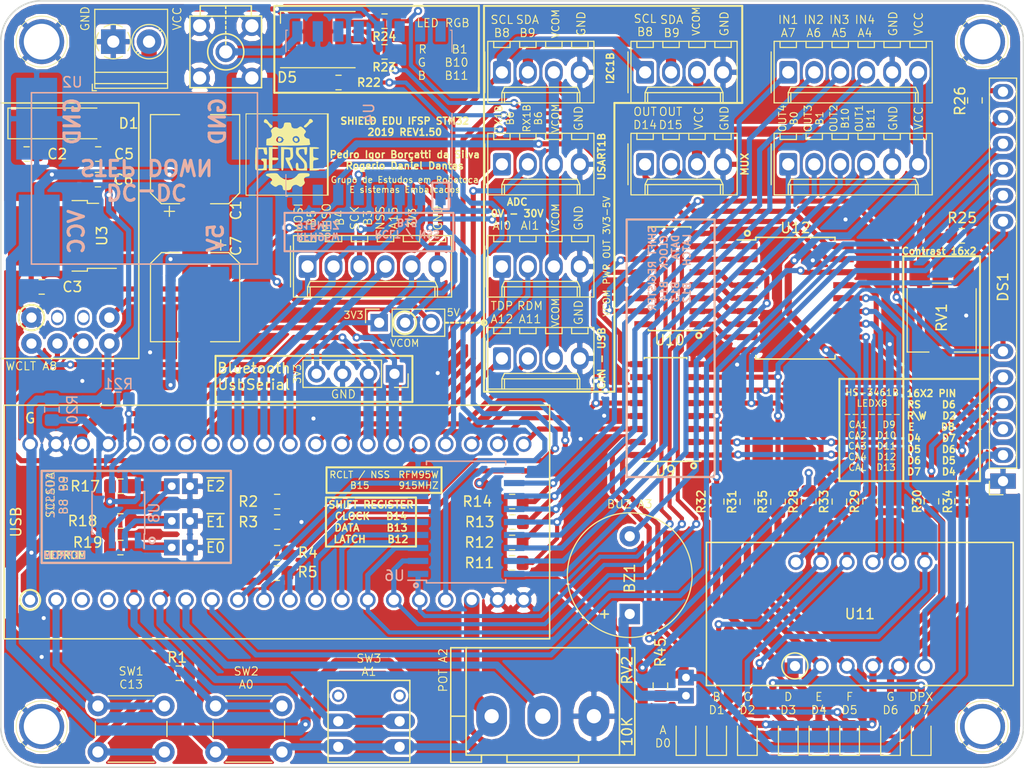
<source format=kicad_pcb>
(kicad_pcb (version 20171130) (host pcbnew 5.0.2)
  (layers (0 F.Cu signal) (31 B.Cu signal) (34 B.Paste user) (35 F.Paste user) (36 B.SilkS user) (37 F.SilkS user) (38 B.Mask user) (39 F.Mask user) (44 Edge.Cuts user))
  (net 0 "")
  (net 1 "Net-(AE1-Pad1)")
  (net 2 Earth)
  (net 3 "Net-(BZ1-Pad1)")
  (net 4 /IHM/ENBZ)
  (net 5 VCC)
  (net 6 +5V)
  (net 7 +3V3)
  (net 8 "Net-(D1-Pad2)")
  (net 9 "Net-(D5-Pad4)")
  (net 10 "Net-(D5-Pad5)")
  (net 11 "Net-(D5-Pad6)")
  (net 12 /IHM/A)
  (net 13 /IHM/ENLED)
  (net 14 /IHM/B)
  (net 15 /IHM/C)
  (net 16 /IHM/D)
  (net 17 /IHM/E)
  (net 18 /IHM/F)
  (net 19 /IHM/G)
  (net 20 /IHM/DPX)
  (net 21 "Net-(DS1-Pad3)")
  (net 22 /IHM/PD0)
  (net 23 /IHM/PD1)
  (net 24 /IHM/PD8)
  (net 25 /IHM/PD2)
  (net 26 /IHM/PD3)
  (net 27 /IHM/PD4)
  (net 28 /IHM/PD5)
  (net 29 "Net-(DS1-Pad16)")
  (net 30 "Net-(JP3-Pad2)")
  (net 31 "Net-(JP4-Pad2)")
  (net 32 "Net-(JP5-Pad2)")
  (net 33 /PA4)
  (net 34 /PA5)
  (net 35 /PA6)
  (net 36 /PB1)
  (net 37 /PB0)
  (net 38 /PA7)
  (net 39 /IHM/PD6)
  (net 40 /IHM/PD7)
  (net 41 /PA1)
  (net 42 /PB10)
  (net 43 /PB11)
  (net 44 /RST)
  (net 45 /PB13)
  (net 46 /PB14)
  (net 47 "Net-(U4-Pad7)")
  (net 48 "Net-(U4-Pad11)")
  (net 49 "Net-(U4-Pad12)")
  (net 50 "Net-(U4-Pad14)")
  (net 51 "Net-(U4-Pad15)")
  (net 52 "Net-(U4-Pad16)")
  (net 53 "Net-(U5-Pad2)")
  (net 54 "Net-(U5-Pad3)")
  (net 55 /IHM/SER)
  (net 56 /IHM/PD15)
  (net 57 /IHM/PD14)
  (net 58 /IHM/PD13)
  (net 59 /IHM/PD12)
  (net 60 /IHM/PD11)
  (net 61 /IHM/PD10)
  (net 62 /IHM/PD9)
  (net 63 /IHM/ENCA1)
  (net 64 /IHM/ENCA2)
  (net 65 /IHM/ENCA3)
  (net 66 /IHM/ENCA4)
  (net 67 /PB8)
  (net 68 /PB9)
  (net 69 /PB6)
  (net 70 /PA12)
  (net 71 /PA15)
  (net 72 /PA11)
  (net 73 /PA3)
  (net 74 /PB7)
  (net 75 /PA9)
  (net 76 /PA10)
  (net 77 "Net-(R1-Pad1)")
  (net 78 /PA0)
  (net 79 /PA2)
  (net 80 /PC13)
  (net 81 "Net-(U1-Pad3)")
  (net 82 "Net-(U1-Pad4)")
  (net 83 /PB12)
  (net 84 /PA8)
  (net 85 /PB3)
  (net 86 /PB4)
  (net 87 /PB5)
  (net 88 "Net-(U10-Pad9)")
  (net 89 /PB15)
  (net 90 /IN1)
  (net 91 /IN2)
  (net 92 /IN3)
  (net 93 /IN4)
  (net 94 /OUT4)
  (net 95 /OUT3)
  (net 96 /OUT2)
  (net 97 /OUT1)
  (net 98 /VCOM)
  (net 99 /AI0)
  (net 100 /AI1)
  (net 101 /OUT_D14)
  (net 102 /OUT_D15)
  (net 103 "Net-(SW3-Pad6)")
  (net 104 "Net-(SW3-Pad1)")
  (module MyFootprint:LOGO3 (layer F.Cu) (at 132 56)
    (fp_text reference G*** hide)
    (fp_text value LOGO hide)
  )
  (module Package_SO:SOIC-18W_7.5x11.6mm_P1.27mm (layer B.Cu) (at 149.5 92)
    (fp_text reference U6 (at -7 5.25) (layer B.SilkS) (effects (justify mirror)))
    (fp_text value ULN2803A)
    (pad 1 smd rect (at -4.7 5.08) (size 2 0.6) (layers B.Cu B.Paste B.Mask) (net 43 /PB11))
    (pad 2 smd rect (at -4.7 3.81) (size 2 0.6) (layers B.Cu B.Paste B.Mask) (net 42 /PB10))
    (pad 3 smd rect (at -4.7 2.54) (size 2 0.6) (layers B.Cu B.Paste B.Mask) (net 36 /PB1))
    (pad 4 smd rect (at -4.7 1.27) (size 2 0.6) (layers B.Cu B.Paste B.Mask) (net 37 /PB0))
    (pad 5 smd rect (at -4.7 0) (size 2 0.6) (layers B.Cu B.Paste B.Mask) (net 38 /PA7))
    (pad 6 smd rect (at -4.7 -1.27) (size 2 0.6) (layers B.Cu B.Paste B.Mask) (net 35 /PA6))
    (pad 7 smd rect (at -4.7 -2.54) (size 2 0.6) (layers B.Cu B.Paste B.Mask) (net 34 /PA5))
    (pad 8 smd rect (at -4.7 -3.81) (size 2 0.6) (layers B.Cu B.Paste B.Mask) (net 33 /PA4))
    (pad 9 smd rect (at -4.7 -5.08) (size 2 0.6) (layers B.Cu B.Paste B.Mask) (net 2 Earth))
    (pad 10 smd rect (at 4.7 -5.08) (size 2 0.6) (layers B.Cu B.Paste B.Mask) (net 5 VCC))
    (pad 11 smd rect (at 4.7 -3.81) (size 2 0.6) (layers B.Cu B.Paste B.Mask) (net 93 /IN4))
    (pad 12 smd rect (at 4.7 -2.54) (size 2 0.6) (layers B.Cu B.Paste B.Mask) (net 92 /IN3))
    (pad 13 smd rect (at 4.7 -1.27) (size 2 0.6) (layers B.Cu B.Paste B.Mask) (net 91 /IN2))
    (pad 14 smd rect (at 4.7 0) (size 2 0.6) (layers B.Cu B.Paste B.Mask) (net 90 /IN1))
    (pad 15 smd rect (at 4.7 1.27) (size 2 0.6) (layers B.Cu B.Paste B.Mask) (net 94 /OUT4))
    (pad 16 smd rect (at 4.7 2.54) (size 2 0.6) (layers B.Cu B.Paste B.Mask) (net 95 /OUT3))
    (pad 17 smd rect (at 4.7 3.81) (size 2 0.6) (layers B.Cu B.Paste B.Mask) (net 96 /OUT2))
    (pad 18 smd rect (at 4.7 5.08) (size 2 0.6) (layers B.Cu B.Paste B.Mask) (net 97 /OUT1))
  )
  (module Connector_Molex:Molex_KK-254_AE-6410-06A_1x06_P2.54mm_Vertical (layer F.Cu) (at 134 67)
    (fp_text reference J6 hide)
    (fp_text value SPI)
    (pad 1 thru_hole roundrect (at 0 0) (size 1.74 2.2) (drill 1.2) (layers *.Cu *.Mask) (roundrect_rratio 0.143678) (net 87 /PB5))
    (pad 2 thru_hole oval (at 2.54 0) (size 1.74 2.2) (drill 1.2) (layers *.Cu *.Mask) (net 86 /PB4))
    (pad 3 thru_hole oval (at 5.08 0) (size 1.74 2.2) (drill 1.2) (layers *.Cu *.Mask) (net 85 /PB3))
    (pad 4 thru_hole oval (at 7.62 0) (size 1.74 2.2) (drill 1.2) (layers *.Cu *.Mask) (net 71 /PA15))
    (pad 5 thru_hole oval (at 10.16 0) (size 1.74 2.2) (drill 1.2) (layers *.Cu *.Mask) (net 7 +3V3))
    (pad 6 thru_hole oval (at 12.7 0) (size 1.74 2.2) (drill 1.2) (layers *.Cu *.Mask) (net 2 Earth))
  )
  (module Connector_Molex:Molex_KK-254_AE-6410-04A_1x04_P2.54mm_Vertical (layer F.Cu) (at 153 48)
    (fp_text reference J2 hide)
    (fp_text value I2C)
    (pad 1 thru_hole roundrect (at 0 0) (size 1.74 2.2) (drill 1.2) (layers *.Cu *.Mask) (roundrect_rratio 0.143678) (net 67 /PB8))
    (pad 2 thru_hole oval (at 2.54 0) (size 1.74 2.2) (drill 1.2) (layers *.Cu *.Mask) (net 68 /PB9))
    (pad 3 thru_hole oval (at 5.08 0) (size 1.74 2.2) (drill 1.2) (layers *.Cu *.Mask) (net 98 /VCOM))
    (pad 4 thru_hole oval (at 7.62 0) (size 1.74 2.2) (drill 1.2) (layers *.Cu *.Mask) (net 2 Earth))
  )
  (module MyFootprint:stm32f103c8t6-module-china (layer F.Cu) (at 131 92)
    (fp_text reference U1 hide)
    (fp_text value "STM32 blue pill " hide)
    (fp_text user G (at -24.13 -10.16) (layer F.SilkS))
    (fp_text user USB (at -25.5 0 90) (layer F.SilkS))
    (pad 1 thru_hole circle (at -24.13 7.62) (size 1.524 1.524) (drill 1.016) (layers *.Cu *.Mask) (net 7 +3V3))
    (pad 2 thru_hole circle (at -21.59 7.62) (size 1.524 1.524) (drill 1.016) (layers *.Cu *.Mask) (net 80 /PC13))
    (pad 3 thru_hole circle (at -19.05 7.62) (size 1.524 1.524) (drill 1.016) (layers *.Cu *.Mask) (net 81 "Net-(U1-Pad3)"))
    (pad 4 thru_hole circle (at -16.51 7.62) (size 1.524 1.524) (drill 1.016) (layers *.Cu *.Mask) (net 82 "Net-(U1-Pad4)"))
    (pad 5 thru_hole circle (at -13.97 7.62) (size 1.524 1.524) (drill 1.016) (layers *.Cu *.Mask) (net 78 /PA0))
    (pad 6 thru_hole circle (at -11.43 7.62) (size 1.524 1.524) (drill 1.016) (layers *.Cu *.Mask) (net 41 /PA1))
    (pad 7 thru_hole circle (at -8.89 7.62) (size 1.524 1.524) (drill 1.016) (layers *.Cu *.Mask) (net 79 /PA2))
    (pad 8 thru_hole circle (at -6.35 7.62) (size 1.524 1.524) (drill 1.016) (layers *.Cu *.Mask) (net 73 /PA3))
    (pad 9 thru_hole circle (at -3.81 7.62) (size 1.524 1.524) (drill 1.016) (layers *.Cu *.Mask) (net 33 /PA4))
    (pad 10 thru_hole circle (at -1.27 7.62) (size 1.524 1.524) (drill 1.016) (layers *.Cu *.Mask) (net 34 /PA5))
    (pad 11 thru_hole circle (at 1.27 7.62) (size 1.524 1.524) (drill 1.016) (layers *.Cu *.Mask) (net 35 /PA6))
    (pad 12 thru_hole circle (at 3.81 7.62) (size 1.524 1.524) (drill 1.016) (layers *.Cu *.Mask) (net 38 /PA7))
    (pad 13 thru_hole circle (at 6.35 7.62) (size 1.524 1.524) (drill 1.016) (layers *.Cu *.Mask) (net 37 /PB0))
    (pad 14 thru_hole circle (at 8.89 7.62) (size 1.524 1.524) (drill 1.016) (layers *.Cu *.Mask) (net 36 /PB1))
    (pad 15 thru_hole circle (at 11.43 7.62) (size 1.524 1.524) (drill 1.016) (layers *.Cu *.Mask) (net 42 /PB10))
    (pad 16 thru_hole circle (at 13.97 7.62) (size 1.524 1.524) (drill 1.016) (layers *.Cu *.Mask) (net 43 /PB11))
    (pad 17 thru_hole circle (at 16.51 7.62) (size 1.524 1.524) (drill 1.016) (layers *.Cu *.Mask) (net 44 /RST))
    (pad 18 thru_hole circle (at 19.05 7.62) (size 1.524 1.524) (drill 1.016) (layers *.Cu *.Mask) (net 7 +3V3))
    (pad 19 thru_hole circle (at 21.59 7.62) (size 1.524 1.524) (drill 1.016) (layers *.Cu *.Mask) (net 2 Earth))
    (pad 20 thru_hole circle (at 24.13 7.62) (size 1.524 1.524) (drill 1.016) (layers *.Cu *.Mask) (net 2 Earth))
    (pad 21 thru_hole circle (at 24.13 -7.62) (size 1.524 1.524) (drill 1.016) (layers *.Cu *.Mask) (net 83 /PB12))
    (pad 22 thru_hole circle (at 21.59 -7.62) (size 1.524 1.524) (drill 1.016) (layers *.Cu *.Mask) (net 45 /PB13))
    (pad 23 thru_hole circle (at 19.05 -7.62) (size 1.524 1.524) (drill 1.016) (layers *.Cu *.Mask) (net 46 /PB14))
    (pad 24 thru_hole circle (at 16.51 -7.62) (size 1.524 1.524) (drill 1.016) (layers *.Cu *.Mask) (net 89 /PB15))
    (pad 25 thru_hole circle (at 13.97 -7.62) (size 1.524 1.524) (drill 1.016) (layers *.Cu *.Mask) (net 84 /PA8))
    (pad 26 thru_hole circle (at 11.43 -7.62) (size 1.524 1.524) (drill 1.016) (layers *.Cu *.Mask) (net 75 /PA9))
    (pad 27 thru_hole circle (at 8.89 -7.62) (size 1.524 1.524) (drill 1.016) (layers *.Cu *.Mask) (net 76 /PA10))
    (pad 28 thru_hole circle (at 6.35 -7.62) (size 1.524 1.524) (drill 1.016) (layers *.Cu *.Mask) (net 72 /PA11))
    (pad 29 thru_hole circle (at 3.81 -7.62) (size 1.524 1.524) (drill 1.016) (layers *.Cu *.Mask) (net 70 /PA12))
    (pad 30 thru_hole circle (at 1.27 -7.62) (size 1.524 1.524) (drill 1.016) (layers *.Cu *.Mask) (net 71 /PA15))
    (pad 31 thru_hole circle (at -1.27 -7.62) (size 1.524 1.524) (drill 1.016) (layers *.Cu *.Mask) (net 85 /PB3))
    (pad 32 thru_hole circle (at -3.81 -7.62) (size 1.524 1.524) (drill 1.016) (layers *.Cu *.Mask) (net 86 /PB4))
    (pad 33 thru_hole circle (at -6.35 -7.62) (size 1.524 1.524) (drill 1.016) (layers *.Cu *.Mask) (net 87 /PB5))
    (pad 34 thru_hole circle (at -8.89 -7.62) (size 1.524 1.524) (drill 1.016) (layers *.Cu *.Mask) (net 69 /PB6))
    (pad 35 thru_hole circle (at -11.43 -7.62) (size 1.524 1.524) (drill 1.016) (layers *.Cu *.Mask) (net 74 /PB7))
    (pad 36 thru_hole circle (at -13.97 -7.62) (size 1.524 1.524) (drill 1.016) (layers *.Cu *.Mask) (net 67 /PB8))
    (pad 37 thru_hole circle (at -16.51 -7.62) (size 1.524 1.524) (drill 1.016) (layers *.Cu *.Mask) (net 68 /PB9))
    (pad 38 thru_hole circle (at -19.05 -7.62) (size 1.524 1.524) (drill 1.016) (layers *.Cu *.Mask) (net 6 +5V))
    (pad 39 thru_hole circle (at -21.59 -7.62) (size 1.524 1.524) (drill 1.016) (layers *.Cu *.Mask) (net 2 Earth))
    (pad 40 thru_hole circle (at -24.13 -7.62) (size 1.524 1.524) (drill 1.016) (layers *.Cu *.Mask) (net 7 +3V3))
  )
  (module MyFootprint:Pin_D3.5mm_L4.4mm (layer F.Cu) (at 200 112)
    (fp_text reference REF** hide)
    (fp_text value Pin_D1.0mm_L10.0mm)
    (pad 1 thru_hole circle (at 0 0) (size 4.4 4.4) (drill 3.5) (layers *.Cu *.Mask) (net 2 Earth))
  )
  (module MyFootprint:Pin_D3.5mm_L4.4mm (layer F.Cu) (at 200 45)
    (fp_text reference REF** hide)
    (fp_text value Pin_D1.0mm_L10.0mm)
    (pad 1 thru_hole circle (at 0 0) (size 4.4 4.4) (drill 3.5) (layers *.Cu *.Mask) (net 2 Earth))
  )
  (module MyFootprint:Pin_D3.5mm_L4.4mm (layer F.Cu) (at 108 45)
    (fp_text reference REF** hide)
    (fp_text value Pin_D1.0mm_L10.0mm)
    (pad 1 thru_hole circle (at 0 0) (size 4.4 4.4) (drill 3.5) (layers *.Cu *.Mask) (net 2 Earth))
  )
  (module MyFootprint:Pin_D3.5mm_L4.4mm (layer F.Cu) (at 108 112)
    (fp_text reference REF** hide)
    (fp_text value Pin_D1.0mm_L10.0mm)
    (pad 1 thru_hole circle (at 0 0) (size 4.4 4.4) (drill 3.5) (layers *.Cu *.Mask) (net 2 Earth))
  )
  (module "MyFootprint:rf SMA 90°-2" (layer F.Cu) (at 126 46 270)
    (fp_text reference AE1 hide)
    (fp_text value Antenna_Shield hide)
    (pad 1 thru_hole circle (at 0 0 270) (size 2 2) (drill 1.3) (layers *.Cu *.Mask) (net 1 "Net-(AE1-Pad1)"))
    (pad 2 thru_hole circle (at 2.55 -2.55 270) (size 2 2) (drill 1.3) (layers *.Cu *.Mask) (net 2 Earth))
    (pad 2 thru_hole circle (at -2.55 -2.55 270) (size 2 2) (drill 1.3) (layers *.Cu *.Mask) (net 2 Earth))
    (pad 2 thru_hole circle (at -2.55 2.55 270) (size 2 2) (drill 1.3) (layers *.Cu *.Mask) (net 2 Earth))
    (pad 2 thru_hole circle (at 2.55 2.55 270) (size 2 2) (drill 1.3) (layers *.Cu *.Mask) (net 2 Earth))
  )
  (module Buzzer_Beeper:Buzzer_12x9.5RM7.6 (layer F.Cu) (at 165.5 101 90)
    (fp_text reference BZ1 (at 3.5 0 90) (layer F.SilkS))
    (fp_text value Buzzer)
    (fp_text user + (at -0.01 -2.54 90) (layer F.SilkS))
    (pad 1 thru_hole rect (at 0 0 90) (size 2 2) (drill 1) (layers *.Cu *.Mask) (net 3 "Net-(BZ1-Pad1)"))
    (pad 2 thru_hole circle (at 7.6 0 90) (size 2 2) (drill 1) (layers *.Cu *.Mask) (net 4 /IHM/ENBZ))
  )
  (module Capacitor_SMD:CP_Elec_8x10.5 (layer F.Cu) (at 123 56.5 90)
    (fp_text reference C1 (at -5 4 90) (layer F.SilkS))
    (fp_text value "220uF 35V")
    (pad 2 smd roundrect (at 3.7 0 90) (size 4.4 2.5) (layers F.Cu F.Paste F.Mask) (roundrect_rratio 0.1) (net 2 Earth))
    (pad 1 smd roundrect (at -3.7 0 90) (size 4.4 2.5) (layers F.Cu F.Paste F.Mask) (roundrect_rratio 0.1) (net 5 VCC))
  )
  (module Capacitor_SMD:C_0805_2012Metric_Pad1.15x1.40mm_HandSolder (layer F.Cu) (at 106.525 56)
    (fp_text reference C2 (at 3 0) (layer F.SilkS))
    (fp_text value 0u1F)
    (pad 1 smd roundrect (at -1.025 0) (size 1.15 1.4) (layers F.Cu F.Paste F.Mask) (roundrect_rratio 0.217391) (net 5 VCC))
    (pad 2 smd roundrect (at 1.025 0) (size 1.15 1.4) (layers F.Cu F.Paste F.Mask) (roundrect_rratio 0.217391) (net 2 Earth))
  )
  (module Capacitor_SMD:C_0805_2012Metric_Pad1.15x1.40mm_HandSolder (layer F.Cu) (at 108 69 180)
    (fp_text reference C3 (at -3 0 180) (layer F.SilkS))
    (fp_text value 0u1F)
    (pad 2 smd roundrect (at 1.025 0 180) (size 1.15 1.4) (layers F.Cu F.Paste F.Mask) (roundrect_rratio 0.217391) (net 2 Earth))
    (pad 1 smd roundrect (at -1.025 0 180) (size 1.15 1.4) (layers F.Cu F.Paste F.Mask) (roundrect_rratio 0.217391) (net 6 +5V))
  )
  (module Capacitor_SMD:C_0805_2012Metric_Pad1.15x1.40mm_HandSolder (layer F.Cu) (at 113.525 56 180)
    (fp_text reference C5 (at -2.525 0 180) (layer F.SilkS))
    (fp_text value 0u1F)
    (pad 1 smd roundrect (at -1.025 0 180) (size 1.15 1.4) (layers F.Cu F.Paste F.Mask) (roundrect_rratio 0.217391) (net 7 +3V3))
    (pad 2 smd roundrect (at 1.025 0 180) (size 1.15 1.4) (layers F.Cu F.Paste F.Mask) (roundrect_rratio 0.217391) (net 2 Earth))
  )
  (module Capacitor_SMD:C_0805_2012Metric_Pad1.15x1.40mm_HandSolder (layer F.Cu) (at 113.5 58.5 180)
    (fp_text reference C6 (at -2.5 0 180) (layer F.SilkS))
    (fp_text value "10uF 25V")
    (pad 2 smd roundrect (at 1.025 0 180) (size 1.15 1.4) (layers F.Cu F.Paste F.Mask) (roundrect_rratio 0.217391) (net 2 Earth))
    (pad 1 smd roundrect (at -1.025 0 180) (size 1.15 1.4) (layers F.Cu F.Paste F.Mask) (roundrect_rratio 0.217391) (net 7 +3V3))
  )
  (module Capacitor_SMD:CP_Elec_8x10.5 (layer F.Cu) (at 123 70 270)
    (fp_text reference C7 (at -5 -4 270) (layer F.SilkS))
    (fp_text value "1000uF 6V3 ")
    (pad 1 smd roundrect (at -3.7 0 270) (size 4.4 2.5) (layers F.Cu F.Paste F.Mask) (roundrect_rratio 0.1) (net 6 +5V))
    (pad 2 smd roundrect (at 3.7 0 270) (size 4.4 2.5) (layers F.Cu F.Paste F.Mask) (roundrect_rratio 0.1) (net 2 Earth))
  )
  (module LED_SMD:LED_WS2812_PLCC6_5.0x5.0mm_P1.6mm (layer F.Cu) (at 135 44.8)
    (fp_text reference D5 (at -3 3.7) (layer F.SilkS))
    (fp_text value LED_RGB)
    (pad 4 smd rect (at 2.45 1.6) (size 1.5 1) (layers F.Cu F.Paste F.Mask) (net 9 "Net-(D5-Pad4)"))
    (pad 5 smd rect (at 2.45 0) (size 1.5 1) (layers F.Cu F.Paste F.Mask) (net 10 "Net-(D5-Pad5)"))
    (pad 6 smd rect (at 2.45 -1.6) (size 1.5 1) (layers F.Cu F.Paste F.Mask) (net 11 "Net-(D5-Pad6)"))
    (pad 3 smd rect (at -2.45 1.6) (size 1.5 1) (layers F.Cu F.Paste F.Mask) (net 7 +3V3))
    (pad 2 smd rect (at -2.45 0) (size 1.5 1) (layers F.Cu F.Paste F.Mask) (net 7 +3V3))
    (pad 1 smd rect (at -2.45 -1.6) (size 1.5 1) (layers F.Cu F.Paste F.Mask) (net 7 +3V3))
  )
  (module LED_SMD:LED_0805_2012Metric_Pad1.15x1.40mm_HandSolder (layer F.Cu) (at 171 112.975 90)
    (fp_text reference D6 hide)
    (fp_text value VERDE)
    (pad 1 smd roundrect (at -1.025 0 90) (size 1.15 1.4) (layers F.Cu F.Paste F.Mask) (roundrect_rratio 0.217391) (net 13 /IHM/ENLED))
    (pad 2 smd roundrect (at 1.025 0 90) (size 1.15 1.4) (layers F.Cu F.Paste F.Mask) (roundrect_rratio 0.217391) (net 12 /IHM/A))
  )
  (module LED_SMD:LED_0805_2012Metric_Pad1.15x1.40mm_HandSolder (layer F.Cu) (at 174 112.975 90)
    (fp_text reference D7 hide)
    (fp_text value AMARELO)
    (pad 2 smd roundrect (at 1.025 0 90) (size 1.15 1.4) (layers F.Cu F.Paste F.Mask) (roundrect_rratio 0.217391) (net 14 /IHM/B))
    (pad 1 smd roundrect (at -1.025 0 90) (size 1.15 1.4) (layers F.Cu F.Paste F.Mask) (roundrect_rratio 0.217391) (net 13 /IHM/ENLED))
  )
  (module LED_SMD:LED_0805_2012Metric_Pad1.15x1.40mm_HandSolder (layer F.Cu) (at 177 112.975 90)
    (fp_text reference D8 hide)
    (fp_text value VERMELHO)
    (pad 1 smd roundrect (at -1.025 0 90) (size 1.15 1.4) (layers F.Cu F.Paste F.Mask) (roundrect_rratio 0.217391) (net 13 /IHM/ENLED))
    (pad 2 smd roundrect (at 1.025 0 90) (size 1.15 1.4) (layers F.Cu F.Paste F.Mask) (roundrect_rratio 0.217391) (net 15 /IHM/C))
  )
  (module LED_SMD:LED_0805_2012Metric_Pad1.15x1.40mm_HandSolder (layer F.Cu) (at 181 112.975 90)
    (fp_text reference D9 hide)
    (fp_text value VERDE)
    (pad 2 smd roundrect (at 1.025 0 90) (size 1.15 1.4) (layers F.Cu F.Paste F.Mask) (roundrect_rratio 0.217391) (net 16 /IHM/D))
    (pad 1 smd roundrect (at -1.025 0 90) (size 1.15 1.4) (layers F.Cu F.Paste F.Mask) (roundrect_rratio 0.217391) (net 13 /IHM/ENLED))
  )
  (module LED_SMD:LED_0805_2012Metric_Pad1.15x1.40mm_HandSolder (layer F.Cu) (at 184 112.975 90)
    (fp_text reference D10 hide)
    (fp_text value AMARELO)
    (pad 1 smd roundrect (at -1.025 0 90) (size 1.15 1.4) (layers F.Cu F.Paste F.Mask) (roundrect_rratio 0.217391) (net 13 /IHM/ENLED))
    (pad 2 smd roundrect (at 1.025 0 90) (size 1.15 1.4) (layers F.Cu F.Paste F.Mask) (roundrect_rratio 0.217391) (net 17 /IHM/E))
  )
  (module LED_SMD:LED_0805_2012Metric_Pad1.15x1.40mm_HandSolder (layer F.Cu) (at 187 112.975 90)
    (fp_text reference D11 hide)
    (fp_text value VERMELHO)
    (pad 2 smd roundrect (at 1.025 0 90) (size 1.15 1.4) (layers F.Cu F.Paste F.Mask) (roundrect_rratio 0.217391) (net 18 /IHM/F))
    (pad 1 smd roundrect (at -1.025 0 90) (size 1.15 1.4) (layers F.Cu F.Paste F.Mask) (roundrect_rratio 0.217391) (net 13 /IHM/ENLED))
  )
  (module LED_SMD:LED_0805_2012Metric_Pad1.15x1.40mm_HandSolder (layer F.Cu) (at 191 112.975 90)
    (fp_text reference D12 hide)
    (fp_text value AZUL)
    (pad 2 smd roundrect (at 1.025 0 90) (size 1.15 1.4) (layers F.Cu F.Paste F.Mask) (roundrect_rratio 0.217391) (net 19 /IHM/G))
    (pad 1 smd roundrect (at -1.025 0 90) (size 1.15 1.4) (layers F.Cu F.Paste F.Mask) (roundrect_rratio 0.217391) (net 13 /IHM/ENLED))
  )
  (module LED_SMD:LED_0805_2012Metric_Pad1.15x1.40mm_HandSolder (layer F.Cu) (at 194 112.975 90)
    (fp_text reference D13 hide)
    (fp_text value AZUL)
    (pad 1 smd roundrect (at -1.025 0 90) (size 1.15 1.4) (layers F.Cu F.Paste F.Mask) (roundrect_rratio 0.217391) (net 13 /IHM/ENLED))
    (pad 2 smd roundrect (at 1.025 0 90) (size 1.15 1.4) (layers F.Cu F.Paste F.Mask) (roundrect_rratio 0.217391) (net 20 /IHM/DPX))
  )
  (module MyFootprint:myLCD16x2 (layer F.Cu) (at 202 88 180)
    (fp_text reference DS1 (at 0 19 270) (layer F.SilkS))
    (fp_text value 16X2)
    (pad 1 thru_hole rect (at 0 0 180) (size 2.5 1.5) (drill 1) (layers *.Cu *.Mask) (net 2 Earth))
    (pad 2 thru_hole oval (at 0 2.54 180) (size 2 1.5) (drill 1) (layers *.Cu *.Mask) (net 6 +5V))
    (pad 3 thru_hole oval (at 0 5.08 180) (size 2 1.5) (drill 1) (layers *.Cu *.Mask) (net 21 "Net-(DS1-Pad3)"))
    (pad 4 thru_hole oval (at 0 7.62 180) (size 2 1.5) (drill 1) (layers *.Cu *.Mask) (net 39 /IHM/PD6))
    (pad 5 thru_hole oval (at 0 10.16 180) (size 2 1.5) (drill 1) (layers *.Cu *.Mask) (net 25 /IHM/PD2))
    (pad 6 thru_hole oval (at 0 12.7 180) (size 2 1.5) (drill 1) (layers *.Cu *.Mask) (net 24 /IHM/PD8))
    (pad 11 thru_hole oval (at 0 25.4 180) (size 2 1.5) (drill 1) (layers *.Cu *.Mask) (net 40 /IHM/PD7))
    (pad 12 thru_hole oval (at 0 27.94 180) (size 2 1.5) (drill 1) (layers *.Cu *.Mask) (net 39 /IHM/PD6))
    (pad 13 thru_hole oval (at 0 30.48 180) (size 2 1.5) (drill 1) (layers *.Cu *.Mask) (net 28 /IHM/PD5))
    (pad 14 thru_hole oval (at 0 33.02 180) (size 2 1.5) (drill 1) (layers *.Cu *.Mask) (net 27 /IHM/PD4))
    (pad 15 thru_hole oval (at 0 35.56 180) (size 2 1.5) (drill 1) (layers *.Cu *.Mask) (net 6 +5V))
    (pad 16 thru_hole oval (at 0 38.1 180) (size 2 1.5) (drill 1) (layers *.Cu *.Mask) (net 29 "Net-(DS1-Pad16)"))
  )
  (module TerminalBlock_Phoenix.pretty:TerminalBlock_Phoenix_PT-1,5-2-3.5-H_1x02_P3.50mm_Horizontal (layer F.Cu) (at 115 45)
    (fp_text reference J1 hide)
    (fp_text value VIM)
    (pad 1 thru_hole rect (at 0 0) (size 2.4 2.4) (drill 1.2) (layers *.Cu *.Mask) (net 2 Earth))
    (pad 2 thru_hole circle (at 3.5 0) (size 2.4 2.4) (drill 1.2) (layers *.Cu *.Mask) (net 8 "Net-(D1-Pad2)"))
  )
  (module MyFootprint:jumpHandSolder (layer F.Cu) (at 122.5 88.5 180)
    (fp_text reference JP3 hide)
    (fp_text value ~E2 (at -2.5 0 180) (layer F.SilkS))
    (pad 2 thru_hole rect (at 1.778 0 180) (size 1.524 1.524) (drill 0.762) (layers *.Cu *.Mask) (net 30 "Net-(JP3-Pad2)"))
    (pad 1 thru_hole rect (at 0 0 180) (size 1.524 1.524) (drill 0.762) (layers *.Cu *.Mask) (net 2 Earth))
  )
  (module MyFootprint:jumpHandSolder (layer F.Cu) (at 122.5 91.9 180)
    (fp_text reference JP4 hide)
    (fp_text value ~E1 (at -2.5 -0.1 180) (layer F.SilkS))
    (pad 1 thru_hole rect (at 0 0 180) (size 1.524 1.524) (drill 0.762) (layers *.Cu *.Mask) (net 2 Earth))
    (pad 2 thru_hole rect (at 1.778 0 180) (size 1.524 1.524) (drill 0.762) (layers *.Cu *.Mask) (net 31 "Net-(JP4-Pad2)"))
  )
  (module MyFootprint:jumpHandSolder (layer F.Cu) (at 122.5 94.5 180)
    (fp_text reference JP5 hide)
    (fp_text value ~E0 (at -2.5 0 180) (layer F.SilkS))
    (pad 1 thru_hole rect (at 0 0 180) (size 1.524 1.524) (drill 0.762) (layers *.Cu *.Mask) (net 2 Earth))
    (pad 2 thru_hole rect (at 1.778 0 180) (size 1.524 1.524) (drill 0.762) (layers *.Cu *.Mask) (net 32 "Net-(JP5-Pad2)"))
  )
  (module MyFootprint:jumpHandSolder (layer F.Cu) (at 171 107.222 270)
    (fp_text reference JP7 hide)
    (fp_text value BZ)
    (pad 2 thru_hole rect (at 1.778 0 270) (size 1.524 1.524) (drill 0.762) (layers *.Cu *.Mask) (net 3 "Net-(BZ1-Pad1)"))
    (pad 1 thru_hole rect (at 0 0 270) (size 1.524 1.524) (drill 0.762) (layers *.Cu *.Mask) (net 6 +5V))
  )
  (module Resistor_SMD:R_0805_2012Metric_Pad1.15x1.40mm_HandSolder (layer F.Cu) (at 121.4 106.8)
    (fp_text reference R1 (at -0.15 -1.55) (layer F.SilkS))
    (fp_text value 1K)
    (pad 2 smd roundrect (at 1.025 0) (size 1.15 1.4) (layers F.Cu F.Paste F.Mask) (roundrect_rratio 0.217391) (net 7 +3V3))
    (pad 1 smd roundrect (at -1.025 0) (size 1.15 1.4) (layers F.Cu F.Paste F.Mask) (roundrect_rratio 0.217391) (net 77 "Net-(R1-Pad1)"))
  )
  (module Resistor_SMD:R_0805_2012Metric_Pad1.15x1.40mm_HandSolder (layer F.Cu) (at 115.7 88.5)
    (fp_text reference R17 (at -3.45 0) (layer F.SilkS))
    (fp_text value 100K)
    (pad 2 smd roundrect (at 1.025 0) (size 1.15 1.4) (layers F.Cu F.Paste F.Mask) (roundrect_rratio 0.217391) (net 30 "Net-(JP3-Pad2)"))
    (pad 1 smd roundrect (at -1.025 0) (size 1.15 1.4) (layers F.Cu F.Paste F.Mask) (roundrect_rratio 0.217391) (net 7 +3V3))
  )
  (module Resistor_SMD:R_0805_2012Metric_Pad1.15x1.40mm_HandSolder (layer F.Cu) (at 115.7 91.9)
    (fp_text reference R18 (at -3.7 0) (layer F.SilkS))
    (fp_text value 100K)
    (pad 1 smd roundrect (at -1.025 0) (size 1.15 1.4) (layers F.Cu F.Paste F.Mask) (roundrect_rratio 0.217391) (net 7 +3V3))
    (pad 2 smd roundrect (at 1.025 0) (size 1.15 1.4) (layers F.Cu F.Paste F.Mask) (roundrect_rratio 0.217391) (net 31 "Net-(JP4-Pad2)"))
  )
  (module Resistor_SMD:R_0805_2012Metric_Pad1.15x1.40mm_HandSolder (layer F.Cu) (at 115.7 94.5)
    (fp_text reference R19 (at -3.2 -0.5) (layer F.SilkS))
    (fp_text value 100K)
    (pad 2 smd roundrect (at 1.025 0) (size 1.15 1.4) (layers F.Cu F.Paste F.Mask) (roundrect_rratio 0.217391) (net 32 "Net-(JP5-Pad2)"))
    (pad 1 smd roundrect (at -1.025 0) (size 1.15 1.4) (layers F.Cu F.Paste F.Mask) (roundrect_rratio 0.217391) (net 7 +3V3))
  )
  (module Resistor_SMD:R_0805_2012Metric_Pad1.15x1.40mm_HandSolder (layer B.Cu) (at 109 81 270)
    (fp_text reference R20 (at 0 -2 270) (layer B.SilkS) (effects (justify mirror)))
    (fp_text value 4k7)
    (pad 1 smd roundrect (at -1.025 0 270) (size 1.15 1.4) (layers B.Cu B.Paste B.Mask) (roundrect_rratio 0.217391) (net 7 +3V3))
    (pad 2 smd roundrect (at 1.025 0 270) (size 1.15 1.4) (layers B.Cu B.Paste B.Mask) (roundrect_rratio 0.217391) (net 68 /PB9))
  )
  (module Resistor_SMD:R_0805_2012Metric_Pad1.15x1.40mm_HandSolder (layer B.Cu) (at 115.5 80)
    (fp_text reference R21 (at 0 -1.5) (layer B.SilkS) (effects (justify mirror)))
    (fp_text value 4k7)
    (pad 2 smd roundrect (at 1.025 0) (size 1.15 1.4) (layers B.Cu B.Paste B.Mask) (roundrect_rratio 0.217391) (net 67 /PB8))
    (pad 1 smd roundrect (at -1.025 0) (size 1.15 1.4) (layers B.Cu B.Paste B.Mask) (roundrect_rratio 0.217391) (net 7 +3V3))
  )
  (module Resistor_SMD:R_0805_2012Metric_Pad1.15x1.40mm_HandSolder (layer F.Cu) (at 137.025 49 180)
    (fp_text reference R22 (at -2.975 0 180) (layer F.SilkS) (effects (font (size 0.8 0.8))))
    (fp_text value 330)
    (pad 2 smd roundrect (at 1.025 0 180) (size 1.15 1.4) (layers F.Cu F.Paste F.Mask) (roundrect_rratio 0.217391) (net 9 "Net-(D5-Pad4)"))
    (pad 1 smd roundrect (at -1.025 0 180) (size 1.15 1.4) (layers F.Cu F.Paste F.Mask) (roundrect_rratio 0.217391) (net 43 /PB11))
  )
  (module Resistor_SMD:R_0805_2012Metric_Pad1.15x1.40mm_HandSolder (layer F.Cu) (at 141.525 46 180)
    (fp_text reference R23 (at 0.025 -1.5 180) (layer F.SilkS) (effects (font (size 0.8 0.8))))
    (fp_text value 330)
    (pad 1 smd roundrect (at -1.025 0 180) (size 1.15 1.4) (layers F.Cu F.Paste F.Mask) (roundrect_rratio 0.217391) (net 42 /PB10))
    (pad 2 smd roundrect (at 1.025 0 180) (size 1.15 1.4) (layers F.Cu F.Paste F.Mask) (roundrect_rratio 0.217391) (net 10 "Net-(D5-Pad5)"))
  )
  (module Resistor_SMD:R_0805_2012Metric_Pad1.15x1.40mm_HandSolder (layer F.Cu) (at 141.525 43 180)
    (fp_text reference R24 (at 0.025 -1.5 180) (layer F.SilkS) (effects (font (size 0.8 0.8))))
    (fp_text value 330)
    (pad 2 smd roundrect (at 1.025 0 180) (size 1.15 1.4) (layers F.Cu F.Paste F.Mask) (roundrect_rratio 0.217391) (net 11 "Net-(D5-Pad6)"))
    (pad 1 smd roundrect (at -1.025 0 180) (size 1.15 1.4) (layers F.Cu F.Paste F.Mask) (roundrect_rratio 0.217391) (net 36 /PB1))
  )
  (module Resistor_SMD:R_0805_2012Metric_Pad1.15x1.40mm_HandSolder (layer F.Cu) (at 197.975 64)
    (fp_text reference R25 (at 0.025 -1.75) (layer F.SilkS))
    (fp_text value 100k)
    (pad 1 smd roundrect (at -1.025 0) (size 1.15 1.4) (layers F.Cu F.Paste F.Mask) (roundrect_rratio 0.217391) (net 2 Earth))
    (pad 2 smd roundrect (at 1.025 0) (size 1.15 1.4) (layers F.Cu F.Paste F.Mask) (roundrect_rratio 0.217391) (net 24 /IHM/PD8))
  )
  (module Resistor_SMD:R_0805_2012Metric_Pad1.15x1.40mm_HandSolder (layer F.Cu) (at 199.25 50.75 270)
    (fp_text reference R26 (at 0.05 1.45 270) (layer F.SilkS))
    (fp_text value 330)
    (pad 2 smd roundrect (at 1.025 0 270) (size 1.15 1.4) (layers F.Cu F.Paste F.Mask) (roundrect_rratio 0.217391) (net 2 Earth))
    (pad 1 smd roundrect (at -1.025 0 270) (size 1.15 1.4) (layers F.Cu F.Paste F.Mask) (roundrect_rratio 0.217391) (net 29 "Net-(DS1-Pad16)"))
  )
  (module Resistor_SMD:R_0805_2012Metric_Pad1.15x1.40mm_HandSolder (layer F.Cu) (at 183 90 90)
    (fp_text reference R28 (at 0 -1.5 90) (layer F.SilkS) (effects (font (size 0.8 0.8))))
    (fp_text value 330)
    (pad 1 smd roundrect (at -1.025 0 90) (size 1.15 1.4) (layers F.Cu F.Paste F.Mask) (roundrect_rratio 0.217391) (net 12 /IHM/A))
    (pad 2 smd roundrect (at 1.025 0 90) (size 1.15 1.4) (layers F.Cu F.Paste F.Mask) (roundrect_rratio 0.217391) (net 22 /IHM/PD0))
  )
  (module Resistor_SMD:R_0805_2012Metric_Pad1.15x1.40mm_HandSolder (layer F.Cu) (at 189 89.975 90)
    (fp_text reference R29 (at 0 -1.5 90) (layer F.SilkS) (effects (font (size 0.8 0.8))))
    (fp_text value 330)
    (pad 2 smd roundrect (at 1.025 0 90) (size 1.15 1.4) (layers F.Cu F.Paste F.Mask) (roundrect_rratio 0.217391) (net 23 /IHM/PD1))
    (pad 1 smd roundrect (at -1.025 0 90) (size 1.15 1.4) (layers F.Cu F.Paste F.Mask) (roundrect_rratio 0.217391) (net 14 /IHM/B))
  )
  (module Resistor_SMD:R_0805_2012Metric_Pad1.15x1.40mm_HandSolder (layer F.Cu) (at 195 89.975 90)
    (fp_text reference R30 (at 0 -1.4 90) (layer F.SilkS) (effects (font (size 0.8 0.8))))
    (fp_text value 330)
    (pad 1 smd roundrect (at -1.025 0 90) (size 1.15 1.4) (layers F.Cu F.Paste F.Mask) (roundrect_rratio 0.217391) (net 15 /IHM/C))
    (pad 2 smd roundrect (at 1.025 0 90) (size 1.15 1.4) (layers F.Cu F.Paste F.Mask) (roundrect_rratio 0.217391) (net 25 /IHM/PD2))
  )
  (module Resistor_SMD:R_0805_2012Metric_Pad1.15x1.40mm_HandSolder (layer F.Cu) (at 177 90.025 90)
    (fp_text reference R31 (at 0 -1.5 90) (layer F.SilkS) (effects (font (size 0.8 0.8))))
    (fp_text value 330)
    (pad 2 smd roundrect (at 1.025 0 90) (size 1.15 1.4) (layers F.Cu F.Paste F.Mask) (roundrect_rratio 0.217391) (net 26 /IHM/PD3))
    (pad 1 smd roundrect (at -1.025 0 90) (size 1.15 1.4) (layers F.Cu F.Paste F.Mask) (roundrect_rratio 0.217391) (net 16 /IHM/D))
  )
  (module Resistor_SMD:R_0805_2012Metric_Pad1.15x1.40mm_HandSolder (layer F.Cu) (at 174 90 90)
    (fp_text reference R32 (at 0 -1.5 90) (layer F.SilkS) (effects (font (size 0.8 0.8))))
    (fp_text value 330)
    (pad 1 smd roundrect (at -1.025 0 90) (size 1.15 1.4) (layers F.Cu F.Paste F.Mask) (roundrect_rratio 0.217391) (net 17 /IHM/E))
    (pad 2 smd roundrect (at 1.025 0 90) (size 1.15 1.4) (layers F.Cu F.Paste F.Mask) (roundrect_rratio 0.217391) (net 27 /IHM/PD4))
  )
  (module Resistor_SMD:R_0805_2012Metric_Pad1.15x1.40mm_HandSolder (layer F.Cu) (at 186 90 90)
    (fp_text reference R33 (at 0 -1.5 90) (layer F.SilkS) (effects (font (size 0.8 0.8))))
    (fp_text value 330)
    (pad 1 smd roundrect (at -1.025 0 90) (size 1.15 1.4) (layers F.Cu F.Paste F.Mask) (roundrect_rratio 0.217391) (net 18 /IHM/F))
    (pad 2 smd roundrect (at 1.025 0 90) (size 1.15 1.4) (layers F.Cu F.Paste F.Mask) (roundrect_rratio 0.217391) (net 28 /IHM/PD5))
  )
  (module Resistor_SMD:R_0805_2012Metric_Pad1.15x1.40mm_HandSolder (layer F.Cu) (at 198 89.975 90)
    (fp_text reference R34 (at -0.025 -1.4 90) (layer F.SilkS) (effects (font (size 0.8 0.8))))
    (fp_text value 330)
    (pad 2 smd roundrect (at 1.025 0 90) (size 1.15 1.4) (layers F.Cu F.Paste F.Mask) (roundrect_rratio 0.217391) (net 39 /IHM/PD6))
    (pad 1 smd roundrect (at -1.025 0 90) (size 1.15 1.4) (layers F.Cu F.Paste F.Mask) (roundrect_rratio 0.217391) (net 19 /IHM/G))
  )
  (module Resistor_SMD:R_0805_2012Metric_Pad1.15x1.40mm_HandSolder (layer F.Cu) (at 180 90.025 90)
    (fp_text reference R35 (at 0 -1.5 90) (layer F.SilkS) (effects (font (size 0.8 0.8))))
    (fp_text value 330)
    (pad 1 smd roundrect (at -1.025 0 90) (size 1.15 1.4) (layers F.Cu F.Paste F.Mask) (roundrect_rratio 0.217391) (net 20 /IHM/DPX))
    (pad 2 smd roundrect (at 1.025 0 90) (size 1.15 1.4) (layers F.Cu F.Paste F.Mask) (roundrect_rratio 0.217391) (net 40 /IHM/PD7))
  )
  (module Resistor_SMD:R_0805_2012Metric_Pad1.15x1.40mm_HandSolder (layer F.Cu) (at 168.5 108 270)
    (fp_text reference R45 (at -3.25 0 270) (layer F.SilkS))
    (fp_text value X)
    (pad 1 smd roundrect (at -1.025 0 270) (size 1.15 1.4) (layers F.Cu F.Paste F.Mask) (roundrect_rratio 0.217391) (net 6 +5V))
    (pad 2 smd roundrect (at 1.025 0 270) (size 1.15 1.4) (layers F.Cu F.Paste F.Mask) (roundrect_rratio 0.217391) (net 3 "Net-(BZ1-Pad1)"))
  )
  (module Potentiometer_SMD:Potentiometer_ACP_CA6-VSMD_Vertical (layer F.Cu) (at 196 72 270)
    (fp_text reference RV1 (at 0 0 270) (layer F.SilkS))
    (fp_text value 1K)
    (pad 3 smd rect (at -4.325 -2.15 270) (size 2.5 2) (layers F.Cu F.Paste F.Mask) (net 2 Earth))
    (pad 2 smd rect (at 4.325 0 270) (size 2.5 2) (layers F.Cu F.Paste F.Mask) (net 21 "Net-(DS1-Pad3)"))
    (pad 1 smd rect (at -4.325 2.15 270) (size 2.5 2) (layers F.Cu F.Paste F.Mask) (net 6 +5V))
  )
  (module MyFootprint:Potentiometer_Alps-RK16-single_largePads (layer F.Cu) (at 162 111 270)
    (fp_text reference RV2 (at -4.5 -3.25 90) (layer F.SilkS))
    (fp_text value 10K (at 1.5 -3.25 270) (layer F.SilkS))
    (pad 1 thru_hole oval (at 0 0 270) (size 4.0005 2.99974) (drill 1.4) (layers *.Cu *.Mask) (net 2 Earth))
    (pad 3 thru_hole oval (at 0 10.00252 270) (size 4.0005 2.99974) (drill 1.4) (layers *.Cu *.Mask) (net 7 +3V3))
    (pad 2 thru_hole oval (at 0 5.00126 270) (size 4.0005 2.99974) (drill 1.5) (layers *.Cu *.Mask) (net 79 /PA2))
  )
  (module MyFootprint:SW_PUSH_x2 (layer F.Cu) (at 137 109 270)
    (fp_text reference SW3 hide)
    (fp_text value SP6T hide)
    (pad 6 thru_hole circle (at 0 -6 270) (size 1.2 1.2) (drill 0.8) (layers *.Cu *.Mask) (net 103 "Net-(SW3-Pad6)"))
    (pad 5 thru_hole oval (at 2.5 -6 270) (size 1.5 3) (drill 1) (layers *.Cu *.Mask) (net 41 /PA1))
    (pad 4 thru_hole oval (at 5 -6 270) (size 1.5 3) (drill 1) (layers *.Cu *.Mask) (net 7 +3V3))
    (pad 3 thru_hole oval (at 5 0 270) (size 1.5 3) (drill 1) (layers *.Cu *.Mask) (net 7 +3V3))
    (pad 2 thru_hole oval (at 2.5 0 270) (size 1.5 3) (drill 1) (layers *.Cu *.Mask) (net 41 /PA1))
    (pad 1 thru_hole circle (at 0 0 270) (size 1.2 1.2) (drill 0.8) (layers *.Cu *.Mask) (net 104 "Net-(SW3-Pad1)"))
  )
  (module Button_Switch_THT:SW_PUSH_6mm_H4.3mm (layer F.Cu) (at 125 110)
    (fp_text reference SW2 hide)
    (fp_text value SW_PUSH)
    (pad 1 thru_hole circle (at 6.5 0 90) (size 2 2) (drill 1.1) (layers *.Cu *.Mask) (net 78 /PA0))
    (pad 2 thru_hole circle (at 6.5 4.5 90) (size 2 2) (drill 1.1) (layers *.Cu *.Mask) (net 7 +3V3))
    (pad 1 thru_hole circle (at 0 0 90) (size 2 2) (drill 1.1) (layers *.Cu *.Mask) (net 78 /PA0))
    (pad 2 thru_hole circle (at 0 4.5 90) (size 2 2) (drill 1.1) (layers *.Cu *.Mask) (net 7 +3V3))
  )
  (module Button_Switch_THT:SW_PUSH_6mm_H4.3mm (layer F.Cu) (at 113.5 110)
    (fp_text reference SW1 hide)
    (fp_text value SW_PUSH)
    (pad 2 thru_hole circle (at 0 4.5 90) (size 2 2) (drill 1.1) (layers *.Cu *.Mask) (net 77 "Net-(R1-Pad1)"))
    (pad 1 thru_hole circle (at 0 0 90) (size 2 2) (drill 1.1) (layers *.Cu *.Mask) (net 80 /PC13))
    (pad 2 thru_hole circle (at 6.5 4.5 90) (size 2 2) (drill 1.1) (layers *.Cu *.Mask) (net 77 "Net-(R1-Pad1)"))
    (pad 1 thru_hole circle (at 6.5 0 90) (size 2 2) (drill 1.1) (layers *.Cu *.Mask) (net 80 /PC13))
  )
  (module MyFootprint:miniDCDC (layer B.Cu) (at 107 50)
    (fp_text reference U2 (at 4 -1.03) (layer B.SilkS) (effects (justify mirror)))
    (fp_text value DCDCStepDown)
    (pad 1 smd rect (at 0.762 13.97) (size 4 8) (layers B.Cu B.Paste B.Mask) (net 5 VCC))
    (pad 2 smd rect (at 0.508 2.54) (size 4 8) (layers B.Cu B.Paste B.Mask) (net 2 Earth))
    (pad 3 smd rect (at 21.59 2.54) (size 4 8) (layers B.Cu B.Paste B.Mask) (net 2 Earth))
    (pad 4 smd rect (at 21.59 14.224) (size 4 8) (layers B.Cu B.Paste B.Mask) (net 6 +5V))
  )
  (module Package_TO_SOT_SMD:TO-252-2 (layer F.Cu) (at 110 64 180)
    (fp_text reference U3 (at -3.9 0 270) (layer F.SilkS))
    (fp_text value KF33BDT)
    (pad 1 smd rect (at -4.2 -2.28 180) (size 2.2 1.2) (layers F.Cu F.Paste F.Mask) (net 6 +5V))
    (pad 3 smd rect (at -4.2 2.28 180) (size 2.2 1.2) (layers F.Cu F.Paste F.Mask) (net 7 +3V3))
    (pad 2 smd rect (at 2.1 0 180) (size 6.4 5.8) (layers F.Cu F.Mask) (net 2 Earth))
  )
  (module RF_Module:HOPERF_RFM9XW_SMD (layer B.Cu) (at 140 52 90)
    (fp_text reference U4 (at 0 0 90) (layer B.SilkS) (effects (justify mirror)))
    (fp_text value RFM95W-915S2)
    (pad 1 smd rect (at -8 7 90) (size 2 1) (layers B.Cu B.Paste B.Mask) (net 2 Earth))
    (pad 2 smd rect (at -8 5 90) (size 2 1) (layers B.Cu B.Paste B.Mask) (net 86 /PB4))
    (pad 3 smd rect (at -8 3 90) (size 2 1) (layers B.Cu B.Paste B.Mask) (net 87 /PB5))
    (pad 4 smd rect (at -8 1 90) (size 2 1) (layers B.Cu B.Paste B.Mask) (net 85 /PB3))
    (pad 5 smd rect (at -8 -1 90) (size 2 1) (layers B.Cu B.Paste B.Mask) (net 89 /PB15))
    (pad 6 smd rect (at -8 -3 90) (size 2 1) (layers B.Cu B.Paste B.Mask) (net 44 /RST))
    (pad 7 smd rect (at -8 -5 90) (size 2 1) (layers B.Cu B.Paste B.Mask) (net 47 "Net-(U4-Pad7)"))
    (pad 8 smd rect (at -8 -7 90) (size 2 1) (layers B.Cu B.Paste B.Mask) (net 2 Earth))
    (pad 9 smd rect (at 8 -7 90) (size 2 1) (layers B.Cu B.Paste B.Mask) (net 1 "Net-(AE1-Pad1)"))
    (pad 10 smd rect (at 8 -5 90) (size 2 1) (layers B.Cu B.Paste B.Mask) (net 2 Earth))
    (pad 11 smd rect (at 8 -3 90) (size 2 1) (layers B.Cu B.Paste B.Mask) (net 48 "Net-(U4-Pad11)"))
    (pad 12 smd rect (at 8 -1 90) (size 2 1) (layers B.Cu B.Paste B.Mask) (net 49 "Net-(U4-Pad12)"))
    (pad 13 smd rect (at 8 1 90) (size 2 1) (layers B.Cu B.Paste B.Mask) (net 7 +3V3))
    (pad 14 smd rect (at 8 3 90) (size 2 1) (layers B.Cu B.Paste B.Mask) (net 50 "Net-(U4-Pad14)"))
    (pad 15 smd rect (at 8 5 90) (size 2 1) (layers B.Cu B.Paste B.Mask) (net 51 "Net-(U4-Pad15)"))
    (pad 16 smd rect (at 8 7 90) (size 2 1) (layers B.Cu B.Paste B.Mask) (net 52 "Net-(U4-Pad16)"))
  )
  (module MyFootprint:ESP01 (layer F.Cu) (at 118 76 90)
    (fp_text reference U5 hide)
    (fp_text value ESP01)
    (pad 1 thru_hole circle (at 4 -11 90) (size 2 2) (drill 1) (layers *.Cu *.Mask) (net 2 Earth))
    (pad 2 thru_hole oval (at 4 -8.46 90) (size 1.5 1.2) (drill 1) (layers *.Cu *.Mask) (net 53 "Net-(U5-Pad2)"))
    (pad 3 thru_hole oval (at 4 -5.92 90) (size 1.5 1.2) (drill 1) (layers *.Cu *.Mask) (net 54 "Net-(U5-Pad3)"))
    (pad 4 thru_hole circle (at 4 -3.38 90) (size 2 2) (drill 1) (layers *.Cu *.Mask) (net 75 /PA9))
    (pad 5 thru_hole circle (at 1.46 -11 90) (size 2 2) (drill 1) (layers *.Cu *.Mask) (net 76 /PA10))
    (pad 6 thru_hole circle (at 1.46 -8.46 90) (size 2 2) (drill 1) (layers *.Cu *.Mask) (net 84 /PA8))
    (pad 7 thru_hole circle (at 1.46 -5.92 90) (size 2 2) (drill 1) (layers *.Cu *.Mask) (net 44 /RST))
    (pad 8 thru_hole circle (at 1.46 -3.38 90) (size 2 2) (drill 1) (layers *.Cu *.Mask) (net 7 +3V3))
  )
  (module Package_SO:SOIC-8_3.9x4.9mm_P1.27mm (layer B.Cu) (at 115.5 91.1 90)
    (fp_text reference U8 (at 0 3.5 90) (layer B.SilkS) (effects (justify mirror)))
    (fp_text value M24CXX)
    (pad 1 smd rect (at -2.7 1.905 90) (size 1.55 0.6) (layers B.Cu B.Paste B.Mask) (net 32 "Net-(JP5-Pad2)"))
    (pad 2 smd rect (at -2.7 0.635 90) (size 1.55 0.6) (layers B.Cu B.Paste B.Mask) (net 31 "Net-(JP4-Pad2)"))
    (pad 3 smd rect (at -2.7 -0.635 90) (size 1.55 0.6) (layers B.Cu B.Paste B.Mask) (net 30 "Net-(JP3-Pad2)"))
    (pad 4 smd rect (at -2.7 -1.905 90) (size 1.55 0.6) (layers B.Cu B.Paste B.Mask) (net 2 Earth))
    (pad 5 smd rect (at 2.7 -1.905 90) (size 1.55 0.6) (layers B.Cu B.Paste B.Mask) (net 68 /PB9))
    (pad 6 smd rect (at 2.7 -0.635 90) (size 1.55 0.6) (layers B.Cu B.Paste B.Mask) (net 67 /PB8))
    (pad 7 smd rect (at 2.7 0.635 90) (size 1.55 0.6) (layers B.Cu B.Paste B.Mask) (net 2 Earth))
    (pad 8 smd rect (at 2.7 1.905 90) (size 1.55 0.6) (layers B.Cu B.Paste B.Mask) (net 7 +3V3))
  )
  (module Package_SO:SOIC-16_3.9x9.9mm_P1.27mm (layer F.Cu) (at 169 81 180)
    (fp_text reference U9 (at 0 -6 180) (layer F.SilkS))
    (fp_text value 74HC595)
    (pad 16 smd rect (at 2.7 -4.445 180) (size 1.5 0.6) (layers F.Cu F.Paste F.Mask) (net 6 +5V))
    (pad 15 smd rect (at 2.7 -3.175 180) (size 1.5 0.6) (layers F.Cu F.Paste F.Mask) (net 22 /IHM/PD0))
    (pad 14 smd rect (at 2.7 -1.905 180) (size 1.5 0.6) (layers F.Cu F.Paste F.Mask) (net 83 /PB12))
    (pad 13 smd rect (at 2.7 -0.635 180) (size 1.5 0.6) (layers F.Cu F.Paste F.Mask) (net 2 Earth))
    (pad 12 smd rect (at 2.7 0.635 180) (size 1.5 0.6) (layers F.Cu F.Paste F.Mask) (net 45 /PB13))
    (pad 11 smd rect (at 2.7 1.905 180) (size 1.5 0.6) (layers F.Cu F.Paste F.Mask) (net 46 /PB14))
    (pad 10 smd rect (at 2.7 3.175 180) (size 1.5 0.6) (layers F.Cu F.Paste F.Mask) (net 6 +5V))
    (pad 9 smd rect (at 2.7 4.445 180) (size 1.5 0.6) (layers F.Cu F.Paste F.Mask) (net 55 /IHM/SER))
    (pad 8 smd rect (at -2.7 4.445 180) (size 1.5 0.6) (layers F.Cu F.Paste F.Mask) (net 2 Earth))
    (pad 7 smd rect (at -2.7 3.175 180) (size 1.5 0.6) (layers F.Cu F.Paste F.Mask) (net 40 /IHM/PD7))
    (pad 6 smd rect (at -2.7 1.905 180) (size 1.5 0.6) (layers F.Cu F.Paste F.Mask) (net 39 /IHM/PD6))
    (pad 5 smd rect (at -2.7 0.635 180) (size 1.5 0.6) (layers F.Cu F.Paste F.Mask) (net 28 /IHM/PD5))
    (pad 4 smd rect (at -2.7 -0.635 180) (size 1.5 0.6) (layers F.Cu F.Paste F.Mask) (net 27 /IHM/PD4))
    (pad 3 smd rect (at -2.7 -1.905 180) (size 1.5 0.6) (layers F.Cu F.Paste F.Mask) (net 26 /IHM/PD3))
    (pad 2 smd rect (at -2.7 -3.175 180) (size 1.5 0.6) (layers F.Cu F.Paste F.Mask) (net 25 /IHM/PD2))
    (pad 1 smd rect (at -2.7 -4.445 180) (size 1.5 0.6) (layers F.Cu F.Paste F.Mask) (net 23 /IHM/PD1))
  )
  (module Package_SO:SOIC-16_3.9x9.9mm_P1.27mm (layer F.Cu) (at 169.4 68.2 180)
    (fp_text reference U10 (at 0 -6 180) (layer F.SilkS))
    (fp_text value 74HC595)
    (pad 1 smd rect (at -2.7 -4.445 180) (size 1.5 0.6) (layers F.Cu F.Paste F.Mask) (net 62 /IHM/PD9))
    (pad 2 smd rect (at -2.7 -3.175 180) (size 1.5 0.6) (layers F.Cu F.Paste F.Mask) (net 61 /IHM/PD10))
    (pad 3 smd rect (at -2.7 -1.905 180) (size 1.5 0.6) (layers F.Cu F.Paste F.Mask) (net 60 /IHM/PD11))
    (pad 4 smd rect (at -2.7 -0.635 180) (size 1.5 0.6) (layers F.Cu F.Paste F.Mask) (net 59 /IHM/PD12))
    (pad 5 smd rect (at -2.7 0.635 180) (size 1.5 0.6) (layers F.Cu F.Paste F.Mask) (net 58 /IHM/PD13))
    (pad 6 smd rect (at -2.7 1.905 180) (size 1.5 0.6) (layers F.Cu F.Paste F.Mask) (net 57 /IHM/PD14))
    (pad 7 smd rect (at -2.7 3.175 180) (size 1.5 0.6) (layers F.Cu F.Paste F.Mask) (net 56 /IHM/PD15))
    (pad 8 smd rect (at -2.7 4.445 180) (size 1.5 0.6) (layers F.Cu F.Paste F.Mask) (net 2 Earth))
    (pad 9 smd rect (at 2.7 4.445 180) (size 1 0.6) (layers F.Cu F.Paste F.Mask) (net 88 "Net-(U10-Pad9)"))
    (pad 10 smd rect (at 2.7 3.175 180) (size 1.5 0.6) (layers F.Cu F.Paste F.Mask) (net 6 +5V))
    (pad 11 smd rect (at 2.7 1.905 180) (size 1.5 0.6) (layers F.Cu F.Paste F.Mask) (net 46 /PB14))
    (pad 12 smd rect (at 2.7 0.635 180) (size 1.5 0.6) (layers F.Cu F.Paste F.Mask) (net 45 /PB13))
    (pad 13 smd rect (at 2.7 -0.635 180) (size 1.5 0.6) (layers F.Cu F.Paste F.Mask) (net 2 Earth))
    (pad 14 smd rect (at 2.7 -1.905 180) (size 1.5 0.6) (layers F.Cu F.Paste F.Mask) (net 55 /IHM/SER))
    (pad 15 smd rect (at 2.7 -3.175 180) (size 1.5 0.6) (layers F.Cu F.Paste F.Mask) (net 24 /IHM/PD8))
    (pad 16 smd rect (at 2.7 -4.445 180) (size 1.5 0.6) (layers F.Cu F.Paste F.Mask) (net 6 +5V))
  )
  (module MyFootprint:HS-3461B (layer F.Cu) (at 188 101)
    (fp_text reference U11 (at 0 0) (layer F.SilkS))
    (fp_text value HS-3461B)
    (pad 12 thru_hole circle (at -6.258543 -5.065 90) (size 1.5 1.5) (drill 1) (layers *.Cu *.Mask) (net 63 /IHM/ENCA1))
    (pad 11 thru_hole circle (at -3.7986 -5.065 90) (size 1.5 1.5) (drill 1) (layers *.Cu *.Mask) (net 12 /IHM/A))
    (pad 10 thru_hole circle (at -1.2586 -5.065 90) (size 1.5 1.5) (drill 1) (layers *.Cu *.Mask) (net 18 /IHM/F))
    (pad 9 thru_hole circle (at 1.2814 -5.065 90) (size 1.5 1.5) (drill 1) (layers *.Cu *.Mask) (net 64 /IHM/ENCA2))
    (pad 8 thru_hole circle (at 3.8214 -5.065 90) (size 1.5 1.5) (drill 1) (layers *.Cu *.Mask) (net 65 /IHM/ENCA3))
    (pad 7 thru_hole circle (at 6.3614 -5.065 90) (size 1.5 1.5) (drill 1) (layers *.Cu *.Mask) (net 14 /IHM/B))
    (pad 6 thru_hole circle (at 6.3614 5.095 90) (size 1.5 1.5) (drill 1) (layers *.Cu *.Mask) (net 66 /IHM/ENCA4))
    (pad 5 thru_hole circle (at 3.8214 5.095 90) (size 1.5 1.5) (drill 1) (layers *.Cu *.Mask) (net 19 /IHM/G))
    (pad 4 thru_hole circle (at 1.2814 5.095 90) (size 1.5 1.5) (drill 1) (layers *.Cu *.Mask) (net 15 /IHM/C))
    (pad 3 thru_hole circle (at -1.2586 5.095 90) (size 1.5 1.5) (drill 1) (layers *.Cu *.Mask) (net 20 /IHM/DPX))
    (pad 2 thru_hole circle (at -3.7986 5.095 90) (size 1.5 1.5) (drill 1) (layers *.Cu *.Mask) (net 16 /IHM/D))
    (pad 1 thru_hole rect (at -6.3386 5.095 90) (size 1.5 1.5) (drill 1) (layers *.Cu *.Mask) (net 17 /IHM/E))
  )
  (module Package_SO:SOIC-18W_7.5x11.6mm_P1.27mm (layer F.Cu) (at 181.7 70.1)
    (fp_text reference U12 (at 0 -6.875) (layer F.SilkS))
    (fp_text value ULN2803A)
    (pad 18 smd rect (at 4.7 -5.08) (size 2 0.6) (layers F.Cu F.Paste F.Mask) (net 102 /OUT_D15))
    (pad 17 smd rect (at 4.7 -3.81) (size 2 0.6) (layers F.Cu F.Paste F.Mask) (net 101 /OUT_D14))
    (pad 16 smd rect (at 4.7 -2.54) (size 2 0.6) (layers F.Cu F.Paste F.Mask) (net 4 /IHM/ENBZ))
    (pad 15 smd rect (at 4.7 -1.27) (size 2 0.6) (layers F.Cu F.Paste F.Mask) (net 13 /IHM/ENLED))
    (pad 14 smd rect (at 4.7 0) (size 2 0.6) (layers F.Cu F.Paste F.Mask) (net 66 /IHM/ENCA4))
    (pad 13 smd rect (at 4.7 1.27) (size 2 0.6) (layers F.Cu F.Paste F.Mask) (net 65 /IHM/ENCA3))
    (pad 12 smd rect (at 4.7 2.54) (size 2 0.6) (layers F.Cu F.Paste F.Mask) (net 64 /IHM/ENCA2))
    (pad 11 smd rect (at 4.7 3.81) (size 2 0.6) (layers F.Cu F.Paste F.Mask) (net 63 /IHM/ENCA1))
    (pad 10 smd rect (at 4.7 5.08) (size 2 0.6) (layers F.Cu F.Paste F.Mask) (net 5 VCC))
    (pad 9 smd rect (at -4.7 5.08) (size 2 0.6) (layers F.Cu F.Paste F.Mask) (net 2 Earth))
    (pad 8 smd rect (at -4.7 3.81) (size 2 0.6) (layers F.Cu F.Paste F.Mask) (net 62 /IHM/PD9))
    (pad 7 smd rect (at -4.7 2.54) (size 2 0.6) (layers F.Cu F.Paste F.Mask) (net 61 /IHM/PD10))
    (pad 6 smd rect (at -4.7 1.27) (size 2 0.6) (layers F.Cu F.Paste F.Mask) (net 60 /IHM/PD11))
    (pad 5 smd rect (at -4.7 0) (size 2 0.6) (layers F.Cu F.Paste F.Mask) (net 59 /IHM/PD12))
    (pad 4 smd rect (at -4.7 -1.27) (size 2 0.6) (layers F.Cu F.Paste F.Mask) (net 58 /IHM/PD13))
    (pad 3 smd rect (at -4.7 -2.54) (size 2 0.6) (layers F.Cu F.Paste F.Mask) (net 73 /PA3))
    (pad 2 smd rect (at -4.7 -3.81) (size 2 0.6) (layers F.Cu F.Paste F.Mask) (net 57 /IHM/PD14))
    (pad 1 smd rect (at -4.7 -5.08) (size 2 0.6) (layers F.Cu F.Paste F.Mask) (net 56 /IHM/PD15))
  )
  (module Diode_SMD:D_MELF_Handsoldering (layer F.Cu) (at 110 53)
    (fp_text reference D1 (at 6.5 0) (layer F.SilkS))
    (fp_text value SS14)
    (pad 1 smd rect (at -3.4 0) (size 3.5 2.7) (layers F.Cu F.Paste F.Mask) (net 5 VCC))
    (pad 2 smd rect (at 3.4 0) (size 3.5 2.7) (layers F.Cu F.Paste F.Mask) (net 8 "Net-(D1-Pad2)"))
  )
  (module Connector_Molex:Molex_KK-254_AE-6410-04A_1x04_P2.54mm_Vertical (layer F.Cu) (at 167 48)
    (fp_text reference J3 hide)
    (fp_text value I2C)
    (pad 4 thru_hole oval (at 7.62 0) (size 1.74 2.2) (drill 1.2) (layers *.Cu *.Mask) (net 2 Earth))
    (pad 3 thru_hole oval (at 5.08 0) (size 1.74 2.2) (drill 1.2) (layers *.Cu *.Mask) (net 98 /VCOM))
    (pad 2 thru_hole oval (at 2.54 0) (size 1.74 2.2) (drill 1.2) (layers *.Cu *.Mask) (net 68 /PB9))
    (pad 1 thru_hole roundrect (at 0 0) (size 1.74 2.2) (drill 1.2) (layers *.Cu *.Mask) (roundrect_rratio 0.143678) (net 67 /PB8))
  )
  (module Connector_Molex:Molex_KK-254_AE-6410-04A_1x04_P2.54mm_Vertical (layer F.Cu) (at 153 57)
    (fp_text reference J5 hide)
    (fp_text value USART_1B)
    (pad 1 thru_hole roundrect (at 0 0) (size 1.74 2.2) (drill 1.2) (layers *.Cu *.Mask) (roundrect_rratio 0.143678) (net 69 /PB6))
    (pad 2 thru_hole oval (at 2.54 0) (size 1.74 2.2) (drill 1.2) (layers *.Cu *.Mask) (net 74 /PB7))
    (pad 3 thru_hole oval (at 5.08 0) (size 1.74 2.2) (drill 1.2) (layers *.Cu *.Mask) (net 98 /VCOM))
    (pad 4 thru_hole oval (at 7.62 0) (size 1.74 2.2) (drill 1.2) (layers *.Cu *.Mask) (net 2 Earth))
  )
  (module Resistor_SMD:R_0805_2012Metric_Pad1.15x1.40mm_HandSolder (layer F.Cu) (at 131.025 90 180)
    (fp_text reference R2 (at 2.825 0 180) (layer F.SilkS))
    (fp_text value 100k)
    (pad 1 smd roundrect (at -1.025 0 180) (size 1.15 1.4) (layers F.Cu F.Paste F.Mask) (roundrect_rratio 0.217391) (net 99 /AI0))
    (pad 2 smd roundrect (at 1.025 0 180) (size 1.15 1.4) (layers F.Cu F.Paste F.Mask) (roundrect_rratio 0.217391) (net 78 /PA0))
  )
  (module Resistor_SMD:R_0805_2012Metric_Pad1.15x1.40mm_HandSolder (layer F.Cu) (at 131.025 92)
    (fp_text reference R3 (at -2.825 0) (layer F.SilkS))
    (fp_text value 10k)
    (pad 2 smd roundrect (at 1.025 0) (size 1.15 1.4) (layers F.Cu F.Paste F.Mask) (roundrect_rratio 0.217391) (net 2 Earth))
    (pad 1 smd roundrect (at -1.025 0) (size 1.15 1.4) (layers F.Cu F.Paste F.Mask) (roundrect_rratio 0.217391) (net 78 /PA0))
  )
  (module Resistor_SMD:R_0805_2012Metric_Pad1.15x1.40mm_HandSolder (layer F.Cu) (at 131.025 95 180)
    (fp_text reference R4 (at -3 0 180) (layer F.SilkS))
    (fp_text value 100k)
    (pad 2 smd roundrect (at 1.025 0 180) (size 1.15 1.4) (layers F.Cu F.Paste F.Mask) (roundrect_rratio 0.217391) (net 41 /PA1))
    (pad 1 smd roundrect (at -1.025 0 180) (size 1.15 1.4) (layers F.Cu F.Paste F.Mask) (roundrect_rratio 0.217391) (net 100 /AI1))
  )
  (module Resistor_SMD:R_0805_2012Metric_Pad1.15x1.40mm_HandSolder (layer F.Cu) (at 131 97)
    (fp_text reference R5 (at 3 -0.1) (layer F.SilkS))
    (fp_text value 10k)
    (pad 1 smd roundrect (at -1.025 0) (size 1.15 1.4) (layers F.Cu F.Paste F.Mask) (roundrect_rratio 0.217391) (net 41 /PA1))
    (pad 2 smd roundrect (at 1.025 0) (size 1.15 1.4) (layers F.Cu F.Paste F.Mask) (roundrect_rratio 0.217391) (net 2 Earth))
  )
  (module Resistor_SMD:R_0805_2012Metric_Pad1.15x1.40mm_HandSolder (layer F.Cu) (at 154 96)
    (fp_text reference R11 (at -3.2 0) (layer F.SilkS))
    (fp_text value 100K)
    (pad 2 smd roundrect (at 1.025 0) (size 1.15 1.4) (layers F.Cu F.Paste F.Mask) (roundrect_rratio 0.217391) (net 90 /IN1))
    (pad 1 smd roundrect (at -1.025 0) (size 1.15 1.4) (layers F.Cu F.Paste F.Mask) (roundrect_rratio 0.217391) (net 5 VCC))
  )
  (module Resistor_SMD:R_0805_2012Metric_Pad1.15x1.40mm_HandSolder (layer F.Cu) (at 154 94)
    (fp_text reference R12 (at -3.2 0) (layer F.SilkS))
    (fp_text value 100K)
    (pad 1 smd roundrect (at -1.025 0) (size 1.15 1.4) (layers F.Cu F.Paste F.Mask) (roundrect_rratio 0.217391) (net 5 VCC))
    (pad 2 smd roundrect (at 1.025 0) (size 1.15 1.4) (layers F.Cu F.Paste F.Mask) (roundrect_rratio 0.217391) (net 91 /IN2))
  )
  (module Resistor_SMD:R_0805_2012Metric_Pad1.15x1.40mm_HandSolder (layer F.Cu) (at 154.025 92)
    (fp_text reference R13 (at -3.2 0) (layer F.SilkS))
    (fp_text value 100K)
    (pad 2 smd roundrect (at 1.025 0) (size 1.15 1.4) (layers F.Cu F.Paste F.Mask) (roundrect_rratio 0.217391) (net 92 /IN3))
    (pad 1 smd roundrect (at -1.025 0) (size 1.15 1.4) (layers F.Cu F.Paste F.Mask) (roundrect_rratio 0.217391) (net 5 VCC))
  )
  (module Resistor_SMD:R_0805_2012Metric_Pad1.15x1.40mm_HandSolder (layer F.Cu) (at 154 90)
    (fp_text reference R14 (at -3.4 0) (layer F.SilkS))
    (fp_text value 100K)
    (pad 1 smd roundrect (at -1.025 0) (size 1.15 1.4) (layers F.Cu F.Paste F.Mask) (roundrect_rratio 0.217391) (net 5 VCC))
    (pad 2 smd roundrect (at 1.025 0) (size 1.15 1.4) (layers F.Cu F.Paste F.Mask) (roundrect_rratio 0.217391) (net 93 /IN4))
  )
  (module Connector_PinSocket_2.54mm:PinSocket_1x04_P2.54mm_Vertical (layer F.Cu) (at 142.5 77.5 270)
    (fp_text reference J4 hide)
    (fp_text value Bluetooth_UsbSerial)
    (pad 1 thru_hole rect (at 0 0 270) (size 1.7 1.7) (drill 1) (layers *.Cu *.Mask) (net 75 /PA9))
    (pad 2 thru_hole oval (at 0 2.54 270) (size 1.7 1.7) (drill 1) (layers *.Cu *.Mask) (net 76 /PA10))
    (pad 3 thru_hole oval (at 0 5.08 270) (size 1.7 1.7) (drill 1) (layers *.Cu *.Mask) (net 2 Earth))
    (pad 4 thru_hole oval (at 0 7.62 270) (size 1.7 1.7) (drill 1) (layers *.Cu *.Mask) (net 7 +3V3))
  )
  (module Connector_Molex:Molex_KK-254_AE-6410-04A_1x04_P2.54mm_Vertical (layer F.Cu) (at 153 67)
    (fp_text reference J7 hide)
    (fp_text value ADC)
    (pad 1 thru_hole roundrect (at 0 0) (size 1.74 2.2) (drill 1.2) (layers *.Cu *.Mask) (roundrect_rratio 0.143678) (net 99 /AI0))
    (pad 2 thru_hole oval (at 2.54 0) (size 1.74 2.2) (drill 1.2) (layers *.Cu *.Mask) (net 100 /AI1))
    (pad 3 thru_hole oval (at 5.08 0) (size 1.74 2.2) (drill 1.2) (layers *.Cu *.Mask) (net 98 /VCOM))
    (pad 4 thru_hole oval (at 7.62 0) (size 1.74 2.2) (drill 1.2) (layers *.Cu *.Mask) (net 2 Earth))
  )
  (module Connector_Molex:Molex_KK-254_AE-6410-04A_1x04_P2.54mm_Vertical (layer F.Cu) (at 153 76)
    (fp_text reference J8 hide)
    (fp_text value "USB / CAM")
    (pad 4 thru_hole oval (at 7.62 0) (size 1.74 2.2) (drill 1.2) (layers *.Cu *.Mask) (net 2 Earth))
    (pad 3 thru_hole oval (at 5.08 0) (size 1.74 2.2) (drill 1.2) (layers *.Cu *.Mask) (net 98 /VCOM))
    (pad 2 thru_hole oval (at 2.54 0) (size 1.74 2.2) (drill 1.2) (layers *.Cu *.Mask) (net 72 /PA11))
    (pad 1 thru_hole roundrect (at 0 0) (size 1.74 2.2) (drill 1.2) (layers *.Cu *.Mask) (roundrect_rratio 0.143678) (net 70 /PA12))
  )
  (module Connector_Molex:Molex_KK-254_AE-6410-06A_1x06_P2.54mm_Vertical (layer F.Cu) (at 181 48)
    (fp_text reference J9 hide)
    (fp_text value INPUT)
    (pad 1 thru_hole roundrect (at 0 0) (size 1.74 2.2) (drill 1.2) (layers *.Cu *.Mask) (roundrect_rratio 0.143678) (net 93 /IN4))
    (pad 2 thru_hole oval (at 2.54 0) (size 1.74 2.2) (drill 1.2) (layers *.Cu *.Mask) (net 92 /IN3))
    (pad 3 thru_hole oval (at 5.08 0) (size 1.74 2.2) (drill 1.2) (layers *.Cu *.Mask) (net 91 /IN2))
    (pad 4 thru_hole oval (at 7.62 0) (size 1.74 2.2) (drill 1.2) (layers *.Cu *.Mask) (net 90 /IN1))
    (pad 5 thru_hole oval (at 10.16 0) (size 1.74 2.2) (drill 1.2) (layers *.Cu *.Mask) (net 2 Earth))
    (pad 6 thru_hole oval (at 12.7 0) (size 1.74 2.2) (drill 1.2) (layers *.Cu *.Mask) (net 5 VCC))
  )
  (module Connector_Molex:Molex_KK-254_AE-6410-06A_1x06_P2.54mm_Vertical (layer F.Cu) (at 181 57)
    (fp_text reference J10 hide)
    (fp_text value OUTPUT)
    (pad 6 thru_hole oval (at 12.7 0) (size 1.74 2.2) (drill 1.2) (layers *.Cu *.Mask) (net 5 VCC))
    (pad 5 thru_hole oval (at 10.16 0) (size 1.74 2.2) (drill 1.2) (layers *.Cu *.Mask) (net 2 Earth))
    (pad 4 thru_hole oval (at 7.62 0) (size 1.74 2.2) (drill 1.2) (layers *.Cu *.Mask) (net 97 /OUT1))
    (pad 3 thru_hole oval (at 5.08 0) (size 1.74 2.2) (drill 1.2) (layers *.Cu *.Mask) (net 96 /OUT2))
    (pad 2 thru_hole oval (at 2.54 0) (size 1.74 2.2) (drill 1.2) (layers *.Cu *.Mask) (net 95 /OUT3))
    (pad 1 thru_hole roundrect (at 0 0) (size 1.74 2.2) (drill 1.2) (layers *.Cu *.Mask) (roundrect_rratio 0.143678) (net 94 /OUT4))
  )
  (module Connector_Molex:Molex_KK-254_AE-6410-04A_1x04_P2.54mm_Vertical (layer F.Cu) (at 167 57)
    (fp_text reference J11 hide)
    (fp_text value OUT-MUX)
    (pad 1 thru_hole roundrect (at 0 0) (size 1.74 2.2) (drill 1.2) (layers *.Cu *.Mask) (roundrect_rratio 0.143678) (net 101 /OUT_D14))
    (pad 2 thru_hole oval (at 2.54 0) (size 1.74 2.2) (drill 1.2) (layers *.Cu *.Mask) (net 102 /OUT_D15))
    (pad 3 thru_hole oval (at 5.08 0) (size 1.74 2.2) (drill 1.2) (layers *.Cu *.Mask) (net 5 VCC))
    (pad 4 thru_hole oval (at 7.62 0) (size 1.74 2.2) (drill 1.2) (layers *.Cu *.Mask) (net 2 Earth))
  )
  (module Connector_PinSocket_2.54mm:PinSocket_1x03_P2.54mm_Vertical (layer F.Cu) (at 141 72.5 90)
    (fp_text reference JP2 hide)
    (fp_text value JUMP3)
    (pad 1 thru_hole rect (at 0 0 90) (size 1.7 1.7) (drill 1) (layers *.Cu *.Mask) (net 7 +3V3))
    (pad 2 thru_hole oval (at 0 2.54 90) (size 1.7 1.7) (drill 1) (layers *.Cu *.Mask) (net 98 /VCOM))
    (pad 3 thru_hole oval (at 0 5.08 90) (size 1.7 1.7) (drill 1) (layers *.Cu *.Mask) (net 6 +5V))
  )
  (gr_line (start 186 78) (end 192.2 78) (layer F.SilkS) (width 0.2))
  (gr_line (start 186 88) (end 186 78) (layer F.SilkS) (width 0.2))
  (gr_line (start 192.2 88) (end 186 88) (layer F.SilkS) (width 0.2))
  (gr_text "HS-3461B\nLEDX8\n-------\nCA1   D9\nCA2  D10\nCA3  D11\nCA4  D12\nCAL  D13" (at 189.2 83) (layer F.SilkS) (effects (font (size 0.65 0.65) (thickness 0.1))))
  (gr_text "SDA\nB9" (at 169.6 43.5) (layer F.SilkS) (effects (font (size 0.8 0.8) (thickness 0.1))))
  (gr_text "SCL\nB8" (at 167 43.4) (layer F.SilkS) (effects (font (size 0.8 0.8) (thickness 0.1))))
  (gr_line (start 173.8 87.6) (end 173.8 62.4) (layer F.SilkS) (width 0.2))
  (gr_line (start 165.2 87.6) (end 173.8 87.6) (layer F.SilkS) (width 0.2))
  (gr_line (start 165.2 62.4) (end 165.2 87.6) (layer F.SilkS) (width 0.2))
  (gr_line (start 165.2 62.4) (end 173.8 62.4) (layer F.SilkS) (width 0.2))
  (gr_text "SHIFT REGISTER\nCLOCK  B14\nDATA    B13\nLATCH   B12" (at 169.4 67.2 90) (layer B.SilkS) (effects (font (size 0.7 0.7)) (justify mirror)))
  (gr_line (start 165.2 62.4) (end 165.2 87.6) (layer B.SilkS) (width 0.2))
  (gr_line (start 173.8 87.6) (end 165.2 87.6) (layer B.SilkS) (width 0.2))
  (gr_line (start 173.8 62.4) (end 173.8 87.6) (layer B.SilkS) (width 0.2))
  (gr_line (start 165.2 62.4) (end 173.8 62.4) (layer B.SilkS) (width 0.2))
  (gr_line (start 144.6 94.4) (end 144.6 89.6) (layer F.SilkS) (width 0.2))
  (gr_line (start 135.8 94.4) (end 144.6 94.4) (layer F.SilkS) (width 0.2))
  (gr_line (start 135.8 89.6) (end 135.8 94.4) (layer F.SilkS) (width 0.2))
  (gr_line (start 144.6 89.6) (end 135.8 89.6) (layer F.SilkS) (width 0.2))
  (gr_text "SHIFT REGISTER\nCLOCK   B14\nDATA     B13\nLATCH    B12" (at 140.2 92) (layer F.SilkS) (effects (font (size 0.7 0.7))))
  (gr_line (start 147.1 89.15) (end 135.85 89.15) (layer F.SilkS) (width 0.2))
  (gr_line (start 147.1 86.65) (end 147.1 89.15) (layer F.SilkS) (width 0.2))
  (gr_line (start 135.85 86.65) (end 147.1 86.65) (layer F.SilkS) (width 0.2))
  (gr_line (start 135.85 89.15) (end 135.85 86.65) (layer F.SilkS) (width 0.2))
  (gr_line (start 150.75 50) (end 150.75 49.5) (layer F.SilkS) (width 0.2))
  (gr_line (start 130.75 50) (end 150.75 50) (layer F.SilkS) (width 0.2))
  (gr_line (start 130.75 49.75) (end 130.75 50) (layer F.SilkS) (width 0.2))
  (gr_text "RFM95W\n915MHZ" (at 144.85 87.9) (layer F.SilkS) (effects (font (size 0.65 0.65) (thickness 0.1))))
  (gr_text "RCLT / NSS\nB15" (at 139.1 87.9) (layer F.SilkS) (effects (font (size 0.65 0.65) (thickness 0.1))))
  (gr_text "RCLT / NSS\nB15" (at 143.75 63.25 180) (layer B.SilkS) (effects (font (size 0.7 0.7)) (justify mirror)))
  (gr_text "RFM95W\n915MHZ" (at 135 63.5 180) (layer B.SilkS) (effects (font (size 0.7 0.7)) (justify mirror)))
  (gr_line (start 131.75 61.75) (end 131.75 65.5) (layer B.SilkS) (width 0.2))
  (gr_line (start 148.25 61.75) (end 131.75 61.75) (layer B.SilkS) (width 0.2))
  (gr_line (start 148.25 65.5) (end 148.25 61.75) (layer B.SilkS) (width 0.2))
  (gr_line (start 131.75 65.5) (end 148.25 65.5) (layer B.SilkS) (width 0.2))
  (gr_text "DC-DC\nSTEP DOWN" (at 118.25 58.5 180) (layer B.SilkS) (effects (font (size 1.5 1.5) (thickness 0.3)) (justify mirror)))
  (gr_text "OUT1\nB11" (at 188.5 52.5 90) (layer F.SilkS) (effects (font (size 0.7 0.7) (thickness 0.1))))
  (gr_text "OUT2\nB10" (at 186 52.5 90) (layer F.SilkS) (effects (font (size 0.7 0.7) (thickness 0.1))))
  (gr_text "OUT3\nB1" (at 183.5 52.5 90) (layer F.SilkS) (effects (font (size 0.7 0.7) (thickness 0.1))))
  (gr_line (start 125 80.25) (end 132 80.25) (layer F.SilkS) (width 0.2))
  (gr_line (start 125 75.75) (end 125 80.25) (layer F.SilkS) (width 0.2))
  (gr_line (start 139 75.75) (end 125 75.75) (layer F.SilkS) (width 0.2))
  (gr_line (start 199.75 88) (end 199.75 78) (layer F.SilkS) (width 0.2))
  (gr_line (start 197.75 88) (end 199.75 88) (layer F.SilkS) (width 0.2))
  (gr_line (start 192.25 88) (end 197.75 88) (layer F.SilkS) (width 0.2))
  (gr_line (start 192.25 78) (end 192.25 88) (layer F.SilkS) (width 0.2))
  (gr_text "16X2 PIN\nRS    D6\nR\\W   D2\nE     D8\nD4    D7\nD5    D6\nD6    D5\nD7    D4" (at 195 83.25) (layer F.SilkS) (effects (font (size 0.68 0.68))))
  (gr_text "DPX\nD7" (at 194 109.75) (layer F.SilkS) (effects (font (size 0.8 0.8) (thickness 0.1))))
  (gr_text "G\nD6" (at 191 109.75) (layer F.SilkS) (effects (font (size 0.8 0.8) (thickness 0.1))))
  (gr_text "F\nD5" (at 187 109.75) (layer F.SilkS) (effects (font (size 0.8 0.8) (thickness 0.1))))
  (gr_text "E\nD4" (at 184 109.75) (layer F.SilkS) (effects (font (size 0.8 0.8) (thickness 0.1))))
  (gr_text "D\nD3" (at 181 109.75) (layer F.SilkS) (effects (font (size 0.8 0.8) (thickness 0.1))))
  (gr_text "C\nD2" (at 177 109.75) (layer F.SilkS) (effects (font (size 0.8 0.8) (thickness 0.1))))
  (gr_text "B\nD1" (at 174 109.75) (layer F.SilkS) (effects (font (size 0.8 0.8) (thickness 0.1))))
  (gr_text "A\nD0" (at 168.75 113) (layer F.SilkS) (effects (font (size 0.8 0.8) (thickness 0.1))))
  (gr_text "BUZ A3" (at 165.5 90.25) (layer F.SilkS) (effects (font (size 0.8 0.8) (thickness 0.1))))
  (gr_text "POT A2" (at 147.25 106.5 90) (layer F.SilkS) (effects (font (size 0.8 0.8) (thickness 0.1))))
  (gr_text "SW3\nA1" (at 140 106) (layer F.SilkS) (effects (font (size 0.8 0.8) (thickness 0.1))))
  (gr_text "SW2\nA0" (at 128 107.25) (layer F.SilkS) (effects (font (size 0.8 0.8) (thickness 0.1))))
  (gr_text "SW1\nC13" (at 116.75 107.25) (layer F.SilkS) (effects (font (size 0.8 0.8) (thickness 0.1))))
  (gr_text MUX (at 176.75 57 90) (layer F.SilkS) (effects (font (size 0.7 0.7))))
  (gr_text "SDA\nB9" (at 109.5 88.25 90) (layer F.SilkS) (effects (font (size 0.8 0.8) (thickness 0.1))))
  (gr_text "SCL\nB8" (at 109.5 90.5 90) (layer F.SilkS) (effects (font (size 0.8 0.8) (thickness 0.1))))
  (gr_text EEPROM (at 110.25 95.25) (layer F.SilkS) (effects (font (size 0.7 0.7))))
  (gr_line (start 108 87) (end 108 96) (layer F.SilkS) (width 0.2))
  (gr_line (start 126.5 87) (end 108 87) (layer F.SilkS) (width 0.2))
  (gr_line (start 126.5 96) (end 126.5 87) (layer F.SilkS) (width 0.2))
  (gr_line (start 108 96) (end 126.5 96) (layer F.SilkS) (width 0.2))
  (gr_line (start 126.5 87) (end 126.5 87.5) (layer B.SilkS) (width 0.2))
  (gr_line (start 108 87) (end 126.5 87) (layer B.SilkS) (width 0.2))
  (gr_line (start 108 87.5) (end 108 87) (layer B.SilkS) (width 0.2))
  (gr_line (start 108 96) (end 108 95) (layer B.SilkS) (width 0.2))
  (gr_line (start 126.5 96) (end 108 96) (layer B.SilkS) (width 0.2))
  (gr_line (start 126.5 87.25) (end 126.5 96) (layer B.SilkS) (width 0.2))
  (gr_line (start 108 95.25) (end 108 87.25) (layer B.SilkS) (width 0.2))
  (gr_text EEPROM (at 110.25 95.25) (layer B.SilkS) (effects (font (size 0.7 0.7)) (justify mirror)))
  (gr_text "SDA\nB9" (at 109.5 88.25 90) (layer B.SilkS) (effects (font (size 0.8 0.8) (thickness 0.1)) (justify mirror)))
  (gr_text "SCL\nB8" (at 109.5 90.5 90) (layer B.SilkS) (effects (font (size 0.8 0.8) (thickness 0.1)) (justify mirror)))
  (gr_text "WCLT A8" (at 107 76.75) (layer F.SilkS) (effects (font (size 0.8 0.8) (thickness 0.1))))
  (gr_text GND (at 112.25 42.75 90) (layer F.SilkS) (effects (font (size 0.8 0.8) (thickness 0.1))))
  (gr_text VCC (at 121.25 42.75 90) (layer F.SilkS) (effects (font (size 0.8 0.8) (thickness 0.1))))
  (gr_text "RX1B\nB6" (at 156 52.5 90) (layer F.SilkS) (effects (font (size 0.7 0.7) (thickness 0.1))))
  (gr_line (start 164 51) (end 176.5 51) (layer F.SilkS) (width 0.2))
  (gr_line (start 164 79.25) (end 164 51) (layer F.SilkS) (width 0.2))
  (gr_line (start 162.5 79.25) (end 164 79.25) (layer F.SilkS) (width 0.2))
  (gr_text "VCOM PWR OUT 3V3-5V" (at 163.25 66 90) (layer F.SilkS) (effects (font (size 0.65 0.65) (thickness 0.1))))
  (gr_line (start 151 72.5) (end 151.25 72.5) (layer F.SilkS) (width 0.2))
  (gr_line (start 150.5 72.5) (end 150.75 72.5) (layer F.SilkS) (width 0.2))
  (gr_line (start 150 72.5) (end 150.25 72.5) (layer F.SilkS) (width 0.2))
  (gr_line (start 149.5 72.5) (end 149.75 72.5) (layer F.SilkS) (width 0.2))
  (gr_line (start 149 72.5) (end 149.25 72.5) (layer F.SilkS) (width 0.2))
  (gr_line (start 148.5 72.5) (end 148.75 72.5) (layer F.SilkS) (width 0.2))
  (gr_line (start 148 72.5) (end 148.25 72.5) (layer F.SilkS) (width 0.2))
  (gr_line (start 147.5 72.5) (end 147.75 72.5) (layer F.SilkS) (width 0.2))
  (gr_circle (center 151.25 72.5) (end 151.25 72.75) (layer F.SilkS) (width 0.2))
  (gr_circle (center 143.5 72.5) (end 144 73.5) (layer F.SilkS) (width 0.2))
  (gr_line (start 162.5 79.25) (end 151.25 79.25) (layer F.SilkS) (width 0.2))
  (gr_line (start 176.5 41.5) (end 176.5 51) (layer F.SilkS) (width 0.2))
  (gr_line (start 151.25 41.5) (end 176.5 41.5) (layer F.SilkS) (width 0.2))
  (gr_line (start 151.25 79.25) (end 151.25 41.5) (layer F.SilkS) (width 0.2))
  (gr_line (start 150.75 41.5) (end 150.75 49.75) (layer F.SilkS) (width 0.2))
  (gr_line (start 130.75 41.5) (end 150.75 41.5) (layer F.SilkS) (width 0.2))
  (gr_line (start 130.75 49.75) (end 130.75 41.5) (layer F.SilkS) (width 0.2))
  (gr_text "LED RGB\n\nR    B1\nG   B10\nB   B11" (at 147.25 45.75) (layer F.SilkS) (effects (font (size 0.8 0.8) (thickness 0.1))))
  (gr_text "Contrast 16x2" (at 195.75 65.5) (layer F.SilkS) (effects (font (size 0.68 0.68))))
  (gr_line (start 192.25 66) (end 192.25 66.25) (layer F.SilkS) (width 0.2))
  (gr_line (start 199.75 66) (end 192.25 66) (layer F.SilkS) (width 0.2))
  (gr_line (start 199.75 66.25) (end 199.75 66) (layer F.SilkS) (width 0.2))
  (gr_line (start 199.75 78) (end 199.75 66.25) (layer F.SilkS) (width 0.2))
  (gr_line (start 192.25 78) (end 199.75 78) (layer F.SilkS) (width 0.2))
  (gr_line (start 192.25 66.25) (end 192.25 78) (layer F.SilkS) (width 0.2))
  (gr_text "Grupo de Estudos em Robotoca\nE sistemas Embarcados" (at 143.5 59) (layer F.SilkS) (effects (font (size 0.6 0.6) (thickness 0.1))))
  (gr_text "SHIELD EDU IFSP STM32\n2019 REV1.50\n\nPedro Igor Borçatti da Silva\nRogerio Daniel Dantas\n\n" (at 143.5 55.5) (layer F.SilkS) (effects (font (size 0.68 0.68))))
  (gr_text "NSS\nA15" (at 141.75 62.25 90) (layer F.SilkS) (effects (font (size 0.8 0.8) (thickness 0.1))))
  (gr_text "SCK\nB3" (at 139.25 62.25 90) (layer F.SilkS) (effects (font (size 0.8 0.8) (thickness 0.1))))
  (gr_text "MISO\nB4" (at 136.5 62.25 90) (layer F.SilkS) (effects (font (size 0.8 0.8) (thickness 0.1))))
  (gr_text "MOSI\nB5" (at 133.75 62.25 90) (layer F.SilkS) (effects (font (size 0.8 0.8) (thickness 0.1))))
  (gr_text 5V (at 125 64.2 90) (layer B.SilkS) (effects (font (size 1.5 1.5) (thickness 0.3)) (justify mirror)))
  (gr_text VCC (at 111.4 63.6 90) (layer B.SilkS) (effects (font (size 1.5 1.5) (thickness 0.3)) (justify mirror)))
  (gr_text GND (at 125.2 52.8 90) (layer B.SilkS) (effects (font (size 1.5 1.5) (thickness 0.3)) (justify mirror)))
  (gr_text GND (at 111 52.8 90) (layer B.SilkS) (effects (font (size 1.5 1.5) (thickness 0.3)) (justify mirror)))
  (gr_line (start 147.8 58.8) (end 147.8 61.4) (layer B.SilkS) (width 0.2))
  (gr_line (start 146.2 58.8) (end 147.8 58.8) (layer B.SilkS) (width 0.2))
  (gr_line (start 146.2 61.4) (end 146.2 58.8) (layer B.SilkS) (width 0.2))
  (gr_line (start 147.8 61.4) (end 146.2 61.4) (layer B.SilkS) (width 0.2))
  (gr_circle (center 144.6 98.2) (end 144.6 98.4) (layer B.SilkS) (width 0.2))
  (gr_circle (center 118.8 93.8) (end 119 94) (layer B.SilkS) (width 0.2))
  (gr_circle (center 106.875 99.625) (end 107.775 99.225) (layer F.SilkS) (width 0.2))
  (gr_circle (center 107 72) (end 108 71.25) (layer F.SilkS) (width 0.2))
  (gr_circle (center 171.75 86.5) (end 171.5 86.5) (layer F.SilkS) (width 0.2))
  (gr_circle (center 177 63.75) (end 176.75 63.75) (layer F.SilkS) (width 0.2))
  (gr_circle (center 172.25 73.75) (end 172.25 74) (layer F.SilkS) (width 0.2))
  (gr_line (start 144.25 75.75) (end 144.25 80.25) (layer F.SilkS) (width 0.2))
  (gr_line (start 138.75 75.75) (end 144.25 75.75) (layer F.SilkS) (width 0.2))
  (gr_line (start 144.25 80.25) (end 132 80.25) (layer F.SilkS) (width 0.2))
  (gr_text GND (at 137.5 79.5) (layer F.SilkS) (effects (font (size 0.8 0.8) (thickness 0.1))))
  (gr_text 3V3 (at 133 77.5 90) (layer F.SilkS) (effects (font (size 0.7 0.7) (thickness 0.1))))
  (gr_text "Bluetooth\nUsbSerial" (at 128.75 77.75) (layer F.SilkS) (effects (font (size 1 1))))
  (gr_text VCOM (at 143.5 74.5) (layer F.SilkS) (effects (font (size 0.7 0.7) (thickness 0.1))))
  (gr_text 5V (at 148.25 71.5) (layer F.SilkS) (effects (font (size 0.7 0.7) (thickness 0.1))))
  (gr_text 3V3 (at 138.5 71.75) (layer F.SilkS) (effects (font (size 0.7 0.7) (thickness 0.1))))
  (gr_text 3V3 (at 144.25 62.25 90) (layer F.SilkS) (effects (font (size 0.7 0.7) (thickness 0.1))))
  (gr_text GND (at 146.75 62.25 90) (layer F.SilkS) (effects (font (size 0.8 0.8) (thickness 0.1))))
  (gr_text GND (at 174.75 43.25 90) (layer F.SilkS) (effects (font (size 0.8 0.8) (thickness 0.1))))
  (gr_text VCOM (at 172 43 90) (layer F.SilkS) (effects (font (size 0.7 0.7) (thickness 0.1))))
  (gr_text GND (at 160.75 43.25 90) (layer F.SilkS) (effects (font (size 0.8 0.8) (thickness 0.1))))
  (gr_text VCOM (at 158.25 43.25 90) (layer F.SilkS) (effects (font (size 0.7 0.7) (thickness 0.1))))
  (gr_text "SDA\nB9" (at 155.5 43.5) (layer F.SilkS) (effects (font (size 0.8 0.8) (thickness 0.1))))
  (gr_text "SCL\nB8" (at 153 43.5) (layer F.SilkS) (effects (font (size 0.8 0.8) (thickness 0.1))))
  (gr_text I2C1B (at 163.6 47.6 90) (layer F.SilkS) (effects (font (size 0.7 0.7))))
  (gr_text GND (at 160.5 52.5 90) (layer F.SilkS) (effects (font (size 0.8 0.8) (thickness 0.1))))
  (gr_text VCOM (at 158.25 52.5 90) (layer F.SilkS) (effects (font (size 0.7 0.7) (thickness 0.1))))
  (gr_text "TX1B\nB6" (at 153.25 52.5 90) (layer F.SilkS) (effects (font (size 0.7 0.7) (thickness 0.1))))
  (gr_text USART1B (at 162.75 56.25 90) (layer F.SilkS) (effects (font (size 0.7 0.7))))
  (gr_text "ADC\n0V - 30V" (at 154.5 61.25) (layer F.SilkS) (effects (font (size 0.7 0.7))))
  (gr_text "CAN - USB" (at 162.75 76 90) (layer F.SilkS) (effects (font (size 0.7 0.7))))
  (gr_text "RDM\nA11" (at 155.75 71.5) (layer F.SilkS) (effects (font (size 0.8 0.8) (thickness 0.1))))
  (gr_text "TDP\nA12" (at 153 71.5) (layer F.SilkS) (effects (font (size 0.8 0.8) (thickness 0.1))))
  (gr_text VCOM (at 158.25 71.5 90) (layer F.SilkS) (effects (font (size 0.7 0.7) (thickness 0.1))))
  (gr_text GND (at 160.5 71.5 90) (layer F.SilkS) (effects (font (size 0.8 0.8) (thickness 0.1))))
  (gr_text GND (at 160.5 62.25 90) (layer F.SilkS) (effects (font (size 0.8 0.8) (thickness 0.1))))
  (gr_text VCOM (at 158.25 62.25 90) (layer F.SilkS) (effects (font (size 0.7 0.7) (thickness 0.1))))
  (gr_text AI1 (at 155.75 63) (layer F.SilkS) (effects (font (size 0.8 0.8) (thickness 0.1))))
  (gr_text AI0 (at 153 63) (layer F.SilkS) (effects (font (size 0.8 0.8) (thickness 0.1))))
  (gr_text VCC (at 172.25 52.5 90) (layer F.SilkS) (effects (font (size 0.8 0.8) (thickness 0.1))))
  (gr_text GND (at 174.75 52.5 90) (layer F.SilkS) (effects (font (size 0.8 0.8) (thickness 0.1))))
  (gr_text "OUT\nD15" (at 169.5 52.5) (layer F.SilkS) (effects (font (size 0.8 0.8) (thickness 0.1))))
  (gr_text "OUT\nD14" (at 167 52.5) (layer F.SilkS) (effects (font (size 0.8 0.8) (thickness 0.1))))
  (gr_text "IN4\nA4" (at 188.5 43.5) (layer F.SilkS) (effects (font (size 0.8 0.8) (thickness 0.1))))
  (gr_text "IN3\nA5" (at 186 43.5) (layer F.SilkS) (effects (font (size 0.8 0.8) (thickness 0.1))))
  (gr_text "IN2\nA6" (at 183.5 43.5) (layer F.SilkS) (effects (font (size 0.8 0.8) (thickness 0.1))))
  (gr_text "IN1\nA7" (at 181 43.5) (layer F.SilkS) (effects (font (size 0.8 0.8) (thickness 0.1))))
  (gr_text VCC (at 193.75 43.25 90) (layer F.SilkS) (effects (font (size 0.8 0.8) (thickness 0.1))))
  (gr_text GND (at 191.25 43.25 90) (layer F.SilkS) (effects (font (size 0.8 0.8) (thickness 0.1))))
  (gr_text VCC (at 193.75 52.5 90) (layer F.SilkS) (effects (font (size 0.8 0.8) (thickness 0.1))))
  (gr_text GND (at 191.25 52.5 90) (layer F.SilkS) (effects (font (size 0.8 0.8) (thickness 0.1))))
  (gr_text "OUT4\nB0" (at 181 52.5 90) (layer F.SilkS) (effects (font (size 0.7 0.7) (thickness 0.1))))
  (gr_arc (start 108 112) (end 104 112) (angle -90) (layer Edge.Cuts) (width 0.15))
  (gr_arc (start 108 45) (end 108 41) (angle -90) (layer Edge.Cuts) (width 0.15))
  (gr_arc (start 200 45) (end 204 45) (angle -90) (layer Edge.Cuts) (width 0.15))
  (gr_arc (start 200 112) (end 200 116) (angle -90) (layer Edge.Cuts) (width 0.15))
  (gr_line (start 104 45) (end 104 112) (layer Edge.Cuts) (width 0.15))
  (gr_line (start 200 41) (end 108 41) (layer Edge.Cuts) (width 0.15))
  (gr_line (start 204 112) (end 204 45) (layer Edge.Cuts) (width 0.15))
  (gr_line (start 108 116) (end 200 116) (layer Edge.Cuts) (width 0.15))
  (segment (start 133 44.5) (end 133 44) (width 0.7) (layer B.Cu) (net 1))
  (segment (start 131.5 46) (end 133 44.5) (width 0.7) (layer B.Cu) (net 1))
  (segment (start 126 46) (end 131.5 46) (width 0.7) (layer B.Cu) (net 1))
  (segment (start 114.62 96.3) (end 114.82 96.3) (width 0.7) (layer B.Cu) (net 2))
  (segment (start 113.595 93.8) (end 113.595 95.275) (width 0.7) (layer B.Cu) (net 2))
  (segment (start 114.62 96.3) (end 122.1 96.3) (width 0.7) (layer B.Cu) (net 2))
  (segment (start 122.162 96.3) (end 122.1 96.3) (width 0.7) (layer B.Cu) (net 2))
  (segment (start 122.5 95.962) (end 122.162 96.3) (width 0.7) (layer B.Cu) (net 2))
  (segment (start 122.5 94.5) (end 122.5 95.962) (width 0.7) (layer B.Cu) (net 2))
  (via (at 165.2 68.8) (size 0.8) (drill 0.4) (layers F.Cu B.Cu) (net 2))
  (segment (start 165.235 68.835) (end 165.2 68.8) (width 0.5) (layer F.Cu) (net 2))
  (segment (start 166.7 68.835) (end 165.235 68.835) (width 0.5) (layer F.Cu) (net 2))
  (segment (start 176.3 75.18) (end 177 75.18) (width 0.5) (layer F.Cu) (net 2))
  (segment (start 171.7 76.555) (end 174.925 76.555) (width 0.5) (layer F.Cu) (net 2))
  (via (at 176 76.6) (size 0.8) (drill 0.4) (layers F.Cu B.Cu) (net 2))
  (segment (start 176 75.892894) (end 176 75.48) (width 0.5) (layer F.Cu) (net 2))
  (segment (start 176 76.6) (end 176 75.892894) (width 0.5) (layer F.Cu) (net 2))
  (segment (start 176 75.48) (end 176.3 75.18) (width 0.5) (layer F.Cu) (net 2))
  (segment (start 175.955 76.555) (end 176 76.6) (width 0.5) (layer F.Cu) (net 2))
  (segment (start 171.7 76.555) (end 175.955 76.555) (width 0.5) (layer F.Cu) (net 2))
  (segment (start 175.379999 76.100001) (end 175.28 76.2) (width 0.5) (layer F.Cu) (net 2))
  (segment (start 175.500001 76.100001) (end 175.379999 76.100001) (width 0.5) (layer F.Cu) (net 2))
  (segment (start 176 76.6) (end 175.500001 76.100001) (width 0.5) (layer F.Cu) (net 2))
  (segment (start 174.925 76.555) (end 175.28 76.2) (width 0.5) (layer F.Cu) (net 2))
  (segment (start 175.28 76.2) (end 176 75.48) (width 0.5) (layer F.Cu) (net 2))
  (via (at 163 81.6) (size 0.8) (drill 0.4) (layers F.Cu B.Cu) (net 2))
  (segment (start 163.035 81.635) (end 163 81.6) (width 0.5) (layer F.Cu) (net 2))
  (segment (start 166.3 81.635) (end 163.035 81.635) (width 0.5) (layer F.Cu) (net 2))
  (segment (start 113.595 95.275) (end 114.62 96.3) (width 0.7) (layer B.Cu) (net 2))
  (via (at 133.4 92) (size 0.8) (drill 0.4) (layers F.Cu B.Cu) (net 2))
  (segment (start 132.05 92) (end 133.4 92) (width 0.5) (layer F.Cu) (net 2))
  (segment (start 191.16 48.23) (end 191.16 48) (width 0.7) (layer F.Cu) (net 2))
  (via (at 198.4 71.8) (size 0.8) (drill 0.4) (layers F.Cu B.Cu) (net 2))
  (segment (start 160.62 80.043002) (end 160.62 76) (width 0.5) (layer B.Cu) (net 2))
  (segment (start 162.176998 81.6) (end 160.62 80.043002) (width 0.5) (layer B.Cu) (net 2))
  (segment (start 163 81.6) (end 162.176998 81.6) (width 0.5) (layer B.Cu) (net 2))
  (segment (start 121.962 86.5) (end 122.5 87.038) (width 0.5) (layer B.Cu) (net 2))
  (segment (start 116.76 86.5) (end 121.962 86.5) (width 0.5) (layer B.Cu) (net 2))
  (segment (start 116.135 87.125) (end 116.76 86.5) (width 0.5) (layer B.Cu) (net 2))
  (segment (start 116.135 88.4) (end 116.135 87.125) (width 0.5) (layer B.Cu) (net 2))
  (segment (start 122.5 87.038) (end 122.5 88.5) (width 0.5) (layer B.Cu) (net 2))
  (segment (start 138.48 86.92) (end 144.8 86.92) (width 0.5) (layer B.Cu) (net 2))
  (segment (start 133.4 92) (end 138.48 86.92) (width 0.5) (layer B.Cu) (net 2))
  (via (at 108.2 101.4) (size 0.8) (drill 0.4) (layers F.Cu B.Cu) (net 2))
  (via (at 108 105.2) (size 0.8) (drill 0.4) (layers F.Cu B.Cu) (net 2))
  (segment (start 180.755 63.755) (end 183.4 66.4) (width 0.5) (layer F.Cu) (net 2))
  (segment (start 172.1 63.755) (end 180.755 63.755) (width 0.5) (layer F.Cu) (net 2))
  (via (at 186.6 62.4) (size 0.8) (drill 0.4) (layers F.Cu B.Cu) (net 2))
  (via (at 190.925 74.6) (size 0.8) (drill 0.4) (layers F.Cu B.Cu) (net 2))
  (segment (start 183.4 66.4) (end 183.4 66.4) (width 0.5) (layer F.Cu) (net 2))
  (via (at 183.4 66.4) (size 0.8) (drill 0.4) (layers F.Cu B.Cu) (net 2))
  (via (at 118.6 75.4) (size 0.8) (drill 0.4) (layers F.Cu B.Cu) (net 2))
  (via (at 160.7 83.875) (size 0.8) (drill 0.4) (layers F.Cu B.Cu) (net 2))
  (via (at 134.575 81.875) (size 0.8) (drill 0.4) (layers F.Cu B.Cu) (net 2))
  (via (at 146.725 77.425) (size 0.8) (drill 0.4) (layers F.Cu B.Cu) (net 2))
  (via (at 111.975 78.2) (size 0.8) (drill 0.4) (layers F.Cu B.Cu) (net 2))
  (segment (start 170.975 109.025) (end 171 109) (width 0.7) (layer F.Cu) (net 3))
  (segment (start 168.525 109) (end 168.5 109.025) (width 0.7) (layer F.Cu) (net 3))
  (segment (start 171 109) (end 168.525 109) (width 0.7) (layer F.Cu) (net 3))
  (segment (start 171 109) (end 169.238 109) (width 1) (layer B.Cu) (net 3))
  (segment (start 164.9 107.4) (end 164.9 101.6) (width 1) (layer B.Cu) (net 3))
  (segment (start 164.9 101.6) (end 165.5 101) (width 1) (layer B.Cu) (net 3))
  (segment (start 166.5 109) (end 164.9 107.4) (width 1) (layer B.Cu) (net 3))
  (segment (start 171 109) (end 166.5 109) (width 1) (layer B.Cu) (net 3))
  (segment (start 186.36 67.6) (end 186.4 67.56) (width 0.5) (layer F.Cu) (net 4))
  (segment (start 165.5 93.4) (end 172 86.9) (width 0.5) (layer B.Cu) (net 4))
  (segment (start 172 86.9) (end 172 76.241998) (width 0.5) (layer B.Cu) (net 4))
  (segment (start 186.4 67.56) (end 184.56 67.56) (width 0.5) (layer F.Cu) (net 4))
  (via (at 182.2 67.4) (size 0.8) (drill 0.4) (layers F.Cu B.Cu) (net 4))
  (segment (start 182.36 67.56) (end 182.2 67.4) (width 0.5) (layer F.Cu) (net 4))
  (segment (start 186.4 67.56) (end 182.36 67.56) (width 0.5) (layer F.Cu) (net 4))
  (segment (start 180.841998 67.4) (end 178.35 69.891998) (width 0.5) (layer B.Cu) (net 4))
  (segment (start 182.2 67.4) (end 180.841998 67.4) (width 0.5) (layer B.Cu) (net 4))
  (segment (start 178.35 69.891998) (end 179.641998 68.6) (width 0.5) (layer B.Cu) (net 4))
  (segment (start 172 76.241998) (end 178.35 69.891998) (width 0.5) (layer B.Cu) (net 4))
  (segment (start 105.5 54.1) (end 106.6 53) (width 1) (layer F.Cu) (net 5))
  (segment (start 105.5 56) (end 105.5 54.1) (width 1) (layer F.Cu) (net 5))
  (via (at 109 58) (size 0.8) (drill 0.4) (layers F.Cu B.Cu) (net 5))
  (segment (start 107.762 59.238) (end 109 58) (width 1) (layer B.Cu) (net 5))
  (segment (start 107.762 63.97) (end 107.762 59.238) (width 1) (layer B.Cu) (net 5))
  (segment (start 105.5 56.8) (end 105.5 56) (width 1) (layer F.Cu) (net 5))
  (segment (start 106.7 58) (end 105.5 56.8) (width 1) (layer F.Cu) (net 5))
  (segment (start 109 58) (end 106.7 58) (width 1) (layer F.Cu) (net 5))
  (via (at 120.5 58) (size 0.8) (drill 0.4) (layers F.Cu B.Cu) (net 5))
  (segment (start 109 58) (end 120.5 58) (width 1) (layer B.Cu) (net 5))
  (segment (start 120.8 58) (end 123 60.2) (width 1) (layer F.Cu) (net 5))
  (segment (start 120.5 58) (end 120.8 58) (width 1) (layer F.Cu) (net 5))
  (segment (start 193.7 57) (end 193.7 48) (width 1) (layer B.Cu) (net 5))
  (segment (start 172.08 54.9) (end 172.08 57) (width 1) (layer F.Cu) (net 5))
  (segment (start 173.18 53.8) (end 172.08 54.9) (width 1) (layer F.Cu) (net 5))
  (segment (start 192.6 53.8) (end 173.18 53.8) (width 1) (layer F.Cu) (net 5))
  (segment (start 193.7 54.9) (end 192.6 53.8) (width 1) (layer F.Cu) (net 5))
  (segment (start 193.7 57) (end 193.7 54.9) (width 1) (layer F.Cu) (net 5))
  (segment (start 186.4 75.18) (end 184.7 75.18) (width 0.7) (layer F.Cu) (net 5))
  (segment (start 193.7 57.23) (end 193.7 57) (width 0.7) (layer B.Cu) (net 5))
  (segment (start 186.93001 63.99999) (end 193.7 57.23) (width 0.7) (layer B.Cu) (net 5))
  (segment (start 184.00001 63.99999) (end 186.93001 63.99999) (width 0.7) (layer B.Cu) (net 5))
  (segment (start 182.4 65.6) (end 184.00001 63.99999) (width 0.7) (layer B.Cu) (net 5))
  (via (at 184.7 75.18) (size 0.8) (drill 0.4) (layers F.Cu B.Cu) (net 5))
  (segment (start 186.050001 76.530001) (end 184.7 75.18) (width 0.5) (layer B.Cu) (net 5))
  (segment (start 187.2 77.68) (end 184.7 75.18) (width 0.7) (layer B.Cu) (net 5))
  (segment (start 152.08 86.92) (end 154.2 86.92) (width 0.5) (layer B.Cu) (net 5))
  (segment (start 150.8 88.2) (end 152.08 86.92) (width 0.5) (layer B.Cu) (net 5))
  (via (at 150.8 88.2) (size 0.8) (drill 0.4) (layers F.Cu B.Cu) (net 5))
  (segment (start 107.762 63.97) (end 107.43 63.97) (width 1) (layer B.Cu) (net 5))
  (segment (start 107.43 63.97) (end 105 66.4) (width 1) (layer B.Cu) (net 5))
  (segment (start 105 66.4) (end 105 83.8) (width 1) (layer B.Cu) (net 5))
  (segment (start 105 83.8) (end 105 104.2) (width 1) (layer B.Cu) (net 5))
  (segment (start 105 104.2) (end 113.2 112.4) (width 1) (layer B.Cu) (net 5))
  (via (at 133.8 111.8) (size 0.8) (drill 0.4) (layers F.Cu B.Cu) (net 5))
  (segment (start 133.2 112.4) (end 133.8 111.8) (width 1) (layer B.Cu) (net 5))
  (segment (start 113.2 112.4) (end 133.2 112.4) (width 1) (layer B.Cu) (net 5))
  (segment (start 133.8 108.8) (end 133.8 111.8) (width 1) (layer F.Cu) (net 5))
  (segment (start 136.8 105.8) (end 133.8 108.8) (width 1) (layer F.Cu) (net 5))
  (segment (start 165.2 113) (end 163.8 114.4) (width 1) (layer F.Cu) (net 5))
  (segment (start 141.946002 105.8) (end 136.8 105.8) (width 1) (layer F.Cu) (net 5))
  (segment (start 146.946002 110.8) (end 143.546002 107.4) (width 1) (layer F.Cu) (net 5))
  (segment (start 150.546002 114.4) (end 146.946002 110.8) (width 1) (layer F.Cu) (net 5))
  (segment (start 146.946002 110.8) (end 141.946002 105.8) (width 1) (layer F.Cu) (net 5))
  (segment (start 160.65 114.4) (end 163.85 114.4) (width 1) (layer F.Cu) (net 5))
  (segment (start 163.8 114.4) (end 160.65 114.4) (width 1) (layer F.Cu) (net 5))
  (segment (start 160.65 114.4) (end 150.546002 114.4) (width 1) (layer F.Cu) (net 5))
  (segment (start 163.85 114.4) (end 166.75 111.5) (width 1) (layer F.Cu) (net 5))
  (segment (start 166.75 111.5) (end 166.75 107.55) (width 1) (layer F.Cu) (net 5))
  (segment (start 166.75 111.5) (end 166.75 106.25) (width 1) (layer F.Cu) (net 5))
  (segment (start 166.75 106.25) (end 158.35 97.85) (width 1) (layer F.Cu) (net 5))
  (via (at 166.75 106.25) (size 0.8) (drill 0.4) (layers F.Cu B.Cu) (net 5))
  (segment (start 187.2 85.8) (end 187.2 84.5) (width 0.7) (layer B.Cu) (net 5))
  (segment (start 166.75 106.25) (end 187.2 85.8) (width 0.7) (layer B.Cu) (net 5))
  (segment (start 187.2 84.5) (end 187.2 77.68) (width 0.7) (layer B.Cu) (net 5))
  (segment (start 187.2 85) (end 187.2 84.5) (width 0.7) (layer B.Cu) (net 5))
  (segment (start 154.025 97.85) (end 152.975 96.8) (width 1) (layer F.Cu) (net 5))
  (segment (start 152.975 96.8) (end 152.975 90.8) (width 1) (layer F.Cu) (net 5))
  (segment (start 155.6 97.85) (end 154.025 97.85) (width 1) (layer F.Cu) (net 5))
  (segment (start 152.975 90.8) (end 152.975 90) (width 1) (layer F.Cu) (net 5))
  (segment (start 158.35 97.85) (end 155.6 97.85) (width 1) (layer F.Cu) (net 5))
  (segment (start 151.175 88.2) (end 152.975 90) (width 1) (layer F.Cu) (net 5))
  (segment (start 150.8 88.2) (end 151.175 88.2) (width 1) (layer F.Cu) (net 5))
  (segment (start 181 71.48) (end 181 67) (width 0.7) (layer F.Cu) (net 5))
  (segment (start 184.7 75.18) (end 181 71.48) (width 0.7) (layer F.Cu) (net 5))
  (segment (start 181 67) (end 181.6 66.4) (width 0.7) (layer F.Cu) (net 5))
  (via (at 181.6 66.4) (size 0.8) (drill 0.4) (layers F.Cu B.Cu) (net 5))
  (segment (start 181.6 66.4) (end 184.00001 63.99999) (width 0.7) (layer B.Cu) (net 5))
  (segment (start 111.48 69) (end 114.2 66.28) (width 1) (layer F.Cu) (net 6))
  (segment (start 109.025 69) (end 111.48 69) (width 1) (layer F.Cu) (net 6))
  (segment (start 122.98 66.28) (end 123 66.3) (width 1) (layer F.Cu) (net 6))
  (via (at 120.6 66.28) (size 0.8) (drill 0.4) (layers F.Cu B.Cu) (net 6))
  (segment (start 114.2 66.28) (end 120.6 66.28) (width 1) (layer F.Cu) (net 6))
  (segment (start 120.6 66.28) (end 122.98 66.28) (width 1) (layer F.Cu) (net 6))
  (segment (start 126.534 66.28) (end 128.59 64.224) (width 1) (layer B.Cu) (net 6))
  (segment (start 193.85 60.675) (end 193.85 60.34) (width 0.5) (layer F.Cu) (net 6))
  (segment (start 201.75 85.46) (end 202 85.46) (width 0.5) (layer F.Cu) (net 6))
  (segment (start 193.85 77.56) (end 201.75 85.46) (width 0.5) (layer F.Cu) (net 6))
  (segment (start 193.85 60.675) (end 193.85 77.56) (width 0.5) (layer F.Cu) (net 6))
  (segment (start 167.045 72.645) (end 166.7 72.645) (width 0.5) (layer F.Cu) (net 6))
  (segment (start 170.753 106.975) (end 171 107.222) (width 0.7) (layer F.Cu) (net 6))
  (segment (start 168.5 106.975) (end 170.753 106.975) (width 0.7) (layer F.Cu) (net 6))
  (segment (start 166.7 65.025) (end 167.95 65.025) (width 0.5) (layer F.Cu) (net 6))
  (segment (start 171 107.222) (end 171 105.96) (width 0.5) (layer F.Cu) (net 6))
  (segment (start 169.985 106.975) (end 171 105.96) (width 0.5) (layer F.Cu) (net 6))
  (segment (start 168.5 106.975) (end 169.985 106.975) (width 0.5) (layer F.Cu) (net 6))
  (segment (start 179.44 114.2) (end 172.462 107.222) (width 0.7) (layer B.Cu) (net 6))
  (segment (start 190.6 114.2) (end 179.44 114.2) (width 0.7) (layer B.Cu) (net 6))
  (segment (start 198 106.8) (end 190.6 114.2) (width 0.7) (layer B.Cu) (net 6))
  (segment (start 198 87.76) (end 198 106.8) (width 0.7) (layer B.Cu) (net 6))
  (segment (start 172.462 107.222) (end 171 107.222) (width 0.7) (layer B.Cu) (net 6))
  (segment (start 200.3 85.46) (end 198 87.76) (width 0.7) (layer B.Cu) (net 6))
  (segment (start 202 85.46) (end 200.3 85.46) (width 0.7) (layer B.Cu) (net 6))
  (via (at 120.6 78.6) (size 0.8) (drill 0.4) (layers F.Cu B.Cu) (net 6))
  (segment (start 120.6 66.28) (end 120.6 67.8) (width 0.7) (layer B.Cu) (net 6))
  (segment (start 120.6 78.6) (end 120.6 67.8) (width 0.5) (layer B.Cu) (net 6))
  (segment (start 120.6 67.88) (end 122.2 66.28) (width 1) (layer B.Cu) (net 6))
  (segment (start 120.6 68.4) (end 120.6 67.88) (width 1) (layer B.Cu) (net 6))
  (segment (start 120.6 68.4) (end 120.6 78.6) (width 1) (layer B.Cu) (net 6))
  (segment (start 120.6 66.28) (end 120.6 68.4) (width 1) (layer B.Cu) (net 6))
  (segment (start 120.6 66.28) (end 122.2 66.28) (width 1) (layer B.Cu) (net 6))
  (segment (start 122.2 66.28) (end 126.534 66.28) (width 1) (layer B.Cu) (net 6))
  (segment (start 111.95 84.38) (end 111.95 83.25) (width 1) (layer F.Cu) (net 6))
  (segment (start 116.6 78.6) (end 120.6 78.6) (width 1) (layer F.Cu) (net 6))
  (segment (start 111.95 83.25) (end 116.6 78.6) (width 1) (layer F.Cu) (net 6))
  (segment (start 166.7 65.025) (end 165.225 65.025) (width 0.5) (layer F.Cu) (net 6))
  (segment (start 128.59 64.224) (end 128.59 59.524) (width 0.7) (layer B.Cu) (net 6))
  (segment (start 128.59 59.524) (end 130.114 58) (width 0.7) (layer B.Cu) (net 6))
  (segment (start 130.114 58) (end 135.8 58) (width 0.7) (layer B.Cu) (net 6))
  (segment (start 162.2 62) (end 165.225 65.025) (width 0.5) (layer F.Cu) (net 6))
  (segment (start 167.45 85.445) (end 167.8 85.095) (width 0.4) (layer F.Cu) (net 6))
  (segment (start 166.3 85.445) (end 167.45 85.445) (width 0.4) (layer F.Cu) (net 6))
  (segment (start 167.55 85.445) (end 167.8 85.195) (width 0.5) (layer F.Cu) (net 6))
  (segment (start 166.3 85.445) (end 167.55 85.445) (width 0.5) (layer F.Cu) (net 6))
  (segment (start 167.8 72.845) (end 167.6 72.645) (width 0.5) (layer F.Cu) (net 6))
  (segment (start 167.6 72.645) (end 167.95 72.645) (width 0.5) (layer F.Cu) (net 6))
  (segment (start 166.7 72.645) (end 167.6 72.645) (width 0.5) (layer F.Cu) (net 6))
  (segment (start 167.55 77.825) (end 167.8 77.575) (width 0.5) (layer F.Cu) (net 6))
  (segment (start 167.8 77.575) (end 167.8 77.2) (width 0.5) (layer F.Cu) (net 6))
  (segment (start 167.8 78.075) (end 167.8 78.4) (width 0.5) (layer F.Cu) (net 6))
  (segment (start 167.55 77.825) (end 167.8 78.075) (width 0.5) (layer F.Cu) (net 6))
  (segment (start 166.3 77.825) (end 167.55 77.825) (width 0.5) (layer F.Cu) (net 6))
  (segment (start 167.8 78.4) (end 167.8 77.2) (width 0.5) (layer F.Cu) (net 6))
  (segment (start 171 104.8) (end 171 107.222) (width 0.5) (layer F.Cu) (net 6))
  (segment (start 168.250001 102.050001) (end 171 104.8) (width 0.5) (layer F.Cu) (net 6))
  (segment (start 167.8 84.4) (end 167.8 78.4) (width 0.5) (layer F.Cu) (net 6))
  (segment (start 167.8 85.195) (end 167.8 84.4) (width 0.5) (layer F.Cu) (net 6))
  (segment (start 168.250001 94.4) (end 168.250001 102.050001) (width 0.5) (layer F.Cu) (net 6))
  (segment (start 168.250001 94.4) (end 168.250001 92.250001) (width 0.5) (layer F.Cu) (net 6))
  (segment (start 168.250001 92.250001) (end 164.8 88.8) (width 0.5) (layer F.Cu) (net 6))
  (segment (start 165.05 85.445) (end 166.3 85.445) (width 0.5) (layer F.Cu) (net 6))
  (segment (start 164.8 88.8) (end 164.8 85.695) (width 0.5) (layer F.Cu) (net 6))
  (segment (start 164.8 85.695) (end 165.05 85.445) (width 0.5) (layer F.Cu) (net 6))
  (segment (start 167.8 72.795) (end 168.2 72.395) (width 0.5) (layer F.Cu) (net 6))
  (segment (start 167.8 74.8) (end 167.8 72.795) (width 0.5) (layer F.Cu) (net 6))
  (segment (start 167.8 74.8) (end 167.8 72.845) (width 0.5) (layer F.Cu) (net 6))
  (segment (start 167.8 77.2) (end 167.8 74.8) (width 0.5) (layer F.Cu) (net 6))
  (segment (start 167.95 72.645) (end 168.2 72.395) (width 0.5) (layer F.Cu) (net 6))
  (segment (start 168.2 65.275) (end 167.95 65.025) (width 0.5) (layer F.Cu) (net 6))
  (segment (start 168.2 72.395) (end 168.2 65.275) (width 0.5) (layer F.Cu) (net 6))
  (segment (start 162.2 56.4) (end 160.8 55) (width 0.4) (layer F.Cu) (net 6))
  (via (at 156.6 55) (size 0.8) (drill 0.4) (layers F.Cu B.Cu) (net 6))
  (segment (start 160.8 55) (end 156.6 55) (width 0.4) (layer F.Cu) (net 6))
  (segment (start 162.2 57.2) (end 162.2 56) (width 0.5) (layer F.Cu) (net 6))
  (segment (start 162.2 56.4) (end 162.2 57.2) (width 0.5) (layer F.Cu) (net 6))
  (segment (start 162.2 57.2) (end 162.2 62) (width 0.5) (layer F.Cu) (net 6))
  (segment (start 161.2 55) (end 156.6 55) (width 0.5) (layer F.Cu) (net 6))
  (segment (start 162.2 56) (end 161.2 55) (width 0.5) (layer F.Cu) (net 6))
  (segment (start 201.75 52.44) (end 202 52.44) (width 0.5) (layer F.Cu) (net 6))
  (segment (start 200 54.19) (end 201.75 52.44) (width 0.5) (layer F.Cu) (net 6))
  (segment (start 193.85 67.675) (end 193.85 64.15) (width 0.5) (layer F.Cu) (net 6))
  (segment (start 193.85 60.34) (end 201.75 52.44) (width 0.5) (layer F.Cu) (net 6))
  (segment (start 146.08 72.5) (end 144.08 70.5) (width 0.5) (layer F.Cu) (net 6))
  (via (at 131 68.5) (size 0.8) (drill 0.4) (layers F.Cu B.Cu) (net 6))
  (segment (start 133 70.5) (end 131 68.5) (width 0.5) (layer F.Cu) (net 6))
  (segment (start 144.08 70.5) (end 133 70.5) (width 0.5) (layer F.Cu) (net 6))
  (segment (start 128.59 66.09) (end 128.59 64.224) (width 0.5) (layer B.Cu) (net 6))
  (segment (start 131 68.5) (end 128.59 66.09) (width 0.5) (layer B.Cu) (net 6))
  (segment (start 138.8 55) (end 135.8 58) (width 0.7) (layer B.Cu) (net 6))
  (segment (start 156.6 55) (end 138.8 55) (width 0.7) (layer B.Cu) (net 6))
  (segment (start 114.55 61.37) (end 114.2 61.72) (width 0.7) (layer F.Cu) (net 7))
  (segment (start 114.6 56.05) (end 114.55 56) (width 1) (layer F.Cu) (net 7))
  (segment (start 107 84.51) (end 106.87 84.38) (width 1) (layer F.Cu) (net 7))
  (segment (start 125 114.5) (end 131.5 114.5) (width 0.7) (layer B.Cu) (net 7))
  (segment (start 143 114) (end 137 114) (width 0.7) (layer B.Cu) (net 7))
  (segment (start 132 114) (end 131.5 114.5) (width 0.7) (layer B.Cu) (net 7))
  (segment (start 137 114) (end 132 114) (width 0.7) (layer B.Cu) (net 7))
  (segment (start 149.49786 114) (end 151.99748 111.50038) (width 0.7) (layer B.Cu) (net 7))
  (segment (start 151.99748 111.50038) (end 151.99748 111) (width 0.7) (layer B.Cu) (net 7))
  (segment (start 143 114) (end 149.49786 114) (width 0.7) (layer B.Cu) (net 7))
  (segment (start 150.05 109.05252) (end 151.99748 111) (width 1.5) (layer F.Cu) (net 7))
  (segment (start 150.05 99.62) (end 150.05 109.05252) (width 1.5) (layer F.Cu) (net 7))
  (segment (start 107 84.51) (end 106.87 84.38) (width 1) (layer B.Cu) (net 7))
  (segment (start 107 95) (end 107 95) (width 1) (layer B.Cu) (net 7))
  (segment (start 132.55 45.6) (end 132.55 43.2) (width 0.7) (layer F.Cu) (net 7))
  (segment (start 132.55 46.4) (end 132.55 45.6) (width 0.7) (layer F.Cu) (net 7))
  (segment (start 114.525 58.5) (end 114.525 57.5) (width 0.7) (layer F.Cu) (net 7))
  (segment (start 114.55 56.775) (end 114.525 56.8) (width 0.7) (layer F.Cu) (net 7))
  (segment (start 114.55 56) (end 114.55 56.775) (width 0.7) (layer F.Cu) (net 7))
  (segment (start 114.525 58.5) (end 114.525 56.8) (width 0.7) (layer F.Cu) (net 7))
  (segment (start 114.525 58.5) (end 114.525 57.075) (width 0.7) (layer F.Cu) (net 7))
  (segment (start 114.675 94.5) (end 114.675 93.6) (width 1) (layer F.Cu) (net 7))
  (segment (start 110.1 91.9) (end 107 95) (width 1) (layer F.Cu) (net 7))
  (segment (start 113.575 91.9) (end 114.675 90.8) (width 1) (layer F.Cu) (net 7))
  (segment (start 112.2 91.9) (end 113.575 91.9) (width 1) (layer F.Cu) (net 7))
  (segment (start 112.2 91.9) (end 110.1 91.9) (width 1) (layer F.Cu) (net 7))
  (segment (start 114.675 91.9) (end 112.2 91.9) (width 1) (layer F.Cu) (net 7))
  (segment (start 114.675 90.8) (end 114.675 91.9) (width 1) (layer F.Cu) (net 7))
  (segment (start 110.1 91.9) (end 113.775 91.9) (width 1) (layer F.Cu) (net 7))
  (segment (start 114.675 92.8) (end 114.675 91.9) (width 1) (layer F.Cu) (net 7))
  (segment (start 114.675 93.6) (end 114.675 92.8) (width 1) (layer F.Cu) (net 7))
  (segment (start 113.775 91.9) (end 114.675 92.8) (width 1) (layer F.Cu) (net 7))
  (segment (start 112.2 91.9) (end 113.775 91.9) (width 1) (layer F.Cu) (net 7))
  (segment (start 112.975 91.9) (end 114.675 93.6) (width 1) (layer F.Cu) (net 7))
  (segment (start 112.975 91.9) (end 114.675 90.2) (width 1) (layer F.Cu) (net 7))
  (segment (start 112.2 91.9) (end 112.975 91.9) (width 1) (layer F.Cu) (net 7))
  (segment (start 114.675 90.2) (end 114.675 90.8) (width 1) (layer F.Cu) (net 7))
  (segment (start 114.675 88.5) (end 114.675 90.2) (width 1) (layer F.Cu) (net 7))
  (segment (start 132.6 44.75) (end 132.55 44.8) (width 0.5) (layer F.Cu) (net 7))
  (segment (start 141 44) (end 141 45.7) (width 0.7) (layer B.Cu) (net 7))
  (segment (start 144.16 66.77) (end 144.16 67) (width 0.7) (layer B.Cu) (net 7))
  (segment (start 107 95) (end 107 84.51) (width 1) (layer B.Cu) (net 7))
  (via (at 107 95) (size 0.8) (drill 0.4) (layers F.Cu B.Cu) (net 7))
  (segment (start 105.2 99.5) (end 105.2 101.1) (width 0.7) (layer F.Cu) (net 7))
  (segment (start 105.2 96.8) (end 105.2 97.5) (width 1) (layer F.Cu) (net 7))
  (segment (start 107 95) (end 105.2 96.8) (width 1) (layer F.Cu) (net 7))
  (segment (start 105.2 99.5) (end 105.2 97.5) (width 0.5) (layer F.Cu) (net 7))
  (segment (start 105.2 97.5) (end 105.2 101.1) (width 1) (layer F.Cu) (net 7))
  (segment (start 105.2 101.1) (end 108.1 104) (width 1) (layer F.Cu) (net 7))
  (segment (start 121 104) (end 122.425 105.425) (width 1) (layer F.Cu) (net 7))
  (segment (start 108.1 104) (end 121 104) (width 1) (layer F.Cu) (net 7))
  (segment (start 122.425 106.8) (end 122.425 105.425) (width 1) (layer F.Cu) (net 7))
  (segment (start 122.425 106.8) (end 122.425 111.925) (width 1) (layer F.Cu) (net 7))
  (segment (start 122.425 111.925) (end 125 114.5) (width 1) (layer F.Cu) (net 7))
  (via (at 114.675 90) (size 0.8) (drill 0.4) (layers F.Cu B.Cu) (net 7))
  (segment (start 117.405 88.4) (end 117.405 89.015002) (width 0.5) (layer B.Cu) (net 7))
  (segment (start 117.405 89.675) (end 117.08 90) (width 0.5) (layer B.Cu) (net 7))
  (segment (start 117.405 88.4) (end 117.405 89.675) (width 0.5) (layer B.Cu) (net 7))
  (segment (start 115.175 90) (end 117.08 90) (width 0.5) (layer B.Cu) (net 7))
  (segment (start 114.675 90) (end 117.08 90) (width 0.5) (layer B.Cu) (net 7))
  (segment (start 114.55 61.55) (end 114.55 60) (width 0.5) (layer B.Cu) (net 7))
  (segment (start 116.5 63.5) (end 114.55 61.55) (width 0.5) (layer B.Cu) (net 7))
  (segment (start 114.62 74.54) (end 116.5 72.66) (width 0.5) (layer B.Cu) (net 7))
  (segment (start 116.5 72.66) (end 116.5 63.5) (width 0.5) (layer B.Cu) (net 7))
  (via (at 114.55 60) (size 0.8) (drill 0.4) (layers F.Cu B.Cu) (net 7))
  (segment (start 114.55 60) (end 114.55 61.37) (width 0.7) (layer F.Cu) (net 7))
  (segment (start 109.025 80) (end 109 79.975) (width 0.7) (layer B.Cu) (net 7))
  (segment (start 110.975 80) (end 109.025 80) (width 0.7) (layer B.Cu) (net 7))
  (segment (start 106.87 84.38) (end 106.87 80.63) (width 0.7) (layer B.Cu) (net 7))
  (segment (start 107.525 79.975) (end 109 79.975) (width 0.7) (layer B.Cu) (net 7))
  (segment (start 106.87 80.63) (end 107.525 79.975) (width 0.7) (layer B.Cu) (net 7))
  (segment (start 109.185 79.975) (end 109 79.975) (width 0.7) (layer B.Cu) (net 7))
  (segment (start 114.475 74.685) (end 114.62 74.54) (width 0.7) (layer B.Cu) (net 7))
  (segment (start 114.45 79.975) (end 114.475 80) (width 0.7) (layer B.Cu) (net 7))
  (segment (start 113.5 79.975) (end 114.475 79) (width 0.7) (layer B.Cu) (net 7))
  (segment (start 112 79.975) (end 114.45 79.975) (width 0.7) (layer B.Cu) (net 7))
  (segment (start 114.475 79) (end 114.475 74.685) (width 0.7) (layer B.Cu) (net 7))
  (segment (start 112 79.975) (end 113.5 79.975) (width 0.7) (layer B.Cu) (net 7))
  (segment (start 109 79.975) (end 112 79.975) (width 0.7) (layer B.Cu) (net 7))
  (segment (start 114.475 80) (end 114.475 79) (width 0.7) (layer B.Cu) (net 7))
  (segment (start 144.16 67) (end 144.16 67.23) (width 0.5) (layer B.Cu) (net 7))
  (segment (start 134.57 77.19) (end 134.88 77.5) (width 0.5) (layer B.Cu) (net 7))
  (segment (start 144.16 67) (end 144.16 68.22) (width 0.5) (layer B.Cu) (net 7))
  (segment (start 147 63.93) (end 147 62.8) (width 0.5) (layer F.Cu) (net 7))
  (segment (start 147 62.8) (end 147 61.541998) (width 0.5) (layer F.Cu) (net 7))
  (segment (start 107 99.49) (end 106.87 99.62) (width 1) (layer B.Cu) (net 7))
  (segment (start 107 95) (end 107 99.49) (width 1) (layer B.Cu) (net 7))
  (segment (start 114.55 56.8) (end 114.55 56.05) (width 0.5) (layer F.Cu) (net 7))
  (segment (start 114.55 56) (end 114.55 56.8) (width 0.7) (layer F.Cu) (net 7))
  (segment (start 114.55 56.8) (end 114.55 60) (width 0.7) (layer F.Cu) (net 7))
  (segment (start 114.55 56.05) (end 121.4 49.2) (width 0.5) (layer F.Cu) (net 7))
  (segment (start 121.4 49.2) (end 121.4 42.8) (width 0.5) (layer F.Cu) (net 7))
  (segment (start 121.4 42.8) (end 122.4 41.8) (width 0.5) (layer F.Cu) (net 7))
  (segment (start 122.4 41.8) (end 131 41.8) (width 0.5) (layer F.Cu) (net 7))
  (segment (start 131 41.8) (end 132.55 43.35) (width 0.5) (layer F.Cu) (net 7))
  (segment (start 132.55 43.35) (end 132.55 43.8) (width 0.5) (layer F.Cu) (net 7))
  (segment (start 132.55 43.2) (end 132.55 43.8) (width 0.7) (layer F.Cu) (net 7))
  (segment (start 144.16 66.77) (end 147 63.93) (width 0.5) (layer F.Cu) (net 7))
  (segment (start 144.16 67) (end 144.16 66.77) (width 0.5) (layer F.Cu) (net 7))
  (segment (start 147 60.6) (end 147 63.93) (width 0.5) (layer F.Cu) (net 7))
  (segment (start 132.55 51.6) (end 132.55 52.15) (width 0.5) (layer F.Cu) (net 7))
  (segment (start 143.4 57) (end 147 60.6) (width 0.5) (layer F.Cu) (net 7))
  (segment (start 132.55 43.2) (end 132.55 51.6) (width 0.5) (layer F.Cu) (net 7))
  (via (at 131 41.8) (size 0.8) (drill 0.4) (layers F.Cu B.Cu) (net 7))
  (segment (start 139.020002 41.8) (end 131 41.8) (width 0.4) (layer B.Cu) (net 7))
  (segment (start 141 43.5) (end 139.3 41.8) (width 0.4) (layer B.Cu) (net 7))
  (segment (start 141 44) (end 141 43.5) (width 0.4) (layer B.Cu) (net 7))
  (segment (start 139.3 41.8) (end 139.020002 41.8) (width 0.4) (layer B.Cu) (net 7))
  (segment (start 143.4 57) (end 134.6 57) (width 0.5) (layer F.Cu) (net 7))
  (segment (start 132.55 54.95) (end 132.55 46.4) (width 0.5) (layer F.Cu) (net 7))
  (segment (start 134.6 57) (end 132.55 54.95) (width 0.5) (layer F.Cu) (net 7))
  (segment (start 134.88 77.5) (end 134.88 75.32) (width 0.5) (layer B.Cu) (net 7))
  (segment (start 144.16 68.84) (end 141 72) (width 0.5) (layer B.Cu) (net 7))
  (segment (start 144.16 67) (end 144.16 68.84) (width 0.5) (layer B.Cu) (net 7))
  (segment (start 139.65 72.5) (end 141 72.5) (width 0.5) (layer B.Cu) (net 7))
  (segment (start 137.591998 72.5) (end 139.65 72.5) (width 0.5) (layer B.Cu) (net 7))
  (segment (start 134.88 75.211998) (end 137.591998 72.5) (width 0.5) (layer B.Cu) (net 7))
  (segment (start 134.88 77.5) (end 134.88 75.211998) (width 0.5) (layer B.Cu) (net 7))
  (segment (start 118.5 47.9) (end 113.4 53) (width 1.5) (layer F.Cu) (net 8))
  (segment (start 118.5 45) (end 118.5 47.9) (width 1.5) (layer F.Cu) (net 8))
  (segment (start 136 47.85) (end 137.45 46.4) (width 0.7) (layer F.Cu) (net 9))
  (segment (start 136 49) (end 136 47.85) (width 0.7) (layer F.Cu) (net 9))
  (segment (start 139.3 44.8) (end 140.5 46) (width 0.7) (layer F.Cu) (net 10))
  (segment (start 137.45 44.8) (end 139.3 44.8) (width 0.7) (layer F.Cu) (net 10))
  (segment (start 140.3 43.2) (end 140.5 43) (width 0.7) (layer F.Cu) (net 11))
  (segment (start 137.45 43.2) (end 140.3 43.2) (width 0.7) (layer F.Cu) (net 11))
  (segment (start 184.2014 92.2264) (end 183 91.025) (width 0.7) (layer F.Cu) (net 12))
  (segment (start 184.2014 95.935) (end 184.2014 92.2264) (width 0.7) (layer F.Cu) (net 12))
  (via (at 174.2 102) (size 0.8) (drill 0.4) (layers F.Cu B.Cu) (net 12))
  (segment (start 178.1364 102) (end 184.2014 95.935) (width 0.5) (layer B.Cu) (net 12))
  (segment (start 174.2 102) (end 178.1364 102) (width 0.5) (layer B.Cu) (net 12))
  (segment (start 174.2 108.75) (end 171 111.95) (width 0.5) (layer F.Cu) (net 12))
  (segment (start 174.2 102) (end 174.2 108.75) (width 0.5) (layer F.Cu) (net 12))
  (segment (start 194 114) (end 191 114) (width 0.7) (layer F.Cu) (net 13))
  (segment (start 191 114) (end 187 114) (width 0.7) (layer F.Cu) (net 13))
  (segment (start 187 114) (end 184 114) (width 0.7) (layer F.Cu) (net 13))
  (segment (start 184 114) (end 181 114) (width 0.7) (layer F.Cu) (net 13))
  (segment (start 181 114) (end 177 114) (width 0.7) (layer F.Cu) (net 13))
  (segment (start 177 114) (end 174 114) (width 0.7) (layer F.Cu) (net 13))
  (segment (start 174 114) (end 194 114) (width 1) (layer F.Cu) (net 13))
  (segment (start 174 114) (end 171 114) (width 1) (layer F.Cu) (net 13))
  (segment (start 194 114) (end 198.8 109.2) (width 0.5) (layer F.Cu) (net 13))
  (segment (start 198.8 109.2) (end 199.15001 108.84999) (width 0.5) (layer F.Cu) (net 13))
  (segment (start 199.8 108.2) (end 198.8 109.2) (width 0.5) (layer F.Cu) (net 13))
  (segment (start 199.8 84.8) (end 199.8 108.2) (width 0.5) (layer F.Cu) (net 13))
  (segment (start 189.6 69.841998) (end 189.6 74.6) (width 0.5) (layer F.Cu) (net 13))
  (segment (start 186.4 68.83) (end 188.588002 68.83) (width 0.5) (layer F.Cu) (net 13))
  (segment (start 188.588002 68.83) (end 189.6 69.841998) (width 0.5) (layer F.Cu) (net 13))
  (segment (start 189.6 74.6) (end 199.8 84.8) (width 0.5) (layer F.Cu) (net 13))
  (segment (start 194.3614 95.935) (end 194.3614 93.3614) (width 0.7) (layer F.Cu) (net 14))
  (segment (start 192 91) (end 189 91) (width 0.7) (layer F.Cu) (net 14))
  (segment (start 194.3614 93.3614) (end 192 91) (width 0.7) (layer F.Cu) (net 14))
  (segment (start 194.3614 98.6386) (end 189.8 103.2) (width 0.5) (layer B.Cu) (net 14))
  (segment (start 194.3614 95.935) (end 194.3614 98.6386) (width 0.5) (layer B.Cu) (net 14))
  (segment (start 180.8 103.2) (end 178.2 105.8) (width 0.5) (layer B.Cu) (net 14))
  (via (at 178.2 105.8) (size 0.8) (drill 0.4) (layers F.Cu B.Cu) (net 14))
  (segment (start 189.8 103.2) (end 180.8 103.2) (width 0.5) (layer B.Cu) (net 14))
  (segment (start 178.2 107.75) (end 174 111.95) (width 0.5) (layer F.Cu) (net 14))
  (segment (start 178.2 105.8) (end 178.2 107.75) (width 0.5) (layer F.Cu) (net 14))
  (segment (start 196 92) (end 196 99.3764) (width 0.7) (layer F.Cu) (net 15))
  (segment (start 196 99.3764) (end 189.2814 106.095) (width 0.7) (layer F.Cu) (net 15))
  (segment (start 195 91) (end 196 92) (width 0.7) (layer F.Cu) (net 15))
  (via (at 189.2 111.8) (size 0.8) (drill 0.4) (layers F.Cu B.Cu) (net 15))
  (segment (start 189.2814 111.7186) (end 189.2 111.8) (width 0.7) (layer F.Cu) (net 15))
  (segment (start 189.2814 106.095) (end 189.2814 111.7186) (width 0.7) (layer F.Cu) (net 15))
  (via (at 178.8 111.8) (size 0.8) (drill 0.4) (layers F.Cu B.Cu) (net 15))
  (segment (start 189.2 111.8) (end 178.8 111.8) (width 0.7) (layer B.Cu) (net 15))
  (segment (start 177.15 111.8) (end 177 111.95) (width 0.7) (layer F.Cu) (net 15))
  (segment (start 178.8 111.8) (end 177.15 111.8) (width 0.7) (layer F.Cu) (net 15))
  (segment (start 177 98.8936) (end 177 96) (width 0.7) (layer F.Cu) (net 16))
  (segment (start 184.2014 106.095) (end 177 98.8936) (width 0.7) (layer F.Cu) (net 16))
  (segment (start 177 91.05) (end 177 96) (width 0.7) (layer F.Cu) (net 16))
  (segment (start 184.2014 106.095) (end 184.2014 106.1986) (width 0.7) (layer B.Cu) (net 16))
  (segment (start 184.2014 106.095) (end 182.5464 107.75) (width 0.7) (layer B.Cu) (net 16))
  (via (at 179.5 107.75) (size 0.8) (drill 0.4) (layers F.Cu B.Cu) (net 16))
  (segment (start 182.5464 107.75) (end 179.5 107.75) (width 0.7) (layer B.Cu) (net 16))
  (segment (start 179.5 110.45) (end 181 111.95) (width 0.7) (layer F.Cu) (net 16))
  (segment (start 179.5 107.75) (end 179.5 110.45) (width 0.7) (layer F.Cu) (net 16))
  (segment (start 174 99.8836) (end 174 91.7) (width 0.7) (layer F.Cu) (net 17))
  (segment (start 174 91.7) (end 174 91.025) (width 0.7) (layer F.Cu) (net 17))
  (segment (start 181.6614 106.095) (end 180.2114 106.095) (width 0.7) (layer F.Cu) (net 17))
  (segment (start 184 111.95) (end 184 109.8836) (width 0.7) (layer F.Cu) (net 17))
  (segment (start 180 105.8836) (end 174 99.8836) (width 0.7) (layer F.Cu) (net 17))
  (segment (start 180.2114 106.095) (end 180 105.8836) (width 0.7) (layer F.Cu) (net 17))
  (segment (start 181.6614 106.095) (end 181.6614 107.545) (width 0.7) (layer F.Cu) (net 17))
  (segment (start 181.6614 107.545) (end 182 107.8836) (width 0.7) (layer F.Cu) (net 17))
  (segment (start 182 107.8836) (end 180 105.8836) (width 0.7) (layer F.Cu) (net 17))
  (segment (start 184 109.8836) (end 182 107.8836) (width 0.7) (layer F.Cu) (net 17))
  (segment (start 187 111.95) (end 186.75 111.95) (width 0.7) (layer F.Cu) (net 18))
  (segment (start 186.7414 91.7414) (end 186 91) (width 0.7) (layer F.Cu) (net 18))
  (segment (start 186.7414 95.935) (end 186.7414 91.7414) (width 0.7) (layer F.Cu) (net 18))
  (via (at 185.8 110.6) (size 0.8) (drill 0.4) (layers F.Cu B.Cu) (net 18))
  (segment (start 187 111.8) (end 185.8 110.6) (width 0.5) (layer F.Cu) (net 18))
  (segment (start 187 111.95) (end 187 111.8) (width 0.5) (layer F.Cu) (net 18))
  (segment (start 185.8 110.6) (end 177.6 110.6) (width 0.5) (layer B.Cu) (net 18))
  (segment (start 177 110) (end 177.6 110.6) (width 0.5) (layer B.Cu) (net 18))
  (segment (start 177 105.6764) (end 177 110) (width 0.5) (layer B.Cu) (net 18))
  (segment (start 177 105.6764) (end 186.7414 95.935) (width 0.5) (layer B.Cu) (net 18))
  (segment (start 198 99.9164) (end 191.8214 106.095) (width 0.7) (layer F.Cu) (net 19))
  (segment (start 198 91) (end 198 99.9164) (width 0.7) (layer F.Cu) (net 19))
  (segment (start 191 106.9164) (end 191.8214 106.095) (width 0.7) (layer F.Cu) (net 19))
  (segment (start 191 111.95) (end 191 106.9164) (width 0.7) (layer F.Cu) (net 19))
  (segment (start 180 99.3536) (end 186.7414 106.095) (width 0.7) (layer F.Cu) (net 20))
  (segment (start 180 91.05) (end 180 99.3536) (width 0.7) (layer F.Cu) (net 20))
  (via (at 194 108) (size 0.8) (drill 0.4) (layers F.Cu B.Cu) (net 20))
  (segment (start 194 111.95) (end 194 108) (width 0.7) (layer F.Cu) (net 20))
  (segment (start 188.6464 108) (end 186.7414 106.095) (width 0.7) (layer B.Cu) (net 20))
  (segment (start 194 108) (end 188.6464 108) (width 0.7) (layer B.Cu) (net 20))
  (segment (start 201.75 82.92) (end 196 77.17) (width 0.5) (layer F.Cu) (net 21))
  (segment (start 202 82.92) (end 201.75 82.92) (width 0.5) (layer F.Cu) (net 21))
  (via (at 183 87.2) (size 0.8) (drill 0.4) (layers F.Cu B.Cu) (net 22))
  (segment (start 183 87.2) (end 183 88.975) (width 0.5) (layer F.Cu) (net 22))
  (via (at 167.4 103.4) (size 0.8) (drill 0.4) (layers F.Cu B.Cu) (net 22))
  (segment (start 167.4 103.4) (end 168 103.4) (width 0.5) (layer B.Cu) (net 22))
  (segment (start 183 88.4) (end 183 87.2) (width 0.5) (layer B.Cu) (net 22))
  (segment (start 168 103.4) (end 183 88.4) (width 0.5) (layer B.Cu) (net 22))
  (segment (start 167.4 103.4) (end 167.4 92.6) (width 0.5) (layer F.Cu) (net 22))
  (segment (start 165.05 84.175) (end 166.3 84.175) (width 0.5) (layer F.Cu) (net 22))
  (segment (start 167.4 92.6) (end 163.8 89) (width 0.5) (layer F.Cu) (net 22))
  (segment (start 163.8 89) (end 163.8 85.425) (width 0.5) (layer F.Cu) (net 22))
  (segment (start 163.8 85.425) (end 165.05 84.175) (width 0.5) (layer F.Cu) (net 22))
  (segment (start 171.7 85.445) (end 173.645 85.445) (width 0.5) (layer F.Cu) (net 23))
  (segment (start 176.055 85.445) (end 176.1 85.4) (width 0.5) (layer F.Cu) (net 23))
  (via (at 176.1 85.4) (size 0.8) (drill 0.4) (layers F.Cu B.Cu) (net 23))
  (segment (start 173.645 85.445) (end 176.055 85.445) (width 0.5) (layer F.Cu) (net 23))
  (segment (start 188.9 88.85) (end 189 88.95) (width 0.5) (layer F.Cu) (net 23))
  (segment (start 189 88.95) (end 189 87.2) (width 0.5) (layer F.Cu) (net 23))
  (segment (start 189 87.2) (end 187.2 85.4) (width 0.5) (layer F.Cu) (net 23))
  (via (at 185.2 85.4) (size 0.8) (drill 0.4) (layers F.Cu B.Cu) (net 23))
  (segment (start 176.1 85.4) (end 185.2 85.4) (width 0.5) (layer B.Cu) (net 23))
  (segment (start 185.2 85.4) (end 187.2 85.4) (width 0.5) (layer F.Cu) (net 23))
  (segment (start 202 67) (end 202 75.3) (width 0.5) (layer F.Cu) (net 24))
  (segment (start 199 64) (end 202 67) (width 0.5) (layer F.Cu) (net 24))
  (segment (start 166.7 71.375) (end 165.45 71.375) (width 0.5) (layer F.Cu) (net 24))
  (segment (start 166.7 71.375) (end 164.975 71.375) (width 0.5) (layer F.Cu) (net 24))
  (via (at 191.6 70) (size 0.8) (drill 0.4) (layers F.Cu B.Cu) (net 24))
  (segment (start 196.9 75.3) (end 191.6 70) (width 0.5) (layer B.Cu) (net 24))
  (segment (start 202 75.3) (end 196.9 75.3) (width 0.5) (layer B.Cu) (net 24))
  (segment (start 191.6 70) (end 191.6 67.6) (width 0.5) (layer F.Cu) (net 24))
  (segment (start 166.7 71.375) (end 164.475 71.375) (width 0.5) (layer F.Cu) (net 24))
  (via (at 163.516833 71.281085) (size 0.8) (drill 0.4) (layers F.Cu B.Cu) (net 24))
  (segment (start 163.610748 71.375) (end 163.516833 71.281085) (width 0.5) (layer F.Cu) (net 24))
  (segment (start 166.7 71.375) (end 163.610748 71.375) (width 0.5) (layer F.Cu) (net 24))
  (segment (start 163.516833 69.225165) (end 163.516833 71.281085) (width 0.5) (layer B.Cu) (net 24))
  (segment (start 167.541998 65.2) (end 163.516833 69.225165) (width 0.5) (layer B.Cu) (net 24))
  (segment (start 170.541998 62.2) (end 167.541998 65.2) (width 0.5) (layer B.Cu) (net 24))
  (via (at 172.141998 60.6) (size 0.8) (drill 0.4) (layers F.Cu B.Cu) (net 24))
  (segment (start 169.4 63.341998) (end 172.141998 60.6) (width 0.5) (layer B.Cu) (net 24))
  (segment (start 167.541998 65.2) (end 169.4 63.341998) (width 0.5) (layer B.Cu) (net 24))
  (segment (start 191.6 65) (end 191.6 70) (width 0.5) (layer F.Cu) (net 24))
  (segment (start 187.2 60.6) (end 191.6 65) (width 0.5) (layer F.Cu) (net 24))
  (segment (start 172.141998 60.6) (end 187.2 60.6) (width 0.5) (layer F.Cu) (net 24))
  (via (at 176 84.2) (size 0.8) (drill 0.4) (layers F.Cu B.Cu) (net 25))
  (segment (start 175.975 84.175) (end 176 84.2) (width 0.5) (layer F.Cu) (net 25))
  (segment (start 171.7 84.175) (end 175.975 84.175) (width 0.5) (layer F.Cu) (net 25))
  (segment (start 192.4 84.2) (end 195 86.8) (width 0.5) (layer F.Cu) (net 25))
  (segment (start 195 84.84) (end 195 87) (width 0.5) (layer B.Cu) (net 25))
  (via (at 195 87) (size 0.8) (drill 0.4) (layers F.Cu B.Cu) (net 25))
  (segment (start 195 84.59) (end 195 84.84) (width 0.5) (layer B.Cu) (net 25))
  (segment (start 201.75 77.84) (end 195 84.59) (width 0.5) (layer B.Cu) (net 25))
  (segment (start 202 77.84) (end 201.75 77.84) (width 0.5) (layer B.Cu) (net 25))
  (segment (start 195 88.95) (end 195 87) (width 0.5) (layer F.Cu) (net 25))
  (segment (start 195 87) (end 195 86.8) (width 0.5) (layer F.Cu) (net 25))
  (via (at 185.2 84.2) (size 0.8) (drill 0.4) (layers F.Cu B.Cu) (net 25))
  (segment (start 188.2 84.2) (end 185.2 84.2) (width 0.5) (layer F.Cu) (net 25))
  (segment (start 188.2 84.2) (end 192.4 84.2) (width 0.5) (layer F.Cu) (net 25))
  (segment (start 187.2 84.2) (end 188.2 84.2) (width 0.5) (layer F.Cu) (net 25))
  (segment (start 176 84.2) (end 185.2 84.2) (width 0.5) (layer B.Cu) (net 25))
  (segment (start 171.7 82.905) (end 176.505 82.905) (width 0.5) (layer F.Cu) (net 26))
  (segment (start 176.505 82.905) (end 177 83.4) (width 0.5) (layer F.Cu) (net 26))
  (segment (start 177 89) (end 177 83.4) (width 0.5) (layer F.Cu) (net 26))
  (via (at 174 87.6) (size 0.8) (drill 0.4) (layers F.Cu B.Cu) (net 27))
  (segment (start 174 88.975) (end 174 87.6) (width 0.5) (layer F.Cu) (net 27))
  (via (at 174 81.6) (size 0.8) (drill 0.4) (layers F.Cu B.Cu) (net 27))
  (segment (start 174 87.6) (end 174 81.6) (width 0.5) (layer B.Cu) (net 27))
  (segment (start 171.735 81.6) (end 171.7 81.635) (width 0.5) (layer F.Cu) (net 27))
  (segment (start 174 81.6) (end 171.735 81.6) (width 0.5) (layer F.Cu) (net 27))
  (segment (start 174 77.2) (end 174 81.6) (width 0.5) (layer B.Cu) (net 27))
  (segment (start 191.93 64.8) (end 186.4 64.8) (width 0.5) (layer B.Cu) (net 27))
  (segment (start 201.75 54.98) (end 191.93 64.8) (width 0.5) (layer B.Cu) (net 27))
  (segment (start 202 54.98) (end 201.75 54.98) (width 0.5) (layer B.Cu) (net 27))
  (segment (start 186.4 64.8) (end 174 77.2) (width 0.5) (layer B.Cu) (net 27))
  (segment (start 175.2 80.365) (end 171.7 80.365) (width 0.5) (layer F.Cu) (net 28))
  (via (at 177.4 80.365) (size 0.8) (drill 0.4) (layers F.Cu B.Cu) (net 28))
  (segment (start 177.4 80.365) (end 175.2 80.365) (width 0.5) (layer F.Cu) (net 28))
  (segment (start 177.4 75.8) (end 177.4 80.365) (width 0.5) (layer B.Cu) (net 28))
  (segment (start 193.07 66.2) (end 187 66.2) (width 0.5) (layer B.Cu) (net 28))
  (segment (start 201.75 57.52) (end 193.07 66.2) (width 0.5) (layer B.Cu) (net 28))
  (segment (start 202 57.52) (end 201.75 57.52) (width 0.5) (layer B.Cu) (net 28))
  (segment (start 187 66.2) (end 177.4 75.8) (width 0.5) (layer B.Cu) (net 28))
  (segment (start 177.4 80.365) (end 180.023002 80.365) (width 0.5) (layer F.Cu) (net 28))
  (segment (start 184.2 86.475) (end 184.2 84.541998) (width 0.5) (layer F.Cu) (net 28))
  (segment (start 186 88.275) (end 184.2 86.475) (width 0.5) (layer F.Cu) (net 28))
  (segment (start 186 88.95) (end 186 88.275) (width 0.5) (layer F.Cu) (net 28))
  (segment (start 180.023002 80.365) (end 184.2 84.541998) (width 0.5) (layer F.Cu) (net 28))
  (segment (start 201.9 49.8) (end 202 49.9) (width 0.5) (layer F.Cu) (net 29))
  (segment (start 199.25 49.8) (end 201.9 49.8) (width 0.5) (layer F.Cu) (net 29))
  (segment (start 114.865 92.525) (end 116.39 91) (width 0.5) (layer B.Cu) (net 30))
  (segment (start 114.865 93.8) (end 114.865 92.525) (width 0.5) (layer B.Cu) (net 30))
  (segment (start 118.222 91) (end 120.722 88.5) (width 0.5) (layer B.Cu) (net 30))
  (segment (start 116.39 91) (end 118.222 91) (width 0.5) (layer B.Cu) (net 30))
  (segment (start 116.725 88.5) (end 120.722 88.5) (width 1) (layer F.Cu) (net 30))
  (segment (start 117.135 91.9) (end 116.135 92.9) (width 0.5) (layer B.Cu) (net 31))
  (segment (start 120.722 91.9) (end 117.135 91.9) (width 0.5) (layer B.Cu) (net 31))
  (segment (start 116.135 93.8) (end 116.135 92.9) (width 0.5) (layer B.Cu) (net 31))
  (segment (start 116.725 91.9) (end 120.722 91.9) (width 1) (layer F.Cu) (net 31))
  (segment (start 116.725 94.5) (end 120.722 94.5) (width 1) (layer F.Cu) (net 32))
  (segment (start 118.105 94.5) (end 117.405 93.8) (width 0.5) (layer B.Cu) (net 32))
  (segment (start 120.722 94.5) (end 118.105 94.5) (width 0.5) (layer B.Cu) (net 32))
  (segment (start 138.62 88.19) (end 140.25 88.19) (width 0.5) (layer B.Cu) (net 33))
  (segment (start 127.19 99.62) (end 138.62 88.19) (width 0.5) (layer B.Cu) (net 33))
  (segment (start 144.8 88.19) (end 140.25 88.19) (width 0.5) (layer B.Cu) (net 33))
  (segment (start 129.73 98.27) (end 129.73 99.62) (width 0.5) (layer B.Cu) (net 34))
  (segment (start 138.54 89.46) (end 129.73 98.27) (width 0.5) (layer B.Cu) (net 34))
  (segment (start 144.8 89.46) (end 138.54 89.46) (width 0.5) (layer B.Cu) (net 34))
  (segment (start 132.27 96.98) (end 138.52 90.73) (width 0.5) (layer B.Cu) (net 35))
  (segment (start 132.27 99.62) (end 132.27 96.98) (width 0.5) (layer B.Cu) (net 35))
  (segment (start 138.52 90.73) (end 144.8 90.73) (width 0.5) (layer B.Cu) (net 35))
  (segment (start 142.54 94.54) (end 139.89 97.19) (width 0.5) (layer B.Cu) (net 36))
  (segment (start 144.8 94.54) (end 142.54 94.54) (width 0.5) (layer B.Cu) (net 36))
  (segment (start 139.89 97.19) (end 139.89 99.62) (width 0.5) (layer B.Cu) (net 36))
  (segment (start 139.89 100.69763) (end 141.99237 102.8) (width 0.4) (layer B.Cu) (net 36))
  (segment (start 139.89 99.62) (end 139.89 100.69763) (width 0.4) (layer B.Cu) (net 36))
  (segment (start 141.99237 102.8) (end 157.8 102.8) (width 0.4) (layer B.Cu) (net 36))
  (segment (start 157.8 102.8) (end 163.4 97.2) (width 0.4) (layer B.Cu) (net 36))
  (segment (start 163.4 97.2) (end 166.448542 97.2) (width 0.4) (layer B.Cu) (net 36))
  (segment (start 166.448542 97.2) (end 167 97.2) (width 0.4) (layer B.Cu) (net 36))
  (segment (start 167 97.2) (end 172 92.2) (width 0.4) (layer B.Cu) (net 36))
  (segment (start 172 92.2) (end 172 92.2) (width 0.4) (layer B.Cu) (net 36))
  (via (at 172 92.2) (size 0.8) (drill 0.4) (layers F.Cu B.Cu) (net 36))
  (segment (start 170.2 75.6) (end 170.6 75.2) (width 0.4) (layer F.Cu) (net 36))
  (segment (start 170.2 89.834315) (end 170.2 75.6) (width 0.4) (layer F.Cu) (net 36))
  (segment (start 172 91.634315) (end 170.2 89.834315) (width 0.4) (layer F.Cu) (net 36))
  (segment (start 172 92.2) (end 172 91.634315) (width 0.4) (layer F.Cu) (net 36))
  (segment (start 170.6 75.2) (end 170.6 63.6) (width 0.4) (layer F.Cu) (net 36))
  (segment (start 170.6 63.6) (end 170.6 63.2) (width 0.4) (layer F.Cu) (net 36))
  (segment (start 170.6 63.2) (end 168.2 60.8) (width 0.4) (layer F.Cu) (net 36))
  (segment (start 168.2 60.8) (end 165.2 60.8) (width 0.4) (layer F.Cu) (net 36))
  (segment (start 165.2 60.8) (end 165 60.8) (width 0.4) (layer F.Cu) (net 36))
  (segment (start 165 60.8) (end 164.4 60.2) (width 0.4) (layer F.Cu) (net 36))
  (segment (start 164.4 60.2) (end 164.4 54.6) (width 0.4) (layer F.Cu) (net 36))
  (segment (start 164.4 54.6) (end 161.8 52) (width 0.4) (layer F.Cu) (net 36))
  (via (at 154.2 51) (size 0.8) (drill 0.4) (layers F.Cu B.Cu) (net 36))
  (segment (start 156.6 52) (end 155.2 52) (width 0.4) (layer F.Cu) (net 36))
  (segment (start 161.8 52) (end 156.6 52) (width 0.4) (layer F.Cu) (net 36))
  (segment (start 155.2 52) (end 154.2 51) (width 0.4) (layer F.Cu) (net 36))
  (segment (start 154.2 51) (end 147.8 51) (width 0.4) (layer B.Cu) (net 36))
  (via (at 144.8 42) (size 0.8) (drill 0.4) (layers F.Cu B.Cu) (net 36))
  (segment (start 144.099999 47.299999) (end 144.099999 42.700001) (width 0.4) (layer B.Cu) (net 36))
  (segment (start 144.099999 42.700001) (end 144.8 42) (width 0.4) (layer B.Cu) (net 36))
  (segment (start 147.8 51) (end 144.099999 47.299999) (width 0.4) (layer B.Cu) (net 36))
  (segment (start 143.8 43) (end 144.8 42) (width 0.4) (layer F.Cu) (net 36))
  (segment (start 142.55 43) (end 143.8 43) (width 0.4) (layer F.Cu) (net 36))
  (segment (start 144.8 93.27) (end 138.73 93.27) (width 0.5) (layer B.Cu) (net 37))
  (segment (start 137.35 94.65) (end 137.35 99.62) (width 0.5) (layer B.Cu) (net 37))
  (segment (start 138.73 93.27) (end 137.35 94.65) (width 0.5) (layer B.Cu) (net 37))
  (segment (start 144.8 92) (end 142.25 92) (width 0.5) (layer B.Cu) (net 38))
  (segment (start 134.81 95.69) (end 138.5 92) (width 0.5) (layer B.Cu) (net 38))
  (segment (start 138.5 92) (end 144.8 92) (width 0.5) (layer B.Cu) (net 38))
  (segment (start 134.81 99.62) (end 134.81 95.69) (width 0.5) (layer B.Cu) (net 38))
  (segment (start 198 85) (end 192.095 79.095) (width 0.5) (layer F.Cu) (net 39))
  (segment (start 198 88.95) (end 198 85) (width 0.5) (layer F.Cu) (net 39))
  (via (at 198 85) (size 0.8) (drill 0.4) (layers F.Cu B.Cu) (net 39))
  (segment (start 201.75 80.38) (end 198 84.13) (width 0.5) (layer B.Cu) (net 39))
  (segment (start 198 84.13) (end 198 84.38) (width 0.5) (layer B.Cu) (net 39))
  (segment (start 202 80.38) (end 201.75 80.38) (width 0.5) (layer B.Cu) (net 39))
  (segment (start 198 84.38) (end 198 85) (width 0.5) (layer B.Cu) (net 39))
  (segment (start 176.6 79.095) (end 171.7 79.095) (width 0.5) (layer F.Cu) (net 39))
  (via (at 178.8 79.095) (size 0.8) (drill 0.4) (layers F.Cu B.Cu) (net 39))
  (segment (start 192.095 79.095) (end 178.8 79.095) (width 0.5) (layer F.Cu) (net 39))
  (segment (start 178.8 79.095) (end 176.6 79.095) (width 0.5) (layer F.Cu) (net 39))
  (segment (start 178.8 79.095) (end 178.8 76.2) (width 0.5) (layer B.Cu) (net 39))
  (segment (start 178.8 76.2) (end 187.6 67.4) (width 0.5) (layer B.Cu) (net 39))
  (segment (start 187.6 67.4) (end 194.41 67.4) (width 0.5) (layer B.Cu) (net 39))
  (segment (start 201.75 60.06) (end 202 60.06) (width 0.5) (layer B.Cu) (net 39))
  (segment (start 194.41 67.4) (end 201.75 60.06) (width 0.5) (layer B.Cu) (net 39))
  (via (at 180 77.8) (size 0.8) (drill 0.4) (layers F.Cu B.Cu) (net 40))
  (segment (start 179.975 77.825) (end 180 77.8) (width 0.5) (layer F.Cu) (net 40))
  (segment (start 171.7 77.825) (end 179.975 77.825) (width 0.5) (layer F.Cu) (net 40))
  (via (at 180 81.6) (size 0.8) (drill 0.4) (layers F.Cu B.Cu) (net 40))
  (segment (start 180 77.8) (end 180 81.6) (width 0.5) (layer B.Cu) (net 40))
  (segment (start 180 81.6) (end 180 89) (width 0.5) (layer F.Cu) (net 40))
  (segment (start 180 76.6) (end 180 77.8) (width 0.5) (layer B.Cu) (net 40))
  (segment (start 197.25 68.6) (end 188 68.6) (width 0.5) (layer B.Cu) (net 40))
  (segment (start 202 63.85) (end 197.25 68.6) (width 0.5) (layer B.Cu) (net 40))
  (segment (start 202 62.6) (end 202 63.85) (width 0.5) (layer B.Cu) (net 40))
  (segment (start 188 68.6) (end 180 76.6) (width 0.5) (layer B.Cu) (net 40))
  (segment (start 137 111.5) (end 143 111.5) (width 0.7) (layer B.Cu) (net 41))
  (segment (start 137 111.5) (end 136.25 111.5) (width 0.7) (layer B.Cu) (net 41))
  (segment (start 132.15 107.4) (end 125 107.4) (width 0.7) (layer B.Cu) (net 41))
  (segment (start 136.25 111.5) (end 132.15 107.4) (width 0.7) (layer B.Cu) (net 41))
  (segment (start 119.57 101.97) (end 119.57 99.62) (width 0.7) (layer B.Cu) (net 41))
  (segment (start 125 107.4) (end 119.57 101.97) (width 0.7) (layer B.Cu) (net 41))
  (segment (start 129.975 95.025) (end 130 95) (width 0.7) (layer F.Cu) (net 41))
  (segment (start 129.975 97) (end 129.975 95.025) (width 0.7) (layer F.Cu) (net 41))
  (segment (start 121.39 97.8) (end 129.175 97.8) (width 0.7) (layer F.Cu) (net 41))
  (segment (start 129.175 97.8) (end 129.975 97) (width 0.7) (layer F.Cu) (net 41))
  (segment (start 119.57 99.62) (end 121.39 97.8) (width 0.7) (layer F.Cu) (net 41))
  (segment (start 142.43 99.62) (end 142.43 96.68) (width 0.5) (layer B.Cu) (net 42))
  (segment (start 142.43 96.68) (end 143.3 95.81) (width 0.5) (layer B.Cu) (net 42))
  (segment (start 143.3 95.81) (end 144.8 95.81) (width 0.5) (layer B.Cu) (net 42))
  (segment (start 142.43 99.62) (end 144.81 102) (width 0.4) (layer B.Cu) (net 42))
  (segment (start 144.81 102) (end 157.2 102) (width 0.4) (layer B.Cu) (net 42))
  (segment (start 157.2 102) (end 163 96.2) (width 0.4) (layer B.Cu) (net 42))
  (segment (start 163 96.2) (end 166.6 96.2) (width 0.4) (layer B.Cu) (net 42))
  (segment (start 166.6 96.2) (end 170.6 92.2) (width 0.4) (layer B.Cu) (net 42))
  (via (at 170.6 92.2) (size 0.8) (drill 0.4) (layers F.Cu B.Cu) (net 42))
  (segment (start 167.8 61.8) (end 164.6 61.8) (width 0.4) (layer F.Cu) (net 42))
  (segment (start 169.8 63.8) (end 167.8 61.8) (width 0.4) (layer F.Cu) (net 42))
  (segment (start 169.4 75.2) (end 169.8 74.8) (width 0.4) (layer F.Cu) (net 42))
  (segment (start 169.4 90.434315) (end 169.4 75.2) (width 0.4) (layer F.Cu) (net 42))
  (segment (start 169.8 74.8) (end 169.8 63.8) (width 0.4) (layer F.Cu) (net 42))
  (segment (start 170.6 91.634315) (end 169.4 90.434315) (width 0.4) (layer F.Cu) (net 42))
  (segment (start 170.6 92.2) (end 170.6 91.634315) (width 0.4) (layer F.Cu) (net 42))
  (segment (start 163.65001 60.85001) (end 164.6 61.8) (width 0.4) (layer F.Cu) (net 42))
  (segment (start 163.65001 60.85001) (end 163.65001 55.05001) (width 0.4) (layer F.Cu) (net 42))
  (segment (start 163.65001 55.05001) (end 161.4 52.8) (width 0.4) (layer F.Cu) (net 42))
  (via (at 153.2 52.2) (size 0.8) (drill 0.4) (layers F.Cu B.Cu) (net 42))
  (segment (start 159.2 52.8) (end 155 52.8) (width 0.4) (layer F.Cu) (net 42))
  (segment (start 159.2 52.8) (end 153.8 52.8) (width 0.4) (layer F.Cu) (net 42))
  (segment (start 161.4 52.8) (end 159.2 52.8) (width 0.4) (layer F.Cu) (net 42))
  (segment (start 153.8 52.8) (end 153.2 52.2) (width 0.4) (layer F.Cu) (net 42))
  (segment (start 153.2 52.2) (end 152.634315 52.2) (width 0.4) (layer B.Cu) (net 42))
  (via (at 142.6 47.8) (size 0.8) (drill 0.4) (layers F.Cu B.Cu) (net 42))
  (segment (start 142.6 46.05) (end 142.55 46) (width 0.4) (layer F.Cu) (net 42))
  (segment (start 142.6 47.8) (end 142.6 46.05) (width 0.4) (layer F.Cu) (net 42))
  (segment (start 148 52.2) (end 153.2 52.2) (width 0.4) (layer B.Cu) (net 42))
  (segment (start 143.6 47.8) (end 148 52.2) (width 0.4) (layer B.Cu) (net 42))
  (segment (start 142.6 47.8) (end 143.6 47.8) (width 0.4) (layer B.Cu) (net 42))
  (segment (start 144.8 99.45) (end 144.97 99.62) (width 0.5) (layer B.Cu) (net 43))
  (segment (start 144.8 97.08) (end 144.8 99.45) (width 0.5) (layer B.Cu) (net 43))
  (segment (start 144.97 100.69763) (end 145.47237 101.2) (width 0.4) (layer B.Cu) (net 43))
  (segment (start 144.97 99.62) (end 144.97 100.69763) (width 0.4) (layer B.Cu) (net 43))
  (segment (start 145.47237 101.2) (end 156.8 101.2) (width 0.4) (layer B.Cu) (net 43))
  (segment (start 156.8 101.2) (end 162.6 95.4) (width 0.4) (layer B.Cu) (net 43))
  (segment (start 162.6 95.4) (end 166.2 95.4) (width 0.4) (layer B.Cu) (net 43))
  (segment (start 166.2 95.4) (end 169.4 92.2) (width 0.4) (layer B.Cu) (net 43))
  (via (at 169.4 92.2) (size 0.8) (drill 0.4) (layers F.Cu B.Cu) (net 43))
  (segment (start 169 73.2) (end 169 64.2) (width 0.4) (layer F.Cu) (net 43))
  (segment (start 169.4 92.2) (end 169.4 91.634315) (width 0.4) (layer F.Cu) (net 43))
  (segment (start 168.6 90.834315) (end 168.6 73.6) (width 0.4) (layer F.Cu) (net 43))
  (segment (start 169.4 91.634315) (end 168.6 90.834315) (width 0.4) (layer F.Cu) (net 43))
  (segment (start 169 64.2) (end 167.4 62.6) (width 0.4) (layer F.Cu) (net 43))
  (segment (start 168.6 73.6) (end 169 73.2) (width 0.4) (layer F.Cu) (net 43))
  (segment (start 167.4 62.6) (end 164.2 62.6) (width 0.4) (layer F.Cu) (net 43))
  (segment (start 164.2 62.6) (end 163 61.4) (width 0.4) (layer F.Cu) (net 43))
  (segment (start 163 55.4) (end 161.2 53.6) (width 0.4) (layer F.Cu) (net 43))
  (segment (start 163 61.4) (end 163 55.4) (width 0.4) (layer F.Cu) (net 43))
  (segment (start 161.2 53.6) (end 155.2 53.6) (width 0.4) (layer F.Cu) (net 43))
  (via (at 152.8 53.6) (size 0.8) (drill 0.4) (layers F.Cu B.Cu) (net 43))
  (segment (start 155.2 53.6) (end 152.8 53.6) (width 0.4) (layer F.Cu) (net 43))
  (segment (start 138 49.05) (end 138.05 49) (width 0.4) (layer F.Cu) (net 43))
  (segment (start 148.2 53.6) (end 152.8 53.6) (width 0.4) (layer B.Cu) (net 43))
  (segment (start 145.2 50.6) (end 148.2 53.6) (width 0.4) (layer B.Cu) (net 43))
  (via (at 142 49) (size 0.8) (drill 0.4) (layers F.Cu B.Cu) (net 43))
  (segment (start 143.6 49) (end 142 49) (width 0.4) (layer B.Cu) (net 43))
  (segment (start 148.2 53.6) (end 143.6 49) (width 0.4) (layer B.Cu) (net 43))
  (segment (start 142 49) (end 138.05 49) (width 0.4) (layer F.Cu) (net 43))
  (via (at 132.2 63.2) (size 0.8) (drill 0.4) (layers F.Cu B.Cu) (net 44))
  (segment (start 134.3 63.2) (end 132.2 63.2) (width 0.5) (layer B.Cu) (net 44))
  (segment (start 137 60.5) (end 134.3 63.2) (width 0.5) (layer B.Cu) (net 44))
  (segment (start 137 60) (end 137 60.5) (width 0.5) (layer B.Cu) (net 44))
  (segment (start 148.271999 88.528001) (end 150.8 86) (width 0.5) (layer B.Cu) (net 44))
  (segment (start 147.51 89.29) (end 150.8 86) (width 0.5) (layer B.Cu) (net 44))
  (segment (start 147.51 99.62) (end 147.51 89.29) (width 0.5) (layer B.Cu) (net 44))
  (segment (start 112.08 74.54) (end 110.8 73.26) (width 0.5) (layer F.Cu) (net 44))
  (segment (start 110.8 73.26) (end 110.8 71.023516) (width 0.5) (layer F.Cu) (net 44))
  (segment (start 110.8 71.023516) (end 112.623516 69.2) (width 0.5) (layer F.Cu) (net 44))
  (segment (start 126.2 69.2) (end 132.2 63.2) (width 0.5) (layer F.Cu) (net 44))
  (segment (start 112.623516 69.2) (end 126.2 69.2) (width 0.5) (layer F.Cu) (net 44))
  (segment (start 137 58.5) (end 137 60) (width 0.5) (layer B.Cu) (net 44))
  (segment (start 147.4 57) (end 138.5 57) (width 0.5) (layer B.Cu) (net 44))
  (segment (start 150 60.8) (end 149.2 60) (width 0.5) (layer B.Cu) (net 44))
  (segment (start 138.5 57) (end 137 58.5) (width 0.5) (layer B.Cu) (net 44))
  (segment (start 152 60.8) (end 150 60.8) (width 0.5) (layer B.Cu) (net 44))
  (segment (start 153 61.8) (end 152 60.8) (width 0.5) (layer B.Cu) (net 44))
  (segment (start 153 64.2) (end 153 61.8) (width 0.5) (layer B.Cu) (net 44))
  (segment (start 157.2 83.95) (end 155.5 82.25) (width 0.5) (layer B.Cu) (net 44))
  (segment (start 149.2 60) (end 149.2 58.8) (width 0.5) (layer B.Cu) (net 44))
  (segment (start 150.8 86) (end 156.2 86) (width 0.5) (layer B.Cu) (net 44))
  (segment (start 150.65 82.25) (end 149.2 80.8) (width 0.5) (layer B.Cu) (net 44))
  (segment (start 151.2 66) (end 153 64.2) (width 0.5) (layer B.Cu) (net 44))
  (segment (start 157.2 85) (end 157.2 83.95) (width 0.5) (layer B.Cu) (net 44))
  (segment (start 155.5 82.25) (end 150.65 82.25) (width 0.5) (layer B.Cu) (net 44))
  (segment (start 149.2 58.8) (end 147.4 57) (width 0.5) (layer B.Cu) (net 44))
  (segment (start 149.2 80.8) (end 149.2 73.4) (width 0.5) (layer B.Cu) (net 44))
  (segment (start 149.2 73.4) (end 151.2 71.4) (width 0.5) (layer B.Cu) (net 44))
  (segment (start 156.2 86) (end 157.2 85) (width 0.5) (layer B.Cu) (net 44))
  (segment (start 151.2 71.4) (end 151.2 66) (width 0.5) (layer B.Cu) (net 44))
  (segment (start 166.3 80.365) (end 162 80.365) (width 0.5) (layer F.Cu) (net 45))
  (via (at 162.2 78.2) (size 0.8) (drill 0.4) (layers F.Cu B.Cu) (net 45))
  (segment (start 163.035 67.565) (end 161.2 69.4) (width 0.5) (layer F.Cu) (net 45))
  (segment (start 161.2 69.4) (end 161.2 73) (width 0.5) (layer F.Cu) (net 45))
  (segment (start 162.2 78.2) (end 162.2 76.2) (width 0.5) (layer F.Cu) (net 45))
  (segment (start 162.2 80.365) (end 162.2 78.2) (width 0.5) (layer B.Cu) (net 45))
  (via (at 162.2 80.365) (size 0.8) (drill 0.4) (layers F.Cu B.Cu) (net 45))
  (segment (start 162.2 74) (end 162.2 76.2) (width 0.5) (layer F.Cu) (net 45))
  (segment (start 161.2 73) (end 162.2 74) (width 0.5) (layer F.Cu) (net 45))
  (segment (start 166.7 67.565) (end 163.035 67.565) (width 0.5) (layer F.Cu) (net 45))
  (segment (start 152.59 84.38) (end 155.17 81.8) (width 0.5) (layer F.Cu) (net 45))
  (segment (start 160.765 81.8) (end 162.2 80.365) (width 0.5) (layer F.Cu) (net 45))
  (segment (start 155.17 81.8) (end 160.765 81.8) (width 0.5) (layer F.Cu) (net 45))
  (segment (start 166.3 79.095) (end 165.05 79.095) (width 0.5) (layer F.Cu) (net 46))
  (segment (start 164.6 79.095) (end 166.3 79.095) (width 0.5) (layer F.Cu) (net 46))
  (segment (start 162.563002 79.095) (end 162.4 79.095) (width 0.5) (layer F.Cu) (net 46))
  (segment (start 163.8 79.095) (end 164.6 79.095) (width 0.5) (layer F.Cu) (net 46))
  (segment (start 163.4 79.095) (end 163.8 79.095) (width 0.5) (layer F.Cu) (net 46))
  (segment (start 163.2 79.095) (end 163.4 79.095) (width 0.5) (layer F.Cu) (net 46))
  (segment (start 162.4 79.095) (end 163.2 79.095) (width 0.5) (layer F.Cu) (net 46))
  (via (at 164.6 66.4) (size 0.8) (drill 0.4) (layers F.Cu B.Cu) (net 46))
  (segment (start 164.705 66.295) (end 164.6 66.4) (width 0.5) (layer F.Cu) (net 46))
  (segment (start 166.7 66.295) (end 164.705 66.295) (width 0.5) (layer F.Cu) (net 46))
  (segment (start 152.8 81.63) (end 150.05 84.38) (width 0.5) (layer F.Cu) (net 46))
  (segment (start 162.4 79.095) (end 161.705 79.095) (width 0.5) (layer F.Cu) (net 46))
  (segment (start 161.705 79.095) (end 160 80.8) (width 0.5) (layer F.Cu) (net 46))
  (segment (start 160 80.8) (end 153.63 80.8) (width 0.5) (layer F.Cu) (net 46))
  (segment (start 153.63 80.8) (end 152.8 81.63) (width 0.5) (layer F.Cu) (net 46))
  (segment (start 163.2 73.9) (end 163.2 79.095) (width 0.5) (layer B.Cu) (net 46))
  (segment (start 162 72.7) (end 163.2 73.9) (width 0.5) (layer B.Cu) (net 46))
  (segment (start 162 69) (end 162 72.7) (width 0.5) (layer B.Cu) (net 46))
  (segment (start 164.6 66.4) (end 162 69) (width 0.5) (layer B.Cu) (net 46))
  (via (at 163.15 79.095) (size 0.8) (drill 0.4) (layers F.Cu B.Cu) (net 46))
  (segment (start 163.2 79.045) (end 163.15 79.095) (width 0.5) (layer B.Cu) (net 46))
  (segment (start 163.2 73.9) (end 163.2 79.045) (width 0.5) (layer B.Cu) (net 46))
  (segment (start 165.85 76.555) (end 166.3 76.555) (width 0.5) (layer F.Cu) (net 55))
  (segment (start 166.3 76.555) (end 165.955 76.555) (width 0.5) (layer F.Cu) (net 55))
  (segment (start 166.7 70.105) (end 163.095 70.105) (width 0.5) (layer F.Cu) (net 55))
  (segment (start 162.6 70.6) (end 162.6 71.622254) (width 0.5) (layer F.Cu) (net 55))
  (segment (start 163.095 70.105) (end 162.6 70.6) (width 0.5) (layer F.Cu) (net 55))
  (segment (start 164.577746 76.082746) (end 164.577746 73.6) (width 0.5) (layer F.Cu) (net 55))
  (segment (start 165.05 76.555) (end 164.577746 76.082746) (width 0.5) (layer F.Cu) (net 55))
  (segment (start 166.3 76.555) (end 165.05 76.555) (width 0.5) (layer F.Cu) (net 55))
  (segment (start 162.6 71.622254) (end 164.577746 73.6) (width 0.5) (layer F.Cu) (net 55))
  (segment (start 176.995 65.025) (end 177 65.02) (width 0.5) (layer F.Cu) (net 56))
  (segment (start 172.105 65.02) (end 172.1 65.025) (width 0.5) (layer F.Cu) (net 56))
  (segment (start 177 65.02) (end 172.105 65.02) (width 0.5) (layer F.Cu) (net 56))
  (segment (start 172.105 66.29) (end 172.1 66.295) (width 0.5) (layer F.Cu) (net 57))
  (segment (start 177 66.29) (end 172.105 66.29) (width 0.5) (layer F.Cu) (net 57))
  (segment (start 174.235 67.565) (end 173.35 67.565) (width 0.5) (layer F.Cu) (net 58))
  (segment (start 175.5 68.83) (end 174.235 67.565) (width 0.5) (layer F.Cu) (net 58))
  (segment (start 173.35 67.565) (end 172.1 67.565) (width 0.5) (layer F.Cu) (net 58))
  (segment (start 177 68.83) (end 175.5 68.83) (width 0.5) (layer F.Cu) (net 58))
  (segment (start 172.105 68.83) (end 172.1 68.835) (width 0.5) (layer F.Cu) (net 59))
  (segment (start 176.995 70.105) (end 177 70.1) (width 0.5) (layer F.Cu) (net 59))
  (segment (start 172.1 68.835) (end 174.235 68.835) (width 0.5) (layer F.Cu) (net 59))
  (segment (start 175.5 70.1) (end 177 70.1) (width 0.5) (layer F.Cu) (net 59))
  (segment (start 174.235 68.835) (end 175.5 70.1) (width 0.5) (layer F.Cu) (net 59))
  (segment (start 176.995 71.375) (end 177 71.37) (width 0.5) (layer F.Cu) (net 60))
  (segment (start 172.1 70.105) (end 174.105 70.105) (width 0.5) (layer F.Cu) (net 60))
  (segment (start 175.37 71.37) (end 177 71.37) (width 0.5) (layer F.Cu) (net 60))
  (segment (start 174.105 70.105) (end 175.37 71.37) (width 0.5) (layer F.Cu) (net 60))
  (segment (start 176.995 72.645) (end 177 72.64) (width 0.5) (layer F.Cu) (net 61))
  (segment (start 173.735 71.375) (end 175 72.64) (width 0.5) (layer F.Cu) (net 61))
  (segment (start 172.1 71.375) (end 173.735 71.375) (width 0.5) (layer F.Cu) (net 61))
  (segment (start 177 72.64) (end 175 72.64) (width 0.5) (layer F.Cu) (net 61))
  (segment (start 177 73.91) (end 174.91 73.91) (width 0.5) (layer F.Cu) (net 62))
  (segment (start 173.645 72.645) (end 172.1 72.645) (width 0.5) (layer F.Cu) (net 62))
  (segment (start 174.91 73.91) (end 173.645 72.645) (width 0.5) (layer F.Cu) (net 62))
  (segment (start 181.741457 95.935) (end 188.6 89.076457) (width 0.5) (layer B.Cu) (net 63))
  (via (at 188.6 73.9) (size 0.8) (drill 0.4) (layers F.Cu B.Cu) (net 63))
  (segment (start 188.6 89.076457) (end 188.6 73.9) (width 0.5) (layer B.Cu) (net 63))
  (segment (start 186.41 73.9) (end 186.4 73.91) (width 0.5) (layer F.Cu) (net 63))
  (segment (start 188.6 73.9) (end 186.41 73.9) (width 0.5) (layer F.Cu) (net 63))
  (via (at 188.6 72.6) (size 0.8) (drill 0.4) (layers F.Cu B.Cu) (net 64))
  (segment (start 188.56 72.64) (end 188.6 72.6) (width 0.5) (layer F.Cu) (net 64))
  (segment (start 186.4 72.64) (end 188.56 72.64) (width 0.5) (layer F.Cu) (net 64))
  (segment (start 190.031399 95.185001) (end 189.2814 95.935) (width 0.5) (layer B.Cu) (net 64))
  (segment (start 190.031399 73.465714) (end 190.031399 95.185001) (width 0.5) (layer B.Cu) (net 64))
  (segment (start 189.165685 72.6) (end 190.031399 73.465714) (width 0.5) (layer B.Cu) (net 64))
  (segment (start 188.6 72.6) (end 189.165685 72.6) (width 0.5) (layer B.Cu) (net 64))
  (segment (start 191.8214 95.935) (end 191.8214 73.7214) (width 0.5) (layer B.Cu) (net 65))
  (via (at 188.6 71.4) (size 0.8) (drill 0.4) (layers F.Cu B.Cu) (net 65))
  (segment (start 189.5 71.4) (end 188.6 71.4) (width 0.5) (layer B.Cu) (net 65))
  (segment (start 191.8214 73.7214) (end 189.5 71.4) (width 0.5) (layer B.Cu) (net 65))
  (segment (start 186.43 71.4) (end 186.4 71.37) (width 0.5) (layer F.Cu) (net 65))
  (segment (start 188.6 71.4) (end 186.43 71.4) (width 0.5) (layer F.Cu) (net 65))
  (via (at 188.6 70.1) (size 0.8) (drill 0.4) (layers F.Cu B.Cu) (net 66))
  (segment (start 186.4 70.1) (end 188.6 70.1) (width 0.5) (layer F.Cu) (net 66))
  (segment (start 196.1 99) (end 194.3614 100.7386) (width 0.5) (layer B.Cu) (net 66))
  (segment (start 188.6 70.1) (end 189.5 70.1) (width 0.5) (layer B.Cu) (net 66))
  (segment (start 194.3614 100.7386) (end 194.3614 106.095) (width 0.5) (layer B.Cu) (net 66))
  (segment (start 189.5 70.1) (end 192.6 73.2) (width 0.5) (layer B.Cu) (net 66))
  (segment (start 192.6 88.6) (end 196.1 92.1) (width 0.5) (layer B.Cu) (net 66))
  (segment (start 196.1 92.1) (end 196.1 99) (width 0.5) (layer B.Cu) (net 66))
  (segment (start 192.6 73.2) (end 192.6 88.6) (width 0.5) (layer B.Cu) (net 66))
  (segment (start 117.03 84.38) (end 117.03 84.055) (width 1) (layer B.Cu) (net 67))
  (segment (start 114.865 86.545) (end 117.03 84.38) (width 0.5) (layer B.Cu) (net 67))
  (segment (start 114.865 88.4) (end 114.865 86.545) (width 0.5) (layer B.Cu) (net 67))
  (segment (start 117.03 84.38) (end 117.03 84.005) (width 0.7) (layer B.Cu) (net 67))
  (segment (start 153 48) (end 153 46.6) (width 1) (layer B.Cu) (net 67))
  (segment (start 153 46.6) (end 154.6 45) (width 1) (layer B.Cu) (net 67))
  (segment (start 164 45) (end 167 48) (width 1) (layer B.Cu) (net 67))
  (segment (start 154.6 45) (end 164 45) (width 1) (layer B.Cu) (net 67))
  (segment (start 116.525 83.875) (end 117.03 84.38) (width 0.5) (layer B.Cu) (net 67))
  (via (at 116.525 81.4) (size 0.8) (drill 0.4) (layers F.Cu B.Cu) (net 67))
  (segment (start 118 81.4) (end 117.03 81.4) (width 0.5) (layer F.Cu) (net 67))
  (segment (start 116.525 81.4) (end 116.525 83.875) (width 0.5) (layer B.Cu) (net 67))
  (segment (start 118 81.4) (end 116.525 81.4) (width 0.5) (layer F.Cu) (net 67))
  (segment (start 116.525 80) (end 116.525 81.4) (width 0.5) (layer B.Cu) (net 67))
  (segment (start 148.2 73.4) (end 148.2 52.8) (width 0.5) (layer F.Cu) (net 67))
  (segment (start 148.2 52.8) (end 153 48) (width 0.5) (layer F.Cu) (net 67))
  (segment (start 146.8 74.8) (end 148.2 73.4) (width 0.5) (layer F.Cu) (net 67))
  (segment (start 133.4 74.8) (end 146.8 74.8) (width 0.5) (layer F.Cu) (net 67))
  (segment (start 130.6 77.6) (end 133.4 74.8) (width 0.5) (layer F.Cu) (net 67))
  (segment (start 119.6 81.4) (end 123.4 77.6) (width 0.5) (layer F.Cu) (net 67))
  (segment (start 118 81.4) (end 119.6 81.4) (width 0.5) (layer F.Cu) (net 67))
  (segment (start 123.4 77.6) (end 130.6 77.6) (width 0.5) (layer F.Cu) (net 67))
  (segment (start 113.595 83.485) (end 113.5 83.39) (width 0.5) (layer B.Cu) (net 68))
  (segment (start 114.215 84.38) (end 113.595 85) (width 0.5) (layer B.Cu) (net 68))
  (segment (start 114.49 84.38) (end 114.215 84.38) (width 0.5) (layer B.Cu) (net 68))
  (segment (start 113.595 85) (end 113.595 88.4) (width 0.5) (layer B.Cu) (net 68))
  (segment (start 113.595 83.485) (end 113.595 85) (width 0.5) (layer B.Cu) (net 68))
  (segment (start 112.135 82.025) (end 110 82.025) (width 0.7) (layer B.Cu) (net 68))
  (segment (start 114.49 84.38) (end 112.135 82.025) (width 0.7) (layer B.Cu) (net 68))
  (segment (start 109 82.025) (end 112.135 82.025) (width 0.7) (layer B.Cu) (net 68))
  (segment (start 169.54 48.23) (end 169.54 48) (width 0.5) (layer F.Cu) (net 68))
  (segment (start 168.64 45) (end 156.74 45) (width 1) (layer F.Cu) (net 68))
  (segment (start 169.54 45.9) (end 168.64 45) (width 1) (layer F.Cu) (net 68))
  (segment (start 169.54 48) (end 169.54 45.9) (width 1) (layer F.Cu) (net 68))
  (segment (start 156.74 45) (end 155.54 46.2) (width 1) (layer F.Cu) (net 68))
  (segment (start 155.54 48) (end 155.54 46.2) (width 1) (layer F.Cu) (net 68))
  (segment (start 155.54 48.23) (end 155.54 48) (width 0.5) (layer F.Cu) (net 68))
  (segment (start 149.2 54.57) (end 155.54 48.23) (width 0.5) (layer F.Cu) (net 68))
  (segment (start 149.2 74.2) (end 149.2 54.57) (width 0.5) (layer F.Cu) (net 68))
  (segment (start 147.6 75.8) (end 149.2 74.2) (width 0.5) (layer F.Cu) (net 68))
  (segment (start 134 75.8) (end 147.6 75.8) (width 0.5) (layer F.Cu) (net 68))
  (segment (start 131.2 78.6) (end 134 75.8) (width 0.5) (layer F.Cu) (net 68))
  (segment (start 119.8 82.6) (end 123.8 78.6) (width 0.5) (layer F.Cu) (net 68))
  (segment (start 123.8 78.6) (end 131.2 78.6) (width 0.5) (layer F.Cu) (net 68))
  (segment (start 116.27 82.6) (end 119.8 82.6) (width 0.5) (layer F.Cu) (net 68))
  (segment (start 114.49 84.38) (end 116.27 82.6) (width 0.5) (layer F.Cu) (net 68))
  (segment (start 151.2 58.8) (end 153 57) (width 0.5) (layer F.Cu) (net 69))
  (segment (start 122.11 84.38) (end 126.09 80.4) (width 0.5) (layer F.Cu) (net 69))
  (segment (start 126.09 80.4) (end 147.2 80.4) (width 0.5) (layer F.Cu) (net 69))
  (segment (start 147.2 80.4) (end 151.2 76.4) (width 0.5) (layer F.Cu) (net 69))
  (segment (start 151.2 76.4) (end 151.2 58.8) (width 0.5) (layer F.Cu) (net 69))
  (segment (start 153 76.6) (end 153 76) (width 0.5) (layer B.Cu) (net 70))
  (segment (start 134.81 84.38) (end 137.79 81.4) (width 0.5) (layer F.Cu) (net 70))
  (segment (start 147.6 81.4) (end 153 76) (width 0.5) (layer F.Cu) (net 70))
  (segment (start 137.79 81.4) (end 147.6 81.4) (width 0.5) (layer F.Cu) (net 70))
  (segment (start 132.27 83.30237) (end 132.27 84.38) (width 0.7) (layer B.Cu) (net 71))
  (segment (start 141.62 67.23) (end 132.27 76.58) (width 0.7) (layer B.Cu) (net 71))
  (segment (start 141.62 67) (end 141.62 67.23) (width 0.7) (layer B.Cu) (net 71))
  (segment (start 132.27 76.58) (end 132.27 77.5) (width 0.7) (layer B.Cu) (net 71))
  (segment (start 132.27 84.38) (end 132.27 77.5) (width 0.7) (layer B.Cu) (net 71))
  (segment (start 132.27 77.5) (end 132.27 76.882806) (width 0.7) (layer B.Cu) (net 71))
  (segment (start 155.54 76.23) (end 155.54 76) (width 0.5) (layer B.Cu) (net 72))
  (segment (start 155.54 76.23) (end 155.54 76) (width 0.5) (layer F.Cu) (net 72))
  (segment (start 149.37 82.4) (end 155.54 76.23) (width 0.5) (layer F.Cu) (net 72))
  (segment (start 139.33 82.4) (end 149.37 82.4) (width 0.5) (layer F.Cu) (net 72))
  (segment (start 137.35 84.38) (end 139.33 82.4) (width 0.5) (layer F.Cu) (net 72))
  (segment (start 177 67.56) (end 177.7 67.56) (width 0.5) (layer F.Cu) (net 73))
  (segment (start 128.95237 105) (end 124.65 100.69763) (width 0.5) (layer B.Cu) (net 73))
  (segment (start 157.8 105) (end 128.95237 105) (width 0.5) (layer B.Cu) (net 73))
  (segment (start 163.6 99.2) (end 157.8 105) (width 0.5) (layer B.Cu) (net 73))
  (segment (start 124.65 100.69763) (end 124.65 99.62) (width 0.5) (layer B.Cu) (net 73))
  (segment (start 173 96.6) (end 170.4 99.2) (width 0.5) (layer B.Cu) (net 73))
  (segment (start 173 76.5) (end 173 96.6) (width 0.5) (layer B.Cu) (net 73))
  (segment (start 170.4 99.2) (end 163.6 99.2) (width 0.5) (layer B.Cu) (net 73))
  (segment (start 177.7 67.56) (end 177.74 67.6) (width 0.5) (layer F.Cu) (net 73))
  (segment (start 177.74 67.6) (end 178.4 67.6) (width 0.5) (layer F.Cu) (net 73))
  (via (at 178.9 70.6) (size 0.8) (drill 0.4) (layers F.Cu B.Cu) (net 73))
  (segment (start 178.9 68.1) (end 178.9 70.6) (width 0.5) (layer F.Cu) (net 73))
  (segment (start 178.9 70.6) (end 173 76.5) (width 0.5) (layer B.Cu) (net 73))
  (segment (start 178.4 67.6) (end 178.9 68.1) (width 0.5) (layer F.Cu) (net 73))
  (segment (start 119.57 84.38) (end 124.55 79.4) (width 0.5) (layer F.Cu) (net 74))
  (segment (start 124.55 79.4) (end 146.8 79.4) (width 0.5) (layer F.Cu) (net 74))
  (segment (start 146.8 79.4) (end 150.2 76) (width 0.5) (layer F.Cu) (net 74))
  (via (at 150.2 59.6) (size 0.8) (drill 0.4) (layers F.Cu B.Cu) (net 74))
  (segment (start 150.2 76) (end 150.2 59.6) (width 0.5) (layer F.Cu) (net 74))
  (segment (start 155.54 57.23) (end 155.54 57) (width 0.5) (layer B.Cu) (net 74))
  (segment (start 153.17 59.6) (end 155.54 57.23) (width 0.5) (layer B.Cu) (net 74))
  (segment (start 150.2 59.6) (end 153.17 59.6) (width 0.5) (layer B.Cu) (net 74))
  (segment (start 142.43 77.57) (end 142.5 77.5) (width 1) (layer F.Cu) (net 75))
  (segment (start 142.43 77.57) (end 142.5 77.5) (width 1) (layer B.Cu) (net 75))
  (segment (start 142.43 84.38) (end 142.43 77.57) (width 1) (layer B.Cu) (net 75))
  (segment (start 114.62 72) (end 116.42 70.2) (width 0.5) (layer F.Cu) (net 75))
  (segment (start 142.5 77.5) (end 142.5 76.15) (width 0.5) (layer B.Cu) (net 75))
  (segment (start 127.2 73) (end 124.4 70.2) (width 0.5) (layer F.Cu) (net 75))
  (segment (start 116.42 70.2) (end 124.4 70.2) (width 0.5) (layer F.Cu) (net 75))
  (via (at 138.8 73.95) (size 0.8) (drill 0.4) (layers F.Cu B.Cu) (net 75))
  (segment (start 140.3 73.95) (end 138.8 73.95) (width 0.5) (layer B.Cu) (net 75))
  (segment (start 142.5 76.15) (end 140.3 73.95) (width 0.5) (layer B.Cu) (net 75))
  (segment (start 137.85 73) (end 137.4 73) (width 0.5) (layer F.Cu) (net 75))
  (segment (start 138.8 73.95) (end 137.85 73) (width 0.5) (layer F.Cu) (net 75))
  (segment (start 137.4 73) (end 127.2 73) (width 0.5) (layer F.Cu) (net 75))
  (segment (start 139.89 77.57) (end 139.96 77.5) (width 1) (layer F.Cu) (net 76))
  (segment (start 139.96 84.31) (end 139.89 84.38) (width 1) (layer B.Cu) (net 76))
  (segment (start 139.96 77.5) (end 139.96 84.31) (width 1) (layer B.Cu) (net 76))
  (via (at 110.8 76.6) (size 0.8) (drill 0.4) (layers F.Cu B.Cu) (net 76))
  (segment (start 110.8 76.6) (end 109.06 76.6) (width 0.5) (layer B.Cu) (net 76))
  (segment (start 107 74.54) (end 109.06 76.6) (width 0.5) (layer B.Cu) (net 76))
  (via (at 137.4 73.95) (size 0.8) (drill 0.4) (layers F.Cu B.Cu) (net 76))
  (segment (start 139.96 76.51) (end 137.4 73.95) (width 0.5) (layer B.Cu) (net 76))
  (segment (start 139.96 77.5) (end 139.96 76.51) (width 0.5) (layer B.Cu) (net 76))
  (segment (start 130 76.6) (end 110.8 76.6) (width 0.5) (layer F.Cu) (net 76))
  (segment (start 132.65 73.95) (end 130 76.6) (width 0.5) (layer F.Cu) (net 76))
  (segment (start 137.4 73.95) (end 132.65 73.95) (width 0.5) (layer F.Cu) (net 76))
  (segment (start 113.5 114.5) (end 120 114.5) (width 0.7) (layer B.Cu) (net 77))
  (segment (start 113.675 114.325) (end 113.5 114.5) (width 0.7) (layer F.Cu) (net 77))
  (segment (start 120.375 106.8) (end 114 113.175) (width 0.7) (layer F.Cu) (net 77))
  (segment (start 113.5 113.675) (end 114 113.175) (width 0.7) (layer F.Cu) (net 77))
  (segment (start 113.5 114.5) (end 113.5 113.675) (width 0.7) (layer F.Cu) (net 77))
  (segment (start 131.5 110) (end 125 110) (width 0.7) (layer B.Cu) (net 78))
  (segment (start 117.03 102.03) (end 125 110) (width 0.7) (layer B.Cu) (net 78))
  (segment (start 117.03 99.62) (end 117.03 102.03) (width 0.7) (layer B.Cu) (net 78))
  (segment (start 130 90) (end 130 92) (width 0.7) (layer F.Cu) (net 78))
  (segment (start 117.03 98.54237) (end 119.32237 96.25) (width 0.7) (layer F.Cu) (net 78))
  (segment (start 117.03 99.62) (end 117.03 98.54237) (width 0.7) (layer F.Cu) (net 78))
  (segment (start 125.75 96.25) (end 130 92) (width 0.7) (layer F.Cu) (net 78))
  (segment (start 119.32237 96.25) (end 125.75 96.25) (width 0.7) (layer F.Cu) (net 78))
  (segment (start 122.11 99.62) (end 122.11 102.11) (width 0.7) (layer B.Cu) (net 79))
  (segment (start 122.11 102.11) (end 126 106) (width 0.7) (layer B.Cu) (net 79))
  (segment (start 156.99874 110.49962) (end 156.99874 111) (width 0.7) (layer B.Cu) (net 79))
  (segment (start 152.49912 106) (end 156.99874 110.49962) (width 0.7) (layer B.Cu) (net 79))
  (segment (start 126 106) (end 152.49912 106) (width 0.7) (layer B.Cu) (net 79))
  (segment (start 120 110) (end 113.5 110) (width 0.7) (layer B.Cu) (net 80))
  (segment (start 109.41 105.91) (end 109.41 99.62) (width 0.7) (layer B.Cu) (net 80))
  (segment (start 113.5 110) (end 109.41 105.91) (width 0.7) (layer B.Cu) (net 80))
  (segment (start 156.605 82.905) (end 166.3 82.905) (width 0.5) (layer F.Cu) (net 83))
  (segment (start 155.13 84.38) (end 156.605 82.905) (width 0.5) (layer F.Cu) (net 83))
  (segment (start 109.54 75.954213) (end 105.2 80.294213) (width 0.5) (layer F.Cu) (net 84))
  (segment (start 109.54 74.54) (end 109.54 75.954213) (width 0.5) (layer F.Cu) (net 84))
  (segment (start 144.97 84.38) (end 143.35 86) (width 0.5) (layer F.Cu) (net 84))
  (segment (start 106 86) (end 105.2 85.2) (width 0.5) (layer F.Cu) (net 84))
  (segment (start 143.35 86) (end 106 86) (width 0.5) (layer F.Cu) (net 84))
  (segment (start 105.2 80.294213) (end 105.2 85.2) (width 0.5) (layer F.Cu) (net 84))
  (segment (start 139.08 67) (end 139.08 67.23) (width 0.7) (layer B.Cu) (net 85))
  (segment (start 139.08 67.92) (end 139.08 67) (width 0.7) (layer B.Cu) (net 85))
  (segment (start 129.73 77.27) (end 139.08 67.92) (width 0.7) (layer B.Cu) (net 85))
  (segment (start 129.73 84.38) (end 129.73 77.27) (width 0.7) (layer B.Cu) (net 85))
  (segment (start 141 60) (end 141 62.65) (width 0.5) (layer B.Cu) (net 85))
  (segment (start 139.08 67) (end 139.08 64.57) (width 0.5) (layer F.Cu) (net 85))
  (via (at 139.2 63.35) (size 0.8) (drill 0.4) (layers F.Cu B.Cu) (net 85))
  (segment (start 140.3 63.35) (end 141 62.65) (width 0.5) (layer B.Cu) (net 85))
  (segment (start 139.2 63.35) (end 140.3 63.35) (width 0.5) (layer B.Cu) (net 85))
  (segment (start 139.08 63.47) (end 139.2 63.35) (width 0.5) (layer F.Cu) (net 85))
  (segment (start 139.08 67) (end 139.08 63.47) (width 0.5) (layer F.Cu) (net 85))
  (segment (start 127.19 77.847194) (end 136.4 68.637194) (width 0.7) (layer B.Cu) (net 86))
  (segment (start 127.19 84.38) (end 127.19 77.847194) (width 0.7) (layer B.Cu) (net 86))
  (segment (start 136.4 67.14) (end 136.54 67) (width 0.7) (layer B.Cu) (net 86))
  (segment (start 136.4 68.637194) (end 136.4 67.14) (width 0.7) (layer B.Cu) (net 86))
  (segment (start 136.54 67) (end 136.54 66.77) (width 0.5) (layer F.Cu) (net 86))
  (segment (start 145 61.2) (end 145 60) (width 0.5) (layer B.Cu) (net 86))
  (segment (start 145 61.4) (end 145 61.2) (width 0.5) (layer B.Cu) (net 86))
  (segment (start 141.2 65.2) (end 145 61.4) (width 0.5) (layer B.Cu) (net 86))
  (segment (start 136.54 66.77) (end 138.11 65.2) (width 0.5) (layer B.Cu) (net 86))
  (segment (start 138.11 65.2) (end 141.2 65.2) (width 0.5) (layer B.Cu) (net 86))
  (segment (start 136.54 67) (end 136.54 66.77) (width 0.5) (layer B.Cu) (net 86))
  (segment (start 134 67) (end 134 69.4) (width 0.5) (layer B.Cu) (net 87))
  (segment (start 124.65 78.75) (end 124.65 84.38) (width 0.5) (layer B.Cu) (net 87))
  (segment (start 134 69.4) (end 124.65 78.75) (width 0.5) (layer B.Cu) (net 87))
  (segment (start 143 60) (end 143 62) (width 0.5) (layer B.Cu) (net 87))
  (segment (start 134 67) (end 136.8 64.2) (width 0.5) (layer B.Cu) (net 87))
  (segment (start 140.8 64.2) (end 143 62) (width 0.5) (layer B.Cu) (net 87))
  (segment (start 136.8 64.2) (end 140.8 64.2) (width 0.5) (layer B.Cu) (net 87))
  (via (at 139 58) (size 0.8) (drill 0.4) (layers F.Cu B.Cu) (net 89))
  (segment (start 143.2 58) (end 139 58) (width 0.5) (layer F.Cu) (net 89))
  (segment (start 139 58) (end 139 60) (width 0.5) (layer B.Cu) (net 89))
  (segment (start 146 61.8) (end 146 60.8) (width 0.5) (layer F.Cu) (net 89))
  (segment (start 146 60.8) (end 143.2 58) (width 0.5) (layer F.Cu) (net 89))
  (segment (start 148.271999 77.25) (end 148.271999 82.728001) (width 0.5) (layer B.Cu) (net 89))
  (segment (start 148.271999 82.728001) (end 147.8 83.2) (width 0.5) (layer B.Cu) (net 89))
  (segment (start 148.271999 82.728001) (end 147.6 83.4) (width 0.5) (layer B.Cu) (net 89))
  (segment (start 147.51 83.49) (end 147.6 83.4) (width 0.5) (layer B.Cu) (net 89))
  (segment (start 147.51 84.38) (end 147.51 83.49) (width 0.5) (layer B.Cu) (net 89))
  (segment (start 148.271999 77.6) (end 148.271999 73.128001) (width 0.5) (layer B.Cu) (net 89))
  (segment (start 148.271999 78.5) (end 148.271999 77.6) (width 0.5) (layer B.Cu) (net 89))
  (segment (start 148.271999 77.6) (end 148.271999 77.25) (width 0.5) (layer B.Cu) (net 89))
  (segment (start 148.271999 73.128001) (end 150.2 71.2) (width 0.5) (layer B.Cu) (net 89))
  (segment (start 150.2 71.2) (end 150.2 66) (width 0.5) (layer B.Cu) (net 89))
  (via (at 146 63.2) (size 0.8) (drill 0.4) (layers F.Cu B.Cu) (net 89))
  (segment (start 146 61.8) (end 146 63.2) (width 0.5) (layer F.Cu) (net 89))
  (segment (start 147.4 63.2) (end 150.2 66) (width 0.5) (layer B.Cu) (net 89))
  (segment (start 146 63.2) (end 147.4 63.2) (width 0.5) (layer B.Cu) (net 89))
  (segment (start 167 83.4) (end 158.4 92) (width 0.5) (layer B.Cu) (net 90))
  (segment (start 167 73.6) (end 167 83.4) (width 0.5) (layer B.Cu) (net 90))
  (segment (start 179.2 61.4) (end 167 73.6) (width 0.5) (layer B.Cu) (net 90))
  (segment (start 180.4 54.4) (end 179.2 55.6) (width 0.5) (layer B.Cu) (net 90))
  (segment (start 182.45 54.4) (end 180.4 54.4) (width 0.5) (layer B.Cu) (net 90))
  (segment (start 158.4 92) (end 154.2 92) (width 0.5) (layer B.Cu) (net 90))
  (segment (start 179.2 55.6) (end 179.2 61.4) (width 0.5) (layer B.Cu) (net 90))
  (segment (start 188.62 48.23) (end 182.45 54.4) (width 0.5) (layer B.Cu) (net 90))
  (segment (start 188.62 48) (end 188.62 48.23) (width 0.5) (layer B.Cu) (net 90))
  (via (at 158.4 92) (size 0.8) (drill 0.4) (layers F.Cu B.Cu) (net 90))
  (segment (start 155.025 96) (end 156 96) (width 0.4) (layer F.Cu) (net 90))
  (segment (start 158.4 93.6) (end 158.4 92) (width 0.4) (layer F.Cu) (net 90))
  (segment (start 156 96) (end 158.4 93.6) (width 0.4) (layer F.Cu) (net 90))
  (segment (start 166 83) (end 158.27 90.73) (width 0.5) (layer B.Cu) (net 91))
  (segment (start 166 73.2) (end 166 83) (width 0.5) (layer B.Cu) (net 91))
  (segment (start 158.27 90.73) (end 154.2 90.73) (width 0.5) (layer B.Cu) (net 91))
  (segment (start 178.2 61) (end 166 73.2) (width 0.5) (layer B.Cu) (net 91))
  (segment (start 178.2 55.610038) (end 178.2 61) (width 0.5) (layer B.Cu) (net 91))
  (segment (start 186.08 48.23) (end 180.91 53.4) (width 0.5) (layer B.Cu) (net 91))
  (segment (start 180.91 53.4) (end 180.410038 53.4) (width 0.5) (layer B.Cu) (net 91))
  (segment (start 186.08 48) (end 186.08 48.23) (width 0.5) (layer B.Cu) (net 91))
  (segment (start 180.410038 53.4) (end 178.2 55.610038) (width 0.5) (layer B.Cu) (net 91))
  (via (at 158.27 90.73) (size 0.8) (drill 0.4) (layers F.Cu B.Cu) (net 91))
  (segment (start 155 94) (end 158.27 90.73) (width 0.5) (layer F.Cu) (net 91))
  (segment (start 154.2 89.46) (end 154.9 89.46) (width 0.5) (layer B.Cu) (net 92))
  (segment (start 183.54 48.23) (end 183.54 48) (width 0.5) (layer B.Cu) (net 92))
  (segment (start 177.2 54.57) (end 183.54 48.23) (width 0.5) (layer B.Cu) (net 92))
  (segment (start 177.2 60.4) (end 177.2 54.57) (width 0.5) (layer B.Cu) (net 92))
  (segment (start 154.2 89.46) (end 158.14 89.46) (width 0.5) (layer B.Cu) (net 92))
  (segment (start 165 82.6) (end 165 72.6) (width 0.5) (layer B.Cu) (net 92))
  (segment (start 158.14 89.46) (end 165 82.6) (width 0.5) (layer B.Cu) (net 92))
  (segment (start 165 72.6) (end 177.2 60.4) (width 0.5) (layer B.Cu) (net 92))
  (segment (start 154.2 89.46) (end 153.5 89.46) (width 0.5) (layer B.Cu) (net 92))
  (via (at 158.14 89.46) (size 0.8) (drill 0.4) (layers F.Cu B.Cu) (net 92))
  (segment (start 155.6 92) (end 158.14 89.46) (width 0.5) (layer F.Cu) (net 92))
  (segment (start 154.2 88.19) (end 154.9 88.19) (width 0.5) (layer B.Cu) (net 93))
  (segment (start 154.2 88.19) (end 157.81 88.19) (width 0.5) (layer B.Cu) (net 93))
  (segment (start 157.81 88.19) (end 158.01 88.19) (width 0.5) (layer B.Cu) (net 93))
  (segment (start 158.01 88.19) (end 164 82.2) (width 0.5) (layer B.Cu) (net 93))
  (segment (start 164 82.2) (end 164 72.2) (width 0.5) (layer B.Cu) (net 93))
  (segment (start 164 72.2) (end 164 72) (width 0.5) (layer B.Cu) (net 93))
  (segment (start 164 72) (end 172.8 63.2) (width 0.5) (layer B.Cu) (net 93))
  (segment (start 172.8 63.2) (end 173 63) (width 0.5) (layer B.Cu) (net 93))
  (segment (start 176.2 52.8) (end 181 48) (width 0.5) (layer B.Cu) (net 93))
  (segment (start 176.2 59.8) (end 176.2 52.8) (width 0.5) (layer B.Cu) (net 93))
  (segment (start 172.8 63.2) (end 176.2 59.8) (width 0.5) (layer B.Cu) (net 93))
  (via (at 158.01 88.19) (size 0.8) (drill 0.4) (layers F.Cu B.Cu) (net 93))
  (segment (start 156.2 90) (end 158.01 88.19) (width 0.5) (layer F.Cu) (net 93))
  (segment (start 155.025 90) (end 156.2 90) (width 0.5) (layer F.Cu) (net 93))
  (segment (start 154.2 93.27) (end 158.73 93.27) (width 0.5) (layer B.Cu) (net 94))
  (segment (start 158.73 93.27) (end 168 84) (width 0.5) (layer B.Cu) (net 94))
  (segment (start 168 84) (end 168 74.2) (width 0.5) (layer B.Cu) (net 94))
  (segment (start 181 61.2) (end 178.8 63.4) (width 0.5) (layer B.Cu) (net 94))
  (segment (start 181 57) (end 181 61.2) (width 0.5) (layer B.Cu) (net 94))
  (segment (start 178.8 63.4) (end 179 63.2) (width 0.5) (layer B.Cu) (net 94))
  (segment (start 168 74.2) (end 178.8 63.4) (width 0.5) (layer B.Cu) (net 94))
  (segment (start 154.2 94.54) (end 158.86 94.54) (width 0.5) (layer B.Cu) (net 95))
  (segment (start 183.54 60.06) (end 183.54 57) (width 0.5) (layer B.Cu) (net 95))
  (segment (start 158.86 94.54) (end 169 84.4) (width 0.5) (layer B.Cu) (net 95))
  (segment (start 169 84.4) (end 169 74.6) (width 0.5) (layer B.Cu) (net 95))
  (segment (start 169 74.6) (end 183.54 60.06) (width 0.5) (layer B.Cu) (net 95))
  (segment (start 186.08 59.12) (end 186.08 57) (width 0.5) (layer B.Cu) (net 96))
  (segment (start 154.2 95.81) (end 158.99 95.81) (width 0.5) (layer B.Cu) (net 96))
  (segment (start 170 75.2) (end 186.08 59.12) (width 0.5) (layer B.Cu) (net 96))
  (segment (start 158.99 95.81) (end 170 84.8) (width 0.5) (layer B.Cu) (net 96))
  (segment (start 170 84.8) (end 170 75.2) (width 0.5) (layer B.Cu) (net 96))
  (segment (start 154.2 97.08) (end 159.12 97.08) (width 0.5) (layer B.Cu) (net 97))
  (segment (start 159.12 97.08) (end 166.6 89.6) (width 0.5) (layer B.Cu) (net 97))
  (segment (start 166.6 89.6) (end 169.9 86.3) (width 0.5) (layer B.Cu) (net 97))
  (segment (start 188.62 57.23) (end 188.62 57) (width 0.5) (layer B.Cu) (net 97))
  (segment (start 188.2 57.42) (end 188.62 57) (width 0.5) (layer B.Cu) (net 97))
  (segment (start 166.6 89.6) (end 171 85.2) (width 0.5) (layer B.Cu) (net 97))
  (segment (start 171 85.2) (end 171 75.6) (width 0.5) (layer B.Cu) (net 97))
  (segment (start 171 75.6) (end 188.2 58.4) (width 0.5) (layer B.Cu) (net 97))
  (segment (start 188.2 58.4) (end 188.2 57.42) (width 0.5) (layer B.Cu) (net 97))
  (segment (start 158.08 57) (end 158.08 48) (width 1) (layer B.Cu) (net 98))
  (segment (start 158.08 67) (end 158.08 57) (width 1) (layer B.Cu) (net 98))
  (segment (start 158.08 76) (end 158.08 67) (width 1) (layer B.Cu) (net 98))
  (segment (start 172.08 48.23) (end 172.08 48) (width 1) (layer F.Cu) (net 98))
  (segment (start 158.08 48) (end 158.08 47.77) (width 1) (layer B.Cu) (net 98))
  (segment (start 172.2 49.6) (end 172.2 48.12) (width 1) (layer F.Cu) (net 98))
  (segment (start 172.2 48.12) (end 172.08 48) (width 1) (layer F.Cu) (net 98))
  (segment (start 158.08 48) (end 158.08 48.88) (width 1) (layer F.Cu) (net 98))
  (segment (start 158.08 48.88) (end 159.4 50.2) (width 1) (layer F.Cu) (net 98))
  (segment (start 171.6 50.2) (end 172.2 49.6) (width 1) (layer F.Cu) (net 98))
  (segment (start 159.4 50.2) (end 171.6 50.2) (width 1) (layer F.Cu) (net 98))
  (segment (start 148.4 68.4) (end 148.4 65.8) (width 0.5) (layer B.Cu) (net 98))
  (segment (start 143.54 72.5) (end 146.24 69.8) (width 0.5) (layer B.Cu) (net 98))
  (segment (start 146.44 69.6) (end 143.54 72.5) (width 0.5) (layer B.Cu) (net 98))
  (segment (start 147.2 69.6) (end 146.44 69.6) (width 0.5) (layer B.Cu) (net 98))
  (segment (start 147.2 69.6) (end 148.4 68.4) (width 0.5) (layer B.Cu) (net 98))
  (segment (start 144.8 64.2) (end 144.8 62.8) (width 0.5) (layer B.Cu) (net 98))
  (segment (start 144.8 62.8) (end 145.250001 62.349999) (width 0.5) (layer B.Cu) (net 98))
  (segment (start 145.8 65.2) (end 144.8 64.2) (width 0.5) (layer B.Cu) (net 98))
  (segment (start 147.8 65.2) (end 145.8 65.2) (width 0.5) (layer B.Cu) (net 98))
  (segment (start 148.4 65.8) (end 147.8 65.2) (width 0.5) (layer B.Cu) (net 98))
  (via (at 152.05 62.4) (size 0.8) (drill 0.4) (layers F.Cu B.Cu) (net 98))
  (segment (start 148.6 62.349999) (end 149.349999 62.349999) (width 0.5) (layer B.Cu) (net 98))
  (segment (start 151.999999 62.349999) (end 152.05 62.4) (width 0.5) (layer B.Cu) (net 98))
  (segment (start 145.250001 62.349999) (end 148.6 62.349999) (width 0.5) (layer B.Cu) (net 98))
  (segment (start 148.6 62.349999) (end 151.999999 62.349999) (width 0.5) (layer B.Cu) (net 98))
  (segment (start 158.08 63.68) (end 158.08 67) (width 0.5) (layer F.Cu) (net 98))
  (segment (start 156.8 62.4) (end 158.08 63.68) (width 0.5) (layer F.Cu) (net 98))
  (segment (start 152.05 62.4) (end 156.8 62.4) (width 0.5) (layer F.Cu) (net 98))
  (segment (start 132.05 90) (end 146 90) (width 0.5) (layer F.Cu) (net 99))
  (segment (start 157 86) (end 158.2 84.8) (width 0.5) (layer F.Cu) (net 99))
  (segment (start 146 90) (end 150 86) (width 0.5) (layer F.Cu) (net 99))
  (segment (start 150 86) (end 157 86) (width 0.5) (layer F.Cu) (net 99))
  (via (at 158.2 84.8) (size 0.8) (drill 0.4) (layers F.Cu B.Cu) (net 99))
  (segment (start 153 71) (end 153 67) (width 0.5) (layer B.Cu) (net 99))
  (segment (start 150.2 73.8) (end 153 71) (width 0.5) (layer B.Cu) (net 99))
  (segment (start 150.2 80.4) (end 150.2 73.8) (width 0.5) (layer B.Cu) (net 99))
  (segment (start 158.2 84.8) (end 158.2 83.2) (width 0.5) (layer B.Cu) (net 99))
  (segment (start 151.2 81.4) (end 150.2 80.4) (width 0.5) (layer B.Cu) (net 99))
  (segment (start 158.2 83.2) (end 156.4 81.4) (width 0.5) (layer B.Cu) (net 99))
  (segment (start 156.4 81.4) (end 151.2 81.4) (width 0.5) (layer B.Cu) (net 99))
  (segment (start 155.54 67) (end 155.54 67.23) (width 0.7) (layer B.Cu) (net 100))
  (segment (start 155 87) (end 157.4 87) (width 0.5) (layer F.Cu) (net 100))
  (segment (start 155 87) (end 157.2 87) (width 0.5) (layer F.Cu) (net 100))
  (segment (start 150.2 87) (end 155 87) (width 0.5) (layer F.Cu) (net 100))
  (segment (start 146.2 91) (end 137.4 91) (width 0.5) (layer F.Cu) (net 100))
  (segment (start 146.2 91) (end 150.2 87) (width 0.5) (layer F.Cu) (net 100))
  (segment (start 137.4 91) (end 133.4 95) (width 0.5) (layer F.Cu) (net 100))
  (segment (start 132.05 95) (end 133.4 95) (width 0.5) (layer F.Cu) (net 100))
  (via (at 159.2 84) (size 0.8) (drill 0.4) (layers F.Cu B.Cu) (net 100))
  (segment (start 159.2 85.058002) (end 159.2 84) (width 0.5) (layer F.Cu) (net 100))
  (segment (start 157.258002 87) (end 159.2 85.058002) (width 0.5) (layer F.Cu) (net 100))
  (segment (start 155 87) (end 157.258002 87) (width 0.5) (layer F.Cu) (net 100))
  (segment (start 159.2 82.840054) (end 156.759946 80.4) (width 0.5) (layer B.Cu) (net 100))
  (segment (start 159.2 84) (end 159.2 82.840054) (width 0.5) (layer B.Cu) (net 100))
  (segment (start 156.8 80.4) (end 156.2 80.4) (width 0.5) (layer B.Cu) (net 100))
  (segment (start 156.759946 80.4) (end 156.2 80.4) (width 0.5) (layer B.Cu) (net 100))
  (segment (start 155.54 69.86) (end 155.54 67) (width 0.5) (layer B.Cu) (net 100))
  (segment (start 152 80.4) (end 151.2 79.6) (width 0.5) (layer B.Cu) (net 100))
  (segment (start 151.2 79.6) (end 151.2 74.2) (width 0.5) (layer B.Cu) (net 100))
  (segment (start 156.2 80.4) (end 152 80.4) (width 0.5) (layer B.Cu) (net 100))
  (segment (start 151.2 74.2) (end 155.54 69.86) (width 0.5) (layer B.Cu) (net 100))
  (segment (start 167 58.2) (end 167 57) (width 0.5) (layer F.Cu) (net 101))
  (segment (start 186.4 66.29) (end 184.8 66.29) (width 0.5) (layer F.Cu) (net 101))
  (segment (start 184.8 66.29) (end 181.11 62.6) (width 0.5) (layer F.Cu) (net 101))
  (segment (start 181.11 62.6) (end 171.4 62.6) (width 0.5) (layer F.Cu) (net 101))
  (segment (start 171.4 62.6) (end 167 58.2) (width 0.5) (layer F.Cu) (net 101))
  (segment (start 184.9 65.02) (end 186.4 65.02) (width 0.5) (layer F.Cu) (net 102))
  (segment (start 181.48 61.6) (end 184.9 65.02) (width 0.5) (layer F.Cu) (net 102))
  (segment (start 175.4 61.6) (end 171.883996 61.6) (width 0.5) (layer F.Cu) (net 102))
  (segment (start 175.4 61.6) (end 181.48 61.6) (width 0.5) (layer F.Cu) (net 102))
  (segment (start 170.74 58.2) (end 169.54 57) (width 0.5) (layer F.Cu) (net 102))
  (segment (start 175.4 61.6) (end 171.8 61.6) (width 0.5) (layer F.Cu) (net 102))
  (segment (start 171.8 61.6) (end 170.8 60.6) (width 0.5) (layer F.Cu) (net 102))
  (segment (start 170.74 60.54) (end 171.8 61.6) (width 0.5) (layer F.Cu) (net 102))
  (segment (start 170.74 58.2) (end 170.74 60.54) (width 0.5) (layer F.Cu) (net 102))
  (zone (net 2) (net_name Earth) (layer B.Cu) (connect_pads (clearance 0.254)) (min_thickness 0.254) (fill yes (arc_segments 16) (thermal_gap 0.508) (thermal_bridge_width 0.508))
    (polygon (pts (xy 104 41) (xy 104 116) (xy 204 116) (xy 204 41)))
  )
  (zone (net 2) (net_name Earth) (layer F.Cu) (connect_pads (clearance 0.254)) (min_thickness 0.254) (fill yes (arc_segments 16) (thermal_gap 0.508) (thermal_bridge_width 0.508))
    (polygon (pts (xy 104 41) (xy 104 116) (xy 204 116) (xy 204 41)))
  )
)
</source>
